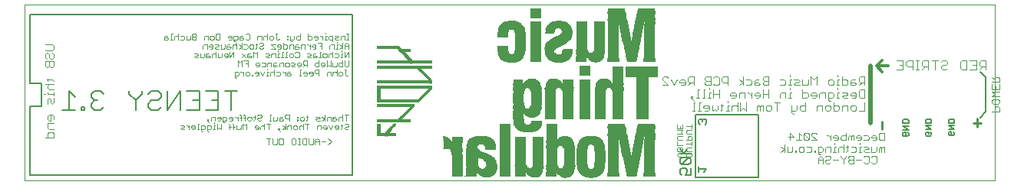
<source format=gbo>
G75*
%MOIN*%
%OFA0B0*%
%FSLAX24Y24*%
%IPPOS*%
%LPD*%
%AMOC8*
5,1,8,0,0,1.08239X$1,22.5*
%
%ADD10C,0.0010*%
%ADD11C,0.0030*%
%ADD12C,0.0020*%
%ADD13C,0.0070*%
%ADD14C,0.0200*%
%ADD15C,0.0060*%
%ADD16C,0.0050*%
%ADD17C,0.0090*%
%ADD18C,0.0040*%
%ADD19C,0.0120*%
%ADD20C,0.0080*%
%ADD21R,0.0002X0.0543*%
%ADD22R,0.0002X0.0120*%
%ADD23R,0.0002X0.0706*%
%ADD24R,0.0002X0.0118*%
%ADD25R,0.0002X0.0543*%
%ADD26R,0.0002X0.0120*%
%ADD27R,0.0002X0.0706*%
%ADD28R,0.0002X0.0118*%
%ADD29R,0.0002X0.0118*%
%ADD30R,0.0002X0.0118*%
%ADD31R,0.0002X0.0122*%
%ADD32R,0.0002X0.0123*%
%ADD33R,0.0002X0.0127*%
%ADD34R,0.0002X0.0129*%
%ADD35R,0.0002X0.0131*%
%ADD36R,0.0002X0.0133*%
%ADD37R,0.0002X0.0135*%
%ADD38R,0.0002X0.0137*%
%ADD39R,0.0002X0.0139*%
%ADD40R,0.0002X0.0141*%
%ADD41R,0.0002X0.0143*%
%ADD42R,0.0002X0.0145*%
%ADD43R,0.0002X0.0147*%
%ADD44R,0.0002X0.0149*%
%ADD45R,0.0002X0.0151*%
%ADD46R,0.0002X0.0153*%
%ADD47R,0.0002X0.0155*%
%ADD48R,0.0002X0.0157*%
%ADD49R,0.0002X0.0159*%
%ADD50R,0.0002X0.0161*%
%ADD51R,0.0002X0.0165*%
%ADD52R,0.0002X0.0167*%
%ADD53R,0.0002X0.0169*%
%ADD54R,0.0002X0.0171*%
%ADD55R,0.0002X0.0172*%
%ADD56R,0.0002X0.0174*%
%ADD57R,0.0002X0.0176*%
%ADD58R,0.0002X0.0178*%
%ADD59R,0.0002X0.0180*%
%ADD60R,0.0002X0.0182*%
%ADD61R,0.0002X0.0184*%
%ADD62R,0.0002X0.0186*%
%ADD63R,0.0002X0.0188*%
%ADD64R,0.0002X0.0190*%
%ADD65R,0.0002X0.0192*%
%ADD66R,0.0002X0.0194*%
%ADD67R,0.0002X0.0196*%
%ADD68R,0.0002X0.0198*%
%ADD69R,0.0002X0.0202*%
%ADD70R,0.0002X0.0204*%
%ADD71R,0.0002X0.0206*%
%ADD72R,0.0002X0.0208*%
%ADD73R,0.0002X0.0210*%
%ADD74R,0.0002X0.0212*%
%ADD75R,0.0002X0.0214*%
%ADD76R,0.0002X0.0216*%
%ADD77R,0.0002X0.0218*%
%ADD78R,0.0002X0.0220*%
%ADD79R,0.0002X0.0221*%
%ADD80R,0.0002X0.0223*%
%ADD81R,0.0002X0.0225*%
%ADD82R,0.0002X0.0227*%
%ADD83R,0.0002X0.0229*%
%ADD84R,0.0002X0.0231*%
%ADD85R,0.0002X0.0233*%
%ADD86R,0.0002X0.0237*%
%ADD87R,0.0002X0.0239*%
%ADD88R,0.0002X0.0241*%
%ADD89R,0.0002X0.0243*%
%ADD90R,0.0002X0.0245*%
%ADD91R,0.0002X0.0247*%
%ADD92R,0.0002X0.0249*%
%ADD93R,0.0002X0.0251*%
%ADD94R,0.0002X0.0253*%
%ADD95R,0.0002X0.0255*%
%ADD96R,0.0002X0.0257*%
%ADD97R,0.0002X0.0259*%
%ADD98R,0.0002X0.0261*%
%ADD99R,0.0002X0.0263*%
%ADD100R,0.0002X0.0265*%
%ADD101R,0.0002X0.0267*%
%ADD102R,0.0002X0.0269*%
%ADD103R,0.0002X0.0272*%
%ADD104R,0.0002X0.0274*%
%ADD105R,0.0002X0.0276*%
%ADD106R,0.0002X0.0278*%
%ADD107R,0.0002X0.0280*%
%ADD108R,0.0002X0.0282*%
%ADD109R,0.0002X0.0284*%
%ADD110R,0.0002X0.0286*%
%ADD111R,0.0002X0.0288*%
%ADD112R,0.0002X0.0290*%
%ADD113R,0.0002X0.0171*%
%ADD114R,0.0002X0.0172*%
%ADD115R,0.0002X0.0172*%
%ADD116R,0.0002X0.0169*%
%ADD117R,0.0002X0.0169*%
%ADD118R,0.0002X0.0167*%
%ADD119R,0.0002X0.0165*%
%ADD120R,0.0002X0.0165*%
%ADD121R,0.0002X0.0163*%
%ADD122R,0.0002X0.0163*%
%ADD123R,0.0002X0.0161*%
%ADD124R,0.0002X0.0161*%
%ADD125R,0.0002X0.0159*%
%ADD126R,0.0002X0.0157*%
%ADD127R,0.0002X0.0145*%
%ADD128R,0.0002X0.0139*%
%ADD129R,0.0002X0.0137*%
%ADD130R,0.0002X0.0135*%
%ADD131R,0.0002X0.0125*%
%ADD132R,0.0002X0.0122*%
%ADD133R,0.0002X0.0116*%
%ADD134R,0.0002X0.0114*%
%ADD135R,0.0002X0.0112*%
%ADD136R,0.0002X0.0110*%
%ADD137R,0.0002X0.0108*%
%ADD138R,0.0002X0.0106*%
%ADD139R,0.0002X0.0102*%
%ADD140R,0.0002X0.0100*%
%ADD141R,0.0002X0.0098*%
%ADD142R,0.0002X0.0096*%
%ADD143R,0.0002X0.0094*%
%ADD144R,0.0002X0.0092*%
%ADD145R,0.0002X0.0090*%
%ADD146R,0.0002X0.0088*%
%ADD147R,0.0002X0.0086*%
%ADD148R,0.0002X0.0084*%
%ADD149R,0.0002X0.0082*%
%ADD150R,0.0002X0.0080*%
%ADD151R,0.0002X0.0076*%
%ADD152R,0.0002X0.0074*%
%ADD153R,0.0002X0.0073*%
%ADD154R,0.0002X0.0071*%
%ADD155R,0.0002X0.0069*%
%ADD156R,0.0002X0.0067*%
%ADD157R,0.0002X0.0065*%
%ADD158R,0.0002X0.0063*%
%ADD159R,0.0002X0.0061*%
%ADD160R,0.0002X0.0122*%
%ADD161R,0.0002X0.0125*%
%ADD162R,0.0002X0.0129*%
%ADD163R,0.0002X0.0129*%
%ADD164R,0.0002X0.0133*%
%ADD165R,0.0002X0.0143*%
%ADD166R,0.0002X0.0147*%
%ADD167R,0.0002X0.0151*%
%ADD168R,0.0002X0.0151*%
%ADD169R,0.0002X0.0153*%
%ADD170R,0.0002X0.0155*%
%ADD171R,0.0002X0.0182*%
%ADD172R,0.0002X0.0186*%
%ADD173R,0.0002X0.0200*%
%ADD174R,0.0002X0.0204*%
%ADD175R,0.0002X0.0208*%
%ADD176R,0.0002X0.0214*%
%ADD177R,0.0002X0.0169*%
%ADD178R,0.0002X0.0218*%
%ADD179R,0.0002X0.0225*%
%ADD180R,0.0002X0.0229*%
%ADD181R,0.0002X0.0233*%
%ADD182R,0.0002X0.0235*%
%ADD183R,0.0002X0.0241*%
%ADD184R,0.0002X0.0247*%
%ADD185R,0.0002X0.0251*%
%ADD186R,0.0002X0.0257*%
%ADD187R,0.0002X0.0263*%
%ADD188R,0.0002X0.0269*%
%ADD189R,0.0002X0.0270*%
%ADD190R,0.0002X0.0272*%
%ADD191R,0.0002X0.0155*%
%ADD192R,0.0002X0.0190*%
%ADD193R,0.0002X0.0192*%
%ADD194R,0.0002X0.0212*%
%ADD195R,0.0002X0.0233*%
%ADD196R,0.0002X0.0235*%
%ADD197R,0.0002X0.0237*%
%ADD198R,0.0002X0.0255*%
%ADD199R,0.0002X0.0259*%
%ADD200R,0.0002X0.0261*%
%ADD201R,0.0002X0.0276*%
%ADD202R,0.0002X0.0280*%
%ADD203R,0.0002X0.0157*%
%ADD204R,0.0002X0.0288*%
%ADD205R,0.0002X0.0284*%
%ADD206R,0.0002X0.0161*%
%ADD207R,0.0002X0.0278*%
%ADD208R,0.0002X0.0239*%
%ADD209R,0.0002X0.0255*%
%ADD210R,0.0002X0.0233*%
%ADD211R,0.0002X0.0190*%
%ADD212R,0.0002X0.0212*%
%ADD213R,0.0002X0.0188*%
%ADD214R,0.0002X0.0122*%
%ADD215R,0.0002X0.0149*%
%ADD216R,0.0002X0.0125*%
%ADD217R,0.0002X0.0147*%
%ADD218R,0.0002X0.0194*%
%ADD219R,0.0002X0.0208*%
%ADD220R,0.0002X0.0216*%
%ADD221R,0.0002X0.0229*%
%ADD222R,0.0002X0.0251*%
%ADD223R,0.0002X0.0272*%
%ADD224R,0.0002X0.0151*%
%ADD225R,0.0002X0.0147*%
%ADD226R,0.0002X0.0245*%
%ADD227R,0.0002X0.0274*%
%ADD228R,0.0002X0.0225*%
%ADD229R,0.0002X0.0249*%
%ADD230R,0.0002X0.0204*%
%ADD231R,0.0002X0.0221*%
%ADD232R,0.0002X0.0180*%
%ADD233R,0.0002X0.0196*%
%ADD234R,0.0002X0.0135*%
%ADD235R,0.0002X0.0139*%
%ADD236R,0.0182X0.0008*%
%ADD237R,0.0122X0.0008*%
%ADD238R,0.0312X0.0008*%
%ADD239R,0.0205X0.0008*%
%ADD240R,0.0395X0.0008*%
%ADD241R,0.0258X0.0008*%
%ADD242R,0.0129X0.0008*%
%ADD243R,0.0137X0.0008*%
%ADD244R,0.0456X0.0008*%
%ADD245R,0.0304X0.0008*%
%ADD246R,0.0220X0.0008*%
%ADD247R,0.0228X0.0008*%
%ADD248R,0.0509X0.0008*%
%ADD249R,0.0342X0.0008*%
%ADD250R,0.0274X0.0008*%
%ADD251R,0.0296X0.0008*%
%ADD252R,0.0555X0.0008*%
%ADD253R,0.0372X0.0008*%
%ADD254R,0.0319X0.0008*%
%ADD255R,0.0342X0.0008*%
%ADD256R,0.0502X0.0008*%
%ADD257R,0.0410X0.0008*%
%ADD258R,0.0593X0.0008*%
%ADD259R,0.0403X0.0008*%
%ADD260R,0.0441X0.0008*%
%ADD261R,0.0357X0.0008*%
%ADD262R,0.0448X0.0008*%
%ADD263R,0.0479X0.0008*%
%ADD264R,0.0388X0.0008*%
%ADD265R,0.0502X0.0008*%
%ADD266R,0.0502X0.0008*%
%ADD267R,0.0410X0.0008*%
%ADD268R,0.0631X0.0008*%
%ADD269R,0.0433X0.0008*%
%ADD270R,0.0441X0.0008*%
%ADD271R,0.0388X0.0008*%
%ADD272R,0.0448X0.0008*%
%ADD273R,0.0479X0.0008*%
%ADD274R,0.0426X0.0008*%
%ADD275R,0.0494X0.0008*%
%ADD276R,0.0669X0.0008*%
%ADD277R,0.0464X0.0008*%
%ADD278R,0.0418X0.0008*%
%ADD279R,0.0426X0.0008*%
%ADD280R,0.0692X0.0008*%
%ADD281R,0.0448X0.0008*%
%ADD282R,0.0486X0.0008*%
%ADD283R,0.0494X0.0008*%
%ADD284R,0.0722X0.0008*%
%ADD285R,0.0471X0.0008*%
%ADD286R,0.0745X0.0008*%
%ADD287R,0.0524X0.0008*%
%ADD288R,0.0486X0.0008*%
%ADD289R,0.0540X0.0008*%
%ADD290R,0.0775X0.0008*%
%ADD291R,0.0509X0.0008*%
%ADD292R,0.0486X0.0008*%
%ADD293R,0.0790X0.0008*%
%ADD294R,0.0555X0.0008*%
%ADD295R,0.0532X0.0008*%
%ADD296R,0.0585X0.0008*%
%ADD297R,0.0486X0.0008*%
%ADD298R,0.0813X0.0008*%
%ADD299R,0.0578X0.0008*%
%ADD300R,0.0547X0.0008*%
%ADD301R,0.0608X0.0008*%
%ADD302R,0.0836X0.0008*%
%ADD303R,0.0593X0.0008*%
%ADD304R,0.0555X0.0008*%
%ADD305R,0.0623X0.0008*%
%ADD306R,0.0851X0.0008*%
%ADD307R,0.0608X0.0008*%
%ADD308R,0.0578X0.0008*%
%ADD309R,0.0646X0.0008*%
%ADD310R,0.0866X0.0008*%
%ADD311R,0.0661X0.0008*%
%ADD312R,0.0456X0.0008*%
%ADD313R,0.0882X0.0008*%
%ADD314R,0.0638X0.0008*%
%ADD315R,0.0608X0.0008*%
%ADD316R,0.0676X0.0008*%
%ADD317R,0.0897X0.0008*%
%ADD318R,0.0646X0.0008*%
%ADD319R,0.0692X0.0008*%
%ADD320R,0.0456X0.0008*%
%ADD321R,0.0912X0.0008*%
%ADD322R,0.0654X0.0008*%
%ADD323R,0.0631X0.0008*%
%ADD324R,0.0714X0.0008*%
%ADD325R,0.0927X0.0008*%
%ADD326R,0.0669X0.0008*%
%ADD327R,0.0730X0.0008*%
%ADD328R,0.0942X0.0008*%
%ADD329R,0.0684X0.0008*%
%ADD330R,0.0654X0.0008*%
%ADD331R,0.0737X0.0008*%
%ADD332R,0.0471X0.0008*%
%ADD333R,0.0958X0.0008*%
%ADD334R,0.0692X0.0008*%
%ADD335R,0.0661X0.0008*%
%ADD336R,0.0752X0.0008*%
%ADD337R,0.0973X0.0008*%
%ADD338R,0.0699X0.0008*%
%ADD339R,0.0768X0.0008*%
%ADD340R,0.0980X0.0008*%
%ADD341R,0.0714X0.0008*%
%ADD342R,0.0783X0.0008*%
%ADD343R,0.0988X0.0008*%
%ADD344R,0.0722X0.0008*%
%ADD345R,0.0699X0.0008*%
%ADD346R,0.1277X0.0008*%
%ADD347R,0.1003X0.0008*%
%ADD348R,0.0737X0.0008*%
%ADD349R,0.0707X0.0008*%
%ADD350R,0.1284X0.0008*%
%ADD351R,0.1011X0.0008*%
%ADD352R,0.0714X0.0008*%
%ADD353R,0.1284X0.0008*%
%ADD354R,0.1018X0.0008*%
%ADD355R,0.0745X0.0008*%
%ADD356R,0.1292X0.0008*%
%ADD357R,0.1034X0.0008*%
%ADD358R,0.0752X0.0008*%
%ADD359R,0.1034X0.0008*%
%ADD360R,0.1201X0.0008*%
%ADD361R,0.0737X0.0008*%
%ADD362R,0.1300X0.0008*%
%ADD363R,0.1049X0.0008*%
%ADD364R,0.1208X0.0008*%
%ADD365R,0.1292X0.0008*%
%ADD366R,0.0502X0.0008*%
%ADD367R,0.1056X0.0008*%
%ADD368R,0.1300X0.0008*%
%ADD369R,0.1064X0.0008*%
%ADD370R,0.1208X0.0008*%
%ADD371R,0.1072X0.0008*%
%ADD372R,0.1216X0.0008*%
%ADD373R,0.1307X0.0008*%
%ADD374R,0.1079X0.0008*%
%ADD375R,0.0517X0.0008*%
%ADD376R,0.1087X0.0008*%
%ADD377R,0.1216X0.0008*%
%ADD378R,0.1315X0.0008*%
%ADD379R,0.0517X0.0008*%
%ADD380R,0.1094X0.0008*%
%ADD381R,0.1224X0.0008*%
%ADD382R,0.1216X0.0008*%
%ADD383R,0.1315X0.0008*%
%ADD384R,0.1094X0.0008*%
%ADD385R,0.1224X0.0008*%
%ADD386R,0.1110X0.0008*%
%ADD387R,0.1322X0.0008*%
%ADD388R,0.1110X0.0008*%
%ADD389R,0.1231X0.0008*%
%ADD390R,0.1322X0.0008*%
%ADD391R,0.0532X0.0008*%
%ADD392R,0.1117X0.0008*%
%ADD393R,0.1231X0.0008*%
%ADD394R,0.1125X0.0008*%
%ADD395R,0.1330X0.0008*%
%ADD396R,0.1140X0.0008*%
%ADD397R,0.1322X0.0008*%
%ADD398R,0.1140X0.0008*%
%ADD399R,0.1239X0.0008*%
%ADD400R,0.1322X0.0008*%
%ADD401R,0.0547X0.0008*%
%ADD402R,0.0524X0.0008*%
%ADD403R,0.0524X0.0008*%
%ADD404R,0.1239X0.0008*%
%ADD405R,0.1330X0.0008*%
%ADD406R,0.0562X0.0008*%
%ADD407R,0.0562X0.0008*%
%ADD408R,0.0600X0.0008*%
%ADD409R,0.0540X0.0008*%
%ADD410R,0.0562X0.0008*%
%ADD411R,0.0616X0.0008*%
%ADD412R,0.0585X0.0008*%
%ADD413R,0.0479X0.0008*%
%ADD414R,0.0547X0.0008*%
%ADD415R,0.0540X0.0008*%
%ADD416R,0.0517X0.0008*%
%ADD417R,0.0570X0.0008*%
%ADD418R,0.0479X0.0008*%
%ADD419R,0.0517X0.0008*%
%ADD420R,0.0562X0.0008*%
%ADD421R,0.0578X0.0008*%
%ADD422R,0.0524X0.0008*%
%ADD423R,0.0471X0.0008*%
%ADD424R,0.0532X0.0008*%
%ADD425R,0.0471X0.0008*%
%ADD426R,0.0509X0.0008*%
%ADD427R,0.0509X0.0008*%
%ADD428R,0.0623X0.0008*%
%ADD429R,0.0623X0.0008*%
%ADD430R,0.0638X0.0008*%
%ADD431R,0.0669X0.0008*%
%ADD432R,0.0684X0.0008*%
%ADD433R,0.0684X0.0008*%
%ADD434R,0.0494X0.0008*%
%ADD435R,0.0699X0.0008*%
%ADD436R,0.0540X0.0008*%
%ADD437R,0.0730X0.0008*%
%ADD438R,0.0730X0.0008*%
%ADD439R,0.0570X0.0008*%
%ADD440R,0.0600X0.0008*%
%ADD441R,0.0365X0.0008*%
%ADD442R,0.0365X0.0008*%
%ADD443R,0.0669X0.0008*%
%ADD444R,0.1186X0.0008*%
%ADD445R,0.1178X0.0008*%
%ADD446R,0.0372X0.0008*%
%ADD447R,0.1163X0.0008*%
%ADD448R,0.1155X0.0008*%
%ADD449R,0.1148X0.0008*%
%ADD450R,0.0365X0.0008*%
%ADD451R,0.0372X0.0008*%
%ADD452R,0.1125X0.0008*%
%ADD453R,0.0372X0.0008*%
%ADD454R,0.1102X0.0008*%
%ADD455R,0.0380X0.0008*%
%ADD456R,0.1041X0.0008*%
%ADD457R,0.1026X0.0008*%
%ADD458R,0.0996X0.0008*%
%ADD459R,0.0380X0.0008*%
%ADD460R,0.0980X0.0008*%
%ADD461R,0.0965X0.0008*%
%ADD462R,0.0950X0.0008*%
%ADD463R,0.0927X0.0008*%
%ADD464R,0.0912X0.0008*%
%ADD465R,0.0889X0.0008*%
%ADD466R,0.0828X0.0008*%
%ADD467R,0.0806X0.0008*%
%ADD468R,0.0783X0.0008*%
%ADD469R,0.0388X0.0008*%
%ADD470R,0.0388X0.0008*%
%ADD471R,0.0638X0.0008*%
%ADD472R,0.0616X0.0008*%
%ADD473R,0.0395X0.0008*%
%ADD474R,0.0395X0.0008*%
%ADD475R,0.0494X0.0008*%
%ADD476R,0.0578X0.0008*%
%ADD477R,0.0023X0.0008*%
%ADD478R,0.0638X0.0008*%
%ADD479R,0.0076X0.0008*%
%ADD480R,0.0403X0.0008*%
%ADD481R,0.0395X0.0008*%
%ADD482R,0.0828X0.0008*%
%ADD483R,0.0403X0.0008*%
%ADD484R,0.0403X0.0008*%
%ADD485R,0.0464X0.0008*%
%ADD486R,0.0555X0.0008*%
%ADD487R,0.0585X0.0008*%
%ADD488R,0.0532X0.0008*%
%ADD489R,0.1216X0.0008*%
%ADD490R,0.1132X0.0008*%
%ADD491R,0.1117X0.0008*%
%ADD492R,0.1201X0.0008*%
%ADD493R,0.1208X0.0008*%
%ADD494R,0.1201X0.0008*%
%ADD495R,0.1193X0.0008*%
%ADD496R,0.1193X0.0008*%
%ADD497R,0.1186X0.0008*%
%ADD498R,0.1064X0.0008*%
%ADD499R,0.1186X0.0008*%
%ADD500R,0.1163X0.0008*%
%ADD501R,0.1155X0.0008*%
%ADD502R,0.0350X0.0008*%
%ADD503R,0.1011X0.0008*%
%ADD504R,0.1178X0.0008*%
%ADD505R,0.1125X0.0008*%
%ADD506R,0.0342X0.0008*%
%ADD507R,0.1003X0.0008*%
%ADD508R,0.1170X0.0008*%
%ADD509R,0.0334X0.0008*%
%ADD510R,0.0327X0.0008*%
%ADD511R,0.0676X0.0008*%
%ADD512R,0.0973X0.0008*%
%ADD513R,0.1079X0.0008*%
%ADD514R,0.0312X0.0008*%
%ADD515R,0.0958X0.0008*%
%ADD516R,0.1041X0.0008*%
%ADD517R,0.0296X0.0008*%
%ADD518R,0.0912X0.0008*%
%ADD519R,0.0289X0.0008*%
%ADD520R,0.0281X0.0008*%
%ADD521R,0.0988X0.0008*%
%ADD522R,0.0456X0.0008*%
%ADD523R,0.0866X0.0008*%
%ADD524R,0.0266X0.0008*%
%ADD525R,0.0851X0.0008*%
%ADD526R,0.0258X0.0008*%
%ADD527R,0.0935X0.0008*%
%ADD528R,0.0243X0.0008*%
%ADD529R,0.0806X0.0008*%
%ADD530R,0.0912X0.0008*%
%ADD531R,0.0236X0.0008*%
%ADD532R,0.0790X0.0008*%
%ADD533R,0.0859X0.0008*%
%ADD534R,0.0213X0.0008*%
%ADD535R,0.0844X0.0008*%
%ADD536R,0.0813X0.0008*%
%ADD537R,0.0190X0.0008*%
%ADD538R,0.0692X0.0008*%
%ADD539R,0.0783X0.0008*%
%ADD540R,0.0182X0.0008*%
%ADD541R,0.0167X0.0008*%
%ADD542R,0.0410X0.0008*%
%ADD543R,0.0707X0.0008*%
%ADD544R,0.0152X0.0008*%
%ADD545R,0.0137X0.0008*%
%ADD546R,0.0350X0.0008*%
%ADD547R,0.0114X0.0008*%
%ADD548R,0.0319X0.0008*%
%ADD549R,0.0091X0.0008*%
%ADD550R,0.0266X0.0008*%
%ADD551R,0.0068X0.0008*%
%ADD552R,0.0213X0.0008*%
%ADD553R,0.0441X0.0008*%
%ADD554R,0.0030X0.0008*%
%ADD555R,0.0859X0.0008*%
%ADD556R,0.0851X0.0008*%
%ADD557R,0.0129X0.0008*%
%ADD558R,0.0859X0.0008*%
%ADD559R,0.0851X0.0008*%
%ADD560R,0.0844X0.0008*%
%ADD561R,0.0836X0.0008*%
%ADD562R,0.0828X0.0008*%
%ADD563R,0.0828X0.0008*%
%ADD564R,0.0821X0.0008*%
%ADD565R,0.0821X0.0008*%
%ADD566R,0.0198X0.0008*%
%ADD567R,0.0798X0.0008*%
%ADD568R,0.0798X0.0008*%
%ADD569R,0.0775X0.0008*%
%ADD570R,0.0874X0.0008*%
%ADD571R,0.0920X0.0008*%
%ADD572R,0.0935X0.0008*%
%ADD573R,0.0965X0.0008*%
%ADD574R,0.0980X0.0008*%
%ADD575R,0.0996X0.0008*%
%ADD576R,0.0775X0.0008*%
%ADD577R,0.1034X0.0008*%
%ADD578R,0.1079X0.0008*%
%ADD579R,0.0768X0.0008*%
%ADD580R,0.1087X0.0008*%
%ADD581R,0.1094X0.0008*%
%ADD582R,0.0760X0.0008*%
%ADD583R,0.1132X0.0008*%
%ADD584R,0.0760X0.0008*%
%ADD585R,0.1148X0.0008*%
%ADD586R,0.1170X0.0008*%
%ADD587R,0.1178X0.0008*%
%ADD588R,0.0745X0.0008*%
%ADD589R,0.0547X0.0008*%
%ADD590R,0.0106X0.0008*%
%ADD591R,0.0198X0.0008*%
%ADD592R,0.0289X0.0008*%
%ADD593R,0.0327X0.0008*%
%ADD594R,0.0357X0.0008*%
%ADD595R,0.0418X0.0008*%
%ADD596R,0.0433X0.0008*%
%ADD597R,0.0585X0.0008*%
%ADD598R,0.0661X0.0008*%
%ADD599R,0.1155X0.0008*%
%ADD600R,0.1170X0.0008*%
%ADD601R,0.1178X0.0008*%
%ADD602R,0.1186X0.0008*%
%ADD603R,0.1201X0.0008*%
%ADD604R,0.1224X0.0008*%
%ADD605R,0.1224X0.0008*%
%ADD606R,0.1231X0.0008*%
%ADD607R,0.1231X0.0008*%
%ADD608R,0.1239X0.0008*%
%ADD609R,0.0600X0.0008*%
%ADD610R,0.1239X0.0008*%
%ADD611R,0.1208X0.0008*%
%ADD612R,0.0737X0.0008*%
%ADD613R,0.0752X0.0008*%
%ADD614R,0.0730X0.0008*%
%ADD615R,0.0699X0.0008*%
%ADD616R,0.0661X0.0008*%
%ADD617R,0.0616X0.0008*%
%ADD618R,0.0623X0.0008*%
%ADD619R,0.0418X0.0008*%
%ADD620R,0.0410X0.0008*%
%ADD621R,0.0274X0.0008*%
%ADD622R,0.0289X0.0008*%
%ADD623R,0.0220X0.0008*%
%ADD624R,0.0251X0.0008*%
%ADD625R,0.0129X0.0008*%
%ADD626R,0.0190X0.0008*%
%ADD627R,0.0114X0.0008*%
%ADD628R,0.1414X0.0008*%
%ADD629R,0.1414X0.0008*%
%ADD630R,0.0220X0.0008*%
%ADD631R,0.0357X0.0008*%
%ADD632R,0.0722X0.0008*%
%ADD633R,0.0882X0.0008*%
%ADD634R,0.0904X0.0008*%
%ADD635R,0.0646X0.0008*%
%ADD636R,0.0676X0.0008*%
%ADD637R,0.1026X0.0008*%
%ADD638R,0.1018X0.0008*%
%ADD639R,0.1018X0.0008*%
%ADD640R,0.1041X0.0008*%
%ADD641R,0.1056X0.0008*%
%ADD642R,0.1049X0.0008*%
%ADD643R,0.1102X0.0008*%
%ADD644R,0.1102X0.0008*%
%ADD645R,0.1117X0.0008*%
%ADD646R,0.1132X0.0008*%
%ADD647R,0.1125X0.0008*%
%ADD648R,0.0616X0.0008*%
%ADD649R,0.0593X0.0008*%
%ADD650R,0.0448X0.0008*%
%ADD651R,0.0426X0.0008*%
%ADD652R,0.0441X0.0008*%
%ADD653R,0.0426X0.0008*%
%ADD654R,0.0714X0.0008*%
%ADD655R,0.0752X0.0008*%
%ADD656R,0.0775X0.0008*%
%ADD657R,0.0889X0.0008*%
%ADD658R,0.0882X0.0008*%
%ADD659R,0.0874X0.0008*%
%ADD660R,0.0866X0.0008*%
%ADD661R,0.0798X0.0008*%
%ADD662R,0.0654X0.0008*%
%ADD663R,0.0608X0.0008*%
%ADD664R,0.0418X0.0008*%
%ADD665R,0.0433X0.0008*%
%ADD666R,0.0433X0.0008*%
%ADD667R,0.0464X0.0008*%
%ADD668R,0.1094X0.0008*%
%ADD669R,0.1034X0.0008*%
%ADD670R,0.0973X0.0008*%
%ADD671R,0.0965X0.0008*%
%ADD672R,0.0904X0.0008*%
%ADD673R,0.0821X0.0008*%
%ADD674R,0.0798X0.0008*%
D10*
X001244Y004057D02*
X043370Y004057D01*
X043370Y011734D01*
X001244Y011734D01*
X001244Y004057D01*
D11*
X002138Y005929D02*
X002509Y005929D01*
X002509Y006114D01*
X002447Y006176D01*
X002324Y006176D01*
X002262Y006114D01*
X002262Y005929D01*
X002324Y006297D02*
X002509Y006297D01*
X002324Y006297D02*
X002262Y006359D01*
X002262Y006544D01*
X002509Y006544D01*
X002385Y006666D02*
X002385Y006912D01*
X002324Y006912D02*
X002262Y006851D01*
X002262Y006727D01*
X002324Y006666D01*
X002385Y006666D01*
X002509Y006727D02*
X002509Y006851D01*
X002447Y006912D01*
X002324Y006912D01*
X002262Y007402D02*
X002262Y007587D01*
X002324Y007649D01*
X002385Y007587D01*
X002385Y007464D01*
X002447Y007402D01*
X002509Y007464D01*
X002509Y007649D01*
X002509Y007771D02*
X002509Y007895D01*
X002509Y007833D02*
X002262Y007833D01*
X002262Y007895D01*
X002324Y008016D02*
X002509Y008016D01*
X002324Y008016D02*
X002262Y008078D01*
X002262Y008201D01*
X002324Y008263D01*
X002262Y008385D02*
X002262Y008508D01*
X002200Y008447D02*
X002447Y008447D01*
X002509Y008385D01*
X002509Y008263D02*
X002138Y008263D01*
X002138Y007833D02*
X002077Y007833D01*
X002200Y008998D02*
X002262Y008998D01*
X002324Y009060D01*
X002324Y009245D01*
X002385Y009367D02*
X002447Y009367D01*
X002509Y009428D01*
X002509Y009552D01*
X002447Y009613D01*
X002447Y009735D02*
X002138Y009735D01*
X002200Y009613D02*
X002262Y009613D01*
X002324Y009552D01*
X002324Y009428D01*
X002385Y009367D01*
X002509Y009245D02*
X002138Y009245D01*
X002138Y009060D01*
X002200Y008998D01*
X002324Y009060D02*
X002385Y008998D01*
X002447Y008998D01*
X002509Y009060D01*
X002509Y009245D01*
X002200Y009367D02*
X002138Y009428D01*
X002138Y009552D01*
X002200Y009613D01*
X002447Y009735D02*
X002509Y009797D01*
X002509Y009920D01*
X002447Y009982D01*
X002138Y009982D01*
X028949Y008520D02*
X028949Y008459D01*
X029196Y008212D01*
X028949Y008212D01*
X029318Y008459D02*
X029441Y008212D01*
X029564Y008459D01*
X029686Y008397D02*
X029686Y008335D01*
X029933Y008335D01*
X029933Y008273D02*
X029933Y008397D01*
X029871Y008459D01*
X029748Y008459D01*
X029686Y008397D01*
X029748Y008212D02*
X029871Y008212D01*
X029933Y008273D01*
X030054Y008212D02*
X030178Y008335D01*
X030116Y008335D02*
X030301Y008335D01*
X030301Y008212D02*
X030301Y008582D01*
X030116Y008582D01*
X030054Y008520D01*
X030054Y008397D01*
X030116Y008335D01*
X030791Y008335D02*
X030791Y008273D01*
X030852Y008212D01*
X031038Y008212D01*
X031038Y008582D01*
X030852Y008582D01*
X030791Y008520D01*
X030791Y008459D01*
X030852Y008397D01*
X031038Y008397D01*
X031159Y008520D02*
X031221Y008582D01*
X031344Y008582D01*
X031406Y008520D01*
X031406Y008273D01*
X031344Y008212D01*
X031221Y008212D01*
X031159Y008273D01*
X031159Y008022D02*
X031159Y007652D01*
X031038Y007652D02*
X030914Y007652D01*
X030976Y007652D02*
X030976Y007899D01*
X031038Y007899D01*
X031159Y007837D02*
X031406Y007837D01*
X031406Y007652D02*
X031406Y008022D01*
X031774Y008212D02*
X031774Y008582D01*
X031589Y008582D01*
X031527Y008520D01*
X031527Y008397D01*
X031589Y008335D01*
X031774Y008335D01*
X032264Y008212D02*
X032450Y008335D01*
X032264Y008459D01*
X032450Y008582D02*
X032450Y008212D01*
X032571Y008212D02*
X032756Y008212D01*
X032818Y008273D01*
X032818Y008397D01*
X032756Y008459D01*
X032571Y008459D01*
X032939Y008397D02*
X032939Y008212D01*
X033124Y008212D01*
X033186Y008273D01*
X033124Y008335D01*
X032939Y008335D01*
X032939Y008397D02*
X033001Y008459D01*
X033124Y008459D01*
X033308Y008459D02*
X033308Y008520D01*
X033369Y008582D01*
X033554Y008582D01*
X033554Y008212D01*
X033369Y008212D01*
X033308Y008273D01*
X033308Y008335D01*
X033369Y008397D01*
X033554Y008397D01*
X033369Y008397D02*
X033308Y008459D01*
X034044Y008459D02*
X034229Y008459D01*
X034291Y008397D01*
X034291Y008273D01*
X034229Y008212D01*
X034044Y008212D01*
X034413Y008212D02*
X034537Y008212D01*
X034475Y008212D02*
X034475Y008459D01*
X034537Y008459D01*
X034658Y008459D02*
X034843Y008459D01*
X034905Y008397D01*
X034843Y008335D01*
X034720Y008335D01*
X034658Y008273D01*
X034720Y008212D01*
X034905Y008212D01*
X035026Y008212D02*
X035026Y008459D01*
X035273Y008459D02*
X035273Y008273D01*
X035212Y008212D01*
X035026Y008212D01*
X035026Y008022D02*
X035026Y007652D01*
X035212Y007652D01*
X035273Y007713D01*
X035273Y007837D01*
X035212Y007899D01*
X035026Y007899D01*
X035395Y007837D02*
X035395Y007775D01*
X035642Y007775D01*
X035642Y007713D02*
X035642Y007837D01*
X035580Y007899D01*
X035456Y007899D01*
X035395Y007837D01*
X035580Y007652D02*
X035642Y007713D01*
X035580Y007652D02*
X035456Y007652D01*
X035763Y007652D02*
X035763Y007837D01*
X035825Y007899D01*
X036010Y007899D01*
X036010Y007652D01*
X036131Y007652D02*
X036316Y007652D01*
X036378Y007713D01*
X036378Y007837D01*
X036316Y007899D01*
X036131Y007899D01*
X036131Y007590D01*
X036193Y007528D01*
X036255Y007528D01*
X036377Y007462D02*
X036377Y007092D01*
X036562Y007092D01*
X036624Y007153D01*
X036624Y007277D01*
X036562Y007339D01*
X036377Y007339D01*
X036255Y007277D02*
X036255Y007153D01*
X036194Y007092D01*
X036070Y007092D01*
X036009Y007153D01*
X036009Y007277D01*
X036070Y007339D01*
X036194Y007339D01*
X036255Y007277D01*
X035887Y007339D02*
X035887Y007092D01*
X035887Y007339D02*
X035702Y007339D01*
X035640Y007277D01*
X035640Y007092D01*
X035150Y007092D02*
X034965Y007092D01*
X034904Y007153D01*
X034904Y007277D01*
X034965Y007339D01*
X035150Y007339D01*
X035150Y007462D02*
X035150Y007092D01*
X034782Y007153D02*
X034782Y007339D01*
X034782Y007153D02*
X034720Y007092D01*
X034535Y007092D01*
X034535Y007030D02*
X034597Y006968D01*
X034659Y006968D01*
X034535Y007030D02*
X034535Y007339D01*
X034046Y007462D02*
X033799Y007462D01*
X033922Y007462D02*
X033922Y007092D01*
X033677Y007153D02*
X033677Y007277D01*
X033616Y007339D01*
X033492Y007339D01*
X033430Y007277D01*
X033430Y007153D01*
X033492Y007092D01*
X033616Y007092D01*
X033677Y007153D01*
X033309Y007092D02*
X033309Y007339D01*
X033247Y007339D01*
X033185Y007277D01*
X033124Y007339D01*
X033062Y007277D01*
X033062Y007092D01*
X033185Y007092D02*
X033185Y007277D01*
X032572Y007462D02*
X032572Y007092D01*
X032449Y007215D01*
X032325Y007092D01*
X032325Y007462D01*
X032204Y007462D02*
X032204Y007092D01*
X032204Y007277D02*
X032142Y007339D01*
X032019Y007339D01*
X031957Y007277D01*
X031957Y007092D01*
X031836Y007092D02*
X031712Y007092D01*
X031774Y007092D02*
X031774Y007339D01*
X031836Y007339D01*
X031774Y007462D02*
X031774Y007524D01*
X031957Y007652D02*
X032081Y007652D01*
X032143Y007713D01*
X032143Y007837D01*
X032081Y007899D01*
X031957Y007899D01*
X031896Y007837D01*
X031896Y007775D01*
X032143Y007775D01*
X032264Y007837D02*
X032264Y007652D01*
X032511Y007652D02*
X032511Y007899D01*
X032326Y007899D01*
X032264Y007837D01*
X032633Y007899D02*
X032694Y007899D01*
X032818Y007775D01*
X032939Y007775D02*
X033186Y007775D01*
X033186Y007713D02*
X033186Y007837D01*
X033124Y007899D01*
X033001Y007899D01*
X032939Y007837D01*
X032939Y007775D01*
X033001Y007652D02*
X033124Y007652D01*
X033186Y007713D01*
X033308Y007652D02*
X033308Y008022D01*
X033308Y007837D02*
X033554Y007837D01*
X033554Y007652D02*
X033554Y008022D01*
X034044Y007837D02*
X034044Y007652D01*
X034291Y007652D02*
X034291Y007899D01*
X034106Y007899D01*
X034044Y007837D01*
X034475Y007899D02*
X034475Y007652D01*
X034537Y007652D02*
X034413Y007652D01*
X034475Y007899D02*
X034537Y007899D01*
X034475Y008022D02*
X034475Y008084D01*
X035395Y008212D02*
X035395Y008582D01*
X035518Y008459D01*
X035642Y008582D01*
X035642Y008212D01*
X036131Y008273D02*
X036131Y008397D01*
X036193Y008459D01*
X036316Y008459D01*
X036378Y008397D01*
X036378Y008273D01*
X036316Y008212D01*
X036193Y008212D01*
X036131Y008273D01*
X036500Y008212D02*
X036624Y008212D01*
X036562Y008212D02*
X036562Y008459D01*
X036624Y008459D01*
X036745Y008459D02*
X036930Y008459D01*
X036992Y008397D01*
X036992Y008273D01*
X036930Y008212D01*
X036745Y008212D01*
X036745Y008582D01*
X036562Y008582D02*
X036562Y008644D01*
X037482Y008520D02*
X037482Y008397D01*
X037544Y008335D01*
X037729Y008335D01*
X037729Y008212D02*
X037729Y008582D01*
X037544Y008582D01*
X037482Y008520D01*
X037299Y008459D02*
X037175Y008459D01*
X037114Y008397D01*
X037114Y008212D01*
X037299Y008212D01*
X037360Y008273D01*
X037299Y008335D01*
X037114Y008335D01*
X037482Y008212D02*
X037605Y008335D01*
X037544Y008022D02*
X037729Y008022D01*
X037729Y007652D01*
X037544Y007652D01*
X037482Y007713D01*
X037482Y007960D01*
X037544Y008022D01*
X037360Y007837D02*
X037299Y007899D01*
X037175Y007899D01*
X037114Y007837D01*
X037114Y007775D01*
X037360Y007775D01*
X037360Y007713D02*
X037360Y007837D01*
X037360Y007713D02*
X037299Y007652D01*
X037175Y007652D01*
X036992Y007652D02*
X036807Y007652D01*
X036745Y007713D01*
X036807Y007775D01*
X036930Y007775D01*
X036992Y007837D01*
X036930Y007899D01*
X036745Y007899D01*
X036624Y007899D02*
X036562Y007899D01*
X036562Y007652D01*
X036624Y007652D02*
X036500Y007652D01*
X036807Y007339D02*
X036745Y007277D01*
X036745Y007092D01*
X036992Y007092D02*
X036992Y007339D01*
X036807Y007339D01*
X037114Y007277D02*
X037114Y007153D01*
X037175Y007092D01*
X037299Y007092D01*
X037360Y007153D01*
X037360Y007277D01*
X037299Y007339D01*
X037175Y007339D01*
X037114Y007277D01*
X037482Y007092D02*
X037729Y007092D01*
X037729Y007462D01*
X036562Y008022D02*
X036562Y008084D01*
X034475Y008582D02*
X034475Y008644D01*
X032818Y007899D02*
X032818Y007652D01*
X031590Y007339D02*
X031467Y007339D01*
X031528Y007400D02*
X031528Y007153D01*
X031467Y007092D01*
X031345Y007153D02*
X031283Y007092D01*
X031221Y007153D01*
X031159Y007092D01*
X031098Y007153D01*
X031098Y007339D01*
X030976Y007277D02*
X030976Y007153D01*
X030915Y007092D01*
X030791Y007092D01*
X030729Y007215D02*
X030976Y007215D01*
X030976Y007277D02*
X030915Y007339D01*
X030791Y007339D01*
X030729Y007277D01*
X030729Y007215D01*
X030608Y007092D02*
X030485Y007092D01*
X030546Y007092D02*
X030546Y007462D01*
X030608Y007462D01*
X030669Y007652D02*
X030792Y007652D01*
X030730Y007652D02*
X030730Y008022D01*
X030792Y008022D01*
X030976Y008022D02*
X030976Y008084D01*
X030547Y008022D02*
X030485Y008022D01*
X030485Y007652D01*
X030547Y007652D02*
X030423Y007652D01*
X030301Y007528D02*
X030178Y007652D01*
X030239Y007652D01*
X030239Y007713D01*
X030178Y007713D01*
X030178Y007652D01*
X030301Y007462D02*
X030301Y007092D01*
X030362Y007092D02*
X030239Y007092D01*
X030301Y007462D02*
X030362Y007462D01*
X031345Y007339D02*
X031345Y007153D01*
X034481Y006140D02*
X034646Y005975D01*
X034426Y005975D01*
X034481Y005810D02*
X034481Y006140D01*
X034868Y006140D02*
X034868Y005810D01*
X034978Y005810D02*
X034757Y005810D01*
X034978Y006030D02*
X034868Y006140D01*
X035089Y006085D02*
X035309Y005865D01*
X035254Y005810D01*
X035144Y005810D01*
X035089Y005865D01*
X035089Y006085D01*
X035144Y006140D01*
X035254Y006140D01*
X035309Y006085D01*
X035309Y005865D01*
X035420Y005810D02*
X035641Y005810D01*
X035420Y006030D01*
X035420Y006085D01*
X035475Y006140D01*
X035586Y006140D01*
X035641Y006085D01*
X036083Y006030D02*
X036138Y006030D01*
X036248Y005920D01*
X036248Y005810D02*
X036248Y006030D01*
X036360Y005975D02*
X036360Y005920D01*
X036580Y005920D01*
X036580Y005975D02*
X036525Y006030D01*
X036415Y006030D01*
X036360Y005975D01*
X036415Y005810D02*
X036525Y005810D01*
X036580Y005865D01*
X036580Y005975D01*
X036691Y005975D02*
X036746Y006030D01*
X036911Y006030D01*
X036911Y006140D02*
X036911Y005810D01*
X036746Y005810D01*
X036691Y005865D01*
X036691Y005975D01*
X037023Y005975D02*
X037023Y005810D01*
X037133Y005810D02*
X037133Y005975D01*
X037078Y006030D01*
X037023Y005975D01*
X037133Y005975D02*
X037188Y006030D01*
X037243Y006030D01*
X037243Y005810D01*
X037354Y005920D02*
X037574Y005920D01*
X037574Y005975D02*
X037519Y006030D01*
X037409Y006030D01*
X037354Y005975D01*
X037354Y005920D01*
X037409Y005810D02*
X037519Y005810D01*
X037574Y005865D01*
X037574Y005975D01*
X037686Y006030D02*
X037851Y006030D01*
X037906Y005975D01*
X037906Y005865D01*
X037851Y005810D01*
X037686Y005810D01*
X037519Y005691D02*
X037519Y005636D01*
X037519Y005526D02*
X037519Y005306D01*
X037574Y005306D02*
X037464Y005306D01*
X037353Y005361D02*
X037298Y005306D01*
X037133Y005306D01*
X036967Y005361D02*
X036967Y005581D01*
X037022Y005526D02*
X036912Y005526D01*
X036801Y005471D02*
X036746Y005526D01*
X036636Y005526D01*
X036581Y005471D01*
X036581Y005306D01*
X036469Y005306D02*
X036359Y005306D01*
X036414Y005306D02*
X036414Y005526D01*
X036469Y005526D01*
X036414Y005636D02*
X036414Y005691D01*
X036248Y005526D02*
X036083Y005526D01*
X036028Y005471D01*
X036028Y005306D01*
X035917Y005361D02*
X035917Y005471D01*
X035862Y005526D01*
X035697Y005526D01*
X035697Y005251D01*
X035752Y005196D01*
X035807Y005196D01*
X035807Y005132D02*
X035697Y005022D01*
X035697Y004802D01*
X035697Y004967D02*
X035917Y004967D01*
X035917Y005022D02*
X035807Y005132D01*
X035917Y005022D02*
X035917Y004802D01*
X036028Y004857D02*
X036083Y004802D01*
X036193Y004802D01*
X036248Y004857D01*
X036193Y004967D02*
X036083Y004967D01*
X036028Y004912D01*
X036028Y004857D01*
X036193Y004967D02*
X036248Y005022D01*
X036248Y005077D01*
X036193Y005132D01*
X036083Y005132D01*
X036028Y005077D01*
X036360Y004967D02*
X036580Y004967D01*
X036691Y005077D02*
X036691Y005132D01*
X036691Y005077D02*
X036801Y004967D01*
X036801Y004802D01*
X036801Y004967D02*
X036911Y005077D01*
X036911Y005132D01*
X037023Y005077D02*
X037078Y005132D01*
X037243Y005132D01*
X037243Y004802D01*
X037078Y004802D01*
X037023Y004857D01*
X037023Y004912D01*
X037078Y004967D01*
X037243Y004967D01*
X037354Y004967D02*
X037574Y004967D01*
X037686Y005077D02*
X037741Y005132D01*
X037851Y005132D01*
X037906Y005077D01*
X037906Y004857D01*
X037851Y004802D01*
X037741Y004802D01*
X037686Y004857D01*
X038017Y004857D02*
X038072Y004802D01*
X038182Y004802D01*
X038237Y004857D01*
X038237Y005077D01*
X038182Y005132D01*
X038072Y005132D01*
X038017Y005077D01*
X038017Y005306D02*
X038017Y005526D01*
X037906Y005471D02*
X037851Y005526D01*
X037686Y005526D01*
X037574Y005526D02*
X037519Y005526D01*
X037353Y005471D02*
X037353Y005361D01*
X037353Y005471D02*
X037298Y005526D01*
X037133Y005526D01*
X036967Y005361D02*
X036912Y005306D01*
X036801Y005306D02*
X036801Y005636D01*
X036248Y005526D02*
X036248Y005306D01*
X035917Y005361D02*
X035862Y005306D01*
X035697Y005306D01*
X035585Y005306D02*
X035530Y005306D01*
X035530Y005361D01*
X035585Y005361D01*
X035585Y005306D01*
X035420Y005361D02*
X035420Y005471D01*
X035365Y005526D01*
X035199Y005526D01*
X035088Y005471D02*
X035088Y005361D01*
X035033Y005306D01*
X034923Y005306D01*
X034868Y005361D01*
X034868Y005471D01*
X034923Y005526D01*
X035033Y005526D01*
X035088Y005471D01*
X035199Y005306D02*
X035365Y005306D01*
X035420Y005361D01*
X034757Y005361D02*
X034702Y005361D01*
X034702Y005306D01*
X034757Y005306D01*
X034757Y005361D01*
X034591Y005361D02*
X034536Y005306D01*
X034371Y005306D01*
X034371Y005526D01*
X034259Y005636D02*
X034259Y005306D01*
X034259Y005416D02*
X034094Y005526D01*
X034259Y005416D02*
X034094Y005306D01*
X034591Y005361D02*
X034591Y005526D01*
X037023Y005077D02*
X037023Y005022D01*
X037078Y004967D01*
X037686Y005361D02*
X037741Y005416D01*
X037851Y005416D01*
X037906Y005471D01*
X037906Y005306D02*
X037741Y005306D01*
X037686Y005361D01*
X038017Y005306D02*
X038182Y005306D01*
X038237Y005361D01*
X038237Y005526D01*
X038349Y005471D02*
X038349Y005306D01*
X038459Y005306D02*
X038459Y005471D01*
X038404Y005526D01*
X038349Y005471D01*
X038459Y005471D02*
X038514Y005526D01*
X038569Y005526D01*
X038569Y005306D01*
X038569Y005810D02*
X038404Y005810D01*
X038349Y005865D01*
X038349Y006085D01*
X038404Y006140D01*
X038569Y006140D01*
X038569Y005810D01*
X038237Y005865D02*
X038237Y005975D01*
X038182Y006030D01*
X038072Y006030D01*
X038017Y005975D01*
X038017Y005920D01*
X038237Y005920D01*
X038237Y005865D02*
X038182Y005810D01*
X038072Y005810D01*
X043259Y007072D02*
X043579Y007072D01*
X043579Y007232D01*
X043526Y007285D01*
X043419Y007285D01*
X043365Y007232D01*
X043365Y007072D01*
X043312Y007394D02*
X043259Y007447D01*
X043259Y007554D01*
X043312Y007607D01*
X043526Y007607D01*
X043579Y007554D01*
X043579Y007447D01*
X043526Y007394D01*
X043312Y007394D01*
X043259Y007716D02*
X043365Y007823D01*
X043259Y007930D01*
X043579Y007930D01*
X043579Y008039D02*
X043259Y008039D01*
X043259Y008252D01*
X043259Y008361D02*
X043579Y008361D01*
X043579Y008521D01*
X043526Y008574D01*
X043419Y008574D01*
X043365Y008521D01*
X043365Y008361D01*
X043365Y008468D02*
X043259Y008574D01*
X043579Y008252D02*
X043579Y008039D01*
X043419Y008039D02*
X043419Y008145D01*
X043579Y007716D02*
X043259Y007716D01*
X030852Y008397D02*
X030791Y008335D01*
X029196Y008520D02*
X029134Y008582D01*
X029011Y008582D01*
X028949Y008520D01*
D12*
X029574Y006497D02*
X029574Y006330D01*
X029824Y006330D01*
X029824Y006497D01*
X029699Y006413D02*
X029699Y006330D01*
X029824Y006248D02*
X029574Y006248D01*
X029574Y006081D02*
X029824Y006081D01*
X029741Y006165D01*
X029824Y006248D01*
X029979Y006206D02*
X030020Y006248D01*
X030229Y006248D01*
X030229Y006330D02*
X030229Y006497D01*
X030229Y006413D02*
X029979Y006413D01*
X029979Y006206D02*
X029979Y006123D01*
X030020Y006081D01*
X030229Y006081D01*
X030187Y005999D02*
X030104Y005999D01*
X030062Y005958D01*
X030062Y005833D01*
X029979Y005833D02*
X030229Y005833D01*
X030229Y005958D01*
X030187Y005999D01*
X029824Y005999D02*
X029615Y005999D01*
X029574Y005958D01*
X029574Y005874D01*
X029615Y005833D01*
X029824Y005833D01*
X029979Y005667D02*
X030229Y005667D01*
X030229Y005584D02*
X030229Y005751D01*
X030229Y005502D02*
X030020Y005502D01*
X029979Y005460D01*
X029979Y005377D01*
X030020Y005335D01*
X030229Y005335D01*
X030187Y005254D02*
X030229Y005212D01*
X030229Y005128D01*
X030187Y005087D01*
X030020Y005087D01*
X029979Y005128D01*
X029979Y005212D01*
X030020Y005254D01*
X030187Y005254D01*
X029824Y005254D02*
X029657Y005254D01*
X029574Y005170D01*
X029657Y005087D01*
X029824Y005087D01*
X029782Y005335D02*
X029615Y005335D01*
X029574Y005377D01*
X029574Y005460D01*
X029615Y005502D01*
X029782Y005502D01*
X029824Y005460D01*
X029824Y005377D01*
X029782Y005335D01*
X029824Y005584D02*
X029574Y005584D01*
X029574Y005751D01*
X015314Y006320D02*
X015270Y006277D01*
X015184Y006277D01*
X015140Y006320D01*
X015140Y006363D01*
X015184Y006407D01*
X015270Y006407D01*
X015314Y006450D01*
X015314Y006494D01*
X015270Y006537D01*
X015184Y006537D01*
X015140Y006494D01*
X015056Y006450D02*
X014969Y006450D01*
X015013Y006494D02*
X015013Y006320D01*
X014969Y006277D01*
X014884Y006320D02*
X014884Y006407D01*
X014841Y006450D01*
X014754Y006450D01*
X014711Y006407D01*
X014711Y006363D01*
X014884Y006363D01*
X014884Y006320D02*
X014841Y006277D01*
X014754Y006277D01*
X014539Y006277D02*
X014453Y006450D01*
X014368Y006407D02*
X014368Y006320D01*
X014325Y006277D01*
X014238Y006277D01*
X014195Y006363D02*
X014368Y006363D01*
X014368Y006407D02*
X014325Y006450D01*
X014238Y006450D01*
X014195Y006407D01*
X014195Y006363D01*
X014111Y006277D02*
X014111Y006450D01*
X013980Y006450D01*
X013937Y006407D01*
X013937Y006277D01*
X013508Y006277D02*
X013508Y006537D01*
X013595Y006537D02*
X013421Y006537D01*
X013337Y006537D02*
X013337Y006277D01*
X013337Y006407D02*
X013294Y006450D01*
X013207Y006450D01*
X013164Y006407D01*
X013164Y006277D01*
X013079Y006320D02*
X013036Y006277D01*
X012949Y006277D01*
X012906Y006320D01*
X012906Y006407D01*
X012949Y006450D01*
X013036Y006450D01*
X013079Y006407D01*
X013079Y006320D01*
X012821Y006277D02*
X012821Y006450D01*
X012691Y006450D01*
X012648Y006407D01*
X012648Y006277D01*
X012564Y006277D02*
X012564Y006537D01*
X012434Y006450D02*
X012564Y006363D01*
X012434Y006277D01*
X012349Y006190D02*
X012262Y006277D01*
X012305Y006277D01*
X012305Y006320D01*
X012262Y006320D01*
X012262Y006277D01*
X011832Y006277D02*
X011832Y006537D01*
X011746Y006537D02*
X011919Y006537D01*
X011919Y006669D02*
X011919Y006929D01*
X011962Y006929D01*
X012046Y006842D02*
X012046Y006669D01*
X012176Y006669D01*
X012220Y006712D01*
X012220Y006842D01*
X012304Y006799D02*
X012304Y006669D01*
X012434Y006669D01*
X012478Y006712D01*
X012434Y006755D01*
X012304Y006755D01*
X012304Y006799D02*
X012348Y006842D01*
X012434Y006842D01*
X012562Y006799D02*
X012605Y006755D01*
X012736Y006755D01*
X012736Y006669D02*
X012736Y006929D01*
X012605Y006929D01*
X012562Y006886D01*
X012562Y006799D01*
X013079Y006799D02*
X013122Y006799D01*
X013122Y006842D01*
X013079Y006842D01*
X013079Y006799D01*
X013079Y006712D02*
X013079Y006669D01*
X013122Y006669D01*
X013122Y006712D01*
X013079Y006712D01*
X013207Y006712D02*
X013207Y006799D01*
X013250Y006842D01*
X013337Y006842D01*
X013380Y006799D01*
X013380Y006712D01*
X013337Y006669D01*
X013250Y006669D01*
X013207Y006712D01*
X013465Y006669D02*
X013509Y006712D01*
X013509Y006886D01*
X013552Y006842D02*
X013465Y006842D01*
X013894Y006842D02*
X014024Y006842D01*
X014068Y006799D01*
X014024Y006755D01*
X013937Y006755D01*
X013894Y006712D01*
X013937Y006669D01*
X014068Y006669D01*
X014152Y006669D02*
X014282Y006755D01*
X014152Y006842D01*
X014282Y006929D02*
X014282Y006669D01*
X014367Y006669D02*
X014367Y006799D01*
X014410Y006842D01*
X014540Y006842D01*
X014540Y006669D01*
X014625Y006669D02*
X014755Y006669D01*
X014798Y006712D01*
X014755Y006755D01*
X014625Y006755D01*
X014625Y006799D02*
X014625Y006669D01*
X014625Y006799D02*
X014668Y006842D01*
X014755Y006842D01*
X014882Y006799D02*
X014882Y006669D01*
X014882Y006799D02*
X014926Y006842D01*
X015013Y006842D01*
X015056Y006799D01*
X015056Y006929D02*
X015056Y006669D01*
X015227Y006669D02*
X015227Y006929D01*
X015314Y006929D02*
X015140Y006929D01*
X014626Y006450D02*
X014539Y006277D01*
X014407Y005907D02*
X014594Y005767D01*
X014407Y005627D01*
X014317Y005767D02*
X014131Y005767D01*
X014041Y005767D02*
X013854Y005767D01*
X013854Y005814D02*
X013854Y005627D01*
X013765Y005673D02*
X013765Y005907D01*
X013854Y005814D02*
X013948Y005907D01*
X014041Y005814D01*
X014041Y005627D01*
X013765Y005673D02*
X013718Y005627D01*
X013625Y005627D01*
X013578Y005673D01*
X013578Y005907D01*
X013489Y005907D02*
X013349Y005907D01*
X013302Y005860D01*
X013302Y005673D01*
X013349Y005627D01*
X013489Y005627D01*
X013489Y005907D01*
X013213Y005907D02*
X013119Y005907D01*
X013166Y005907D02*
X013166Y005627D01*
X013213Y005627D02*
X013119Y005627D01*
X013028Y005673D02*
X012982Y005627D01*
X012888Y005627D01*
X012842Y005673D01*
X012842Y005860D01*
X012888Y005907D01*
X012982Y005907D01*
X013028Y005860D01*
X013028Y005673D01*
X012476Y005673D02*
X012476Y005860D01*
X012429Y005907D01*
X012336Y005907D01*
X012289Y005860D01*
X012289Y005673D01*
X012336Y005627D01*
X012429Y005627D01*
X012476Y005673D01*
X012200Y005673D02*
X012153Y005627D01*
X012060Y005627D01*
X012013Y005673D01*
X012013Y005907D01*
X011923Y005907D02*
X011737Y005907D01*
X011830Y005907D02*
X011830Y005627D01*
X012200Y005673D02*
X012200Y005907D01*
X011661Y006277D02*
X011661Y006537D01*
X011618Y006450D02*
X011661Y006407D01*
X011618Y006450D02*
X011531Y006450D01*
X011488Y006407D01*
X011488Y006277D01*
X011403Y006320D02*
X011403Y006407D01*
X011360Y006450D01*
X011273Y006450D01*
X011230Y006407D01*
X011230Y006363D01*
X011403Y006363D01*
X011403Y006320D02*
X011360Y006277D01*
X011273Y006277D01*
X010888Y006277D02*
X010888Y006537D01*
X010801Y006450D01*
X010714Y006537D01*
X010714Y006277D01*
X010630Y006320D02*
X010587Y006277D01*
X010456Y006277D01*
X010456Y006450D01*
X010372Y006407D02*
X010285Y006407D01*
X010200Y006407D02*
X010114Y006407D01*
X010157Y006494D02*
X010114Y006537D01*
X010157Y006494D02*
X010157Y006277D01*
X010329Y006277D02*
X010329Y006494D01*
X010285Y006537D01*
X010243Y006669D02*
X010286Y006712D01*
X010286Y006799D01*
X010243Y006842D01*
X010156Y006842D01*
X010113Y006799D01*
X010113Y006755D01*
X010286Y006755D01*
X010243Y006669D02*
X010156Y006669D01*
X010028Y006712D02*
X009985Y006669D01*
X009855Y006669D01*
X009855Y006625D02*
X009855Y006842D01*
X009985Y006842D01*
X010028Y006799D01*
X010028Y006712D01*
X009942Y006582D02*
X009898Y006582D01*
X009855Y006625D01*
X009771Y006712D02*
X009771Y006799D01*
X009727Y006842D01*
X009640Y006842D01*
X009597Y006799D01*
X009597Y006755D01*
X009771Y006755D01*
X009771Y006712D02*
X009727Y006669D01*
X009640Y006669D01*
X009513Y006669D02*
X009513Y006842D01*
X009383Y006842D01*
X009339Y006799D01*
X009339Y006669D01*
X009255Y006582D02*
X009168Y006669D01*
X009212Y006669D01*
X009212Y006712D01*
X009168Y006712D01*
X009168Y006669D01*
X009167Y006450D02*
X009298Y006450D01*
X009341Y006407D01*
X009341Y006320D01*
X009298Y006277D01*
X009167Y006277D01*
X009167Y006233D02*
X009167Y006450D01*
X009083Y006407D02*
X009083Y006320D01*
X009040Y006277D01*
X008910Y006277D01*
X008910Y006233D02*
X008910Y006450D01*
X009040Y006450D01*
X009083Y006407D01*
X008825Y006537D02*
X008782Y006537D01*
X008782Y006277D01*
X008825Y006277D02*
X008738Y006277D01*
X008653Y006320D02*
X008653Y006407D01*
X008610Y006450D01*
X008523Y006450D01*
X008480Y006407D01*
X008480Y006363D01*
X008653Y006363D01*
X008653Y006320D02*
X008610Y006277D01*
X008523Y006277D01*
X008396Y006277D02*
X008396Y006450D01*
X008396Y006363D02*
X008309Y006450D01*
X008265Y006450D01*
X008181Y006407D02*
X008137Y006450D01*
X008007Y006450D01*
X008051Y006363D02*
X008137Y006363D01*
X008181Y006407D01*
X008181Y006277D02*
X008051Y006277D01*
X008007Y006320D01*
X008051Y006363D01*
X008910Y006233D02*
X008953Y006190D01*
X008996Y006190D01*
X009167Y006233D02*
X009211Y006190D01*
X009254Y006190D01*
X009426Y006277D02*
X009513Y006277D01*
X009469Y006277D02*
X009469Y006450D01*
X009513Y006450D01*
X009469Y006537D02*
X009469Y006580D01*
X009597Y006537D02*
X009597Y006277D01*
X009684Y006363D01*
X009771Y006277D01*
X009771Y006537D01*
X010501Y006669D02*
X010501Y006842D01*
X010501Y006755D02*
X010414Y006842D01*
X010371Y006842D01*
X010586Y006799D02*
X010673Y006799D01*
X010758Y006799D02*
X010845Y006799D01*
X010929Y006799D02*
X010973Y006842D01*
X011059Y006842D01*
X011103Y006799D01*
X011103Y006712D01*
X011059Y006669D01*
X010973Y006669D01*
X010929Y006712D01*
X010929Y006799D01*
X010801Y006886D02*
X010801Y006669D01*
X010630Y006669D02*
X010630Y006886D01*
X010586Y006929D01*
X010758Y006929D02*
X010801Y006886D01*
X011188Y006842D02*
X011275Y006842D01*
X011231Y006886D02*
X011231Y006712D01*
X011188Y006669D01*
X011359Y006712D02*
X011402Y006669D01*
X011489Y006669D01*
X011532Y006712D01*
X011489Y006799D02*
X011402Y006799D01*
X011359Y006755D01*
X011359Y006712D01*
X011489Y006799D02*
X011532Y006842D01*
X011532Y006886D01*
X011489Y006929D01*
X011402Y006929D01*
X011359Y006886D01*
X011875Y006669D02*
X011962Y006669D01*
X010630Y006450D02*
X010630Y006320D01*
X010457Y008542D02*
X010414Y008542D01*
X010371Y008585D01*
X010371Y008802D01*
X010501Y008802D01*
X010544Y008759D01*
X010544Y008672D01*
X010501Y008629D01*
X010371Y008629D01*
X010672Y008802D02*
X010759Y008715D01*
X010759Y008629D02*
X010759Y008802D01*
X010672Y008802D02*
X010629Y008802D01*
X010843Y008759D02*
X010887Y008802D01*
X010973Y008802D01*
X011017Y008759D01*
X011017Y008672D01*
X010973Y008629D01*
X010887Y008629D01*
X010843Y008672D01*
X010843Y008759D01*
X011102Y008672D02*
X011102Y008629D01*
X011146Y008629D01*
X011146Y008672D01*
X011102Y008672D01*
X011230Y008715D02*
X011403Y008715D01*
X011403Y008672D02*
X011403Y008759D01*
X011360Y008802D01*
X011273Y008802D01*
X011230Y008759D01*
X011230Y008715D01*
X011273Y008629D02*
X011360Y008629D01*
X011403Y008672D01*
X011488Y008802D02*
X011575Y008629D01*
X011661Y008802D01*
X011790Y008802D02*
X011790Y008629D01*
X011833Y008629D02*
X011746Y008629D01*
X011917Y008629D02*
X011917Y008759D01*
X011961Y008802D01*
X012048Y008802D01*
X012091Y008759D01*
X012175Y008802D02*
X012305Y008802D01*
X012349Y008759D01*
X012349Y008672D01*
X012305Y008629D01*
X012175Y008629D01*
X012091Y008629D02*
X012091Y008889D01*
X012046Y009021D02*
X012176Y009021D01*
X012220Y009064D01*
X012176Y009107D01*
X012046Y009107D01*
X012046Y009151D02*
X012046Y009021D01*
X011962Y009021D02*
X011962Y009194D01*
X011832Y009194D01*
X011789Y009151D01*
X011789Y009021D01*
X011790Y008932D02*
X011790Y008889D01*
X011790Y008802D02*
X011833Y008802D01*
X011661Y009021D02*
X011531Y009021D01*
X011446Y009064D02*
X011446Y009151D01*
X011403Y009194D01*
X011316Y009194D01*
X011273Y009151D01*
X011273Y009107D01*
X011446Y009107D01*
X011446Y009064D02*
X011403Y009021D01*
X011316Y009021D01*
X011531Y009194D02*
X011661Y009194D01*
X011704Y009151D01*
X011704Y009064D01*
X011661Y009021D01*
X012046Y009151D02*
X012090Y009194D01*
X012176Y009194D01*
X012304Y009151D02*
X012304Y009021D01*
X012304Y009151D02*
X012348Y009194D01*
X012478Y009194D01*
X012478Y009021D01*
X012562Y009064D02*
X012562Y009151D01*
X012605Y009194D01*
X012692Y009194D01*
X012736Y009151D01*
X012736Y009064D01*
X012692Y009021D01*
X012605Y009021D01*
X012562Y009064D01*
X012820Y009064D02*
X012863Y009107D01*
X012950Y009107D01*
X012993Y009151D01*
X012950Y009194D01*
X012820Y009194D01*
X012820Y009064D02*
X012863Y009021D01*
X012993Y009021D01*
X013078Y009107D02*
X013251Y009107D01*
X013251Y009064D02*
X013251Y009151D01*
X013208Y009194D01*
X013121Y009194D01*
X013078Y009151D01*
X013078Y009107D01*
X013121Y009021D02*
X013208Y009021D01*
X013251Y009064D01*
X013335Y009021D02*
X013422Y009107D01*
X013379Y009107D02*
X013509Y009107D01*
X013509Y009021D02*
X013509Y009281D01*
X013379Y009281D01*
X013335Y009238D01*
X013335Y009151D01*
X013379Y009107D01*
X013251Y008889D02*
X013208Y008889D01*
X013208Y008629D01*
X013251Y008629D02*
X013164Y008629D01*
X013335Y008715D02*
X013509Y008715D01*
X013509Y008672D02*
X013509Y008759D01*
X013466Y008802D01*
X013379Y008802D01*
X013335Y008759D01*
X013335Y008715D01*
X013379Y008629D02*
X013466Y008629D01*
X013509Y008672D01*
X013593Y008715D02*
X013767Y008715D01*
X013767Y008672D02*
X013767Y008759D01*
X013723Y008802D01*
X013637Y008802D01*
X013593Y008759D01*
X013593Y008715D01*
X013637Y008629D02*
X013723Y008629D01*
X013767Y008672D01*
X013851Y008759D02*
X013851Y008846D01*
X013894Y008889D01*
X014025Y008889D01*
X014025Y008629D01*
X014025Y008715D02*
X013894Y008715D01*
X013851Y008759D01*
X014367Y008759D02*
X014367Y008629D01*
X014367Y008759D02*
X014410Y008802D01*
X014540Y008802D01*
X014540Y008629D01*
X014625Y008629D02*
X014625Y008759D01*
X014668Y008802D01*
X014755Y008802D01*
X014798Y008759D01*
X014882Y008759D02*
X014926Y008802D01*
X015013Y008802D01*
X015056Y008759D01*
X015056Y008672D01*
X015013Y008629D01*
X014926Y008629D01*
X014882Y008672D01*
X014882Y008759D01*
X014798Y008889D02*
X014798Y008629D01*
X015184Y008672D02*
X015184Y008889D01*
X015227Y008889D02*
X015140Y008889D01*
X015184Y009021D02*
X015140Y009064D01*
X015140Y009281D01*
X015056Y009281D02*
X015056Y009021D01*
X014926Y009021D01*
X014882Y009064D01*
X014882Y009151D01*
X014926Y009194D01*
X015056Y009194D01*
X015184Y009021D02*
X015270Y009021D01*
X015314Y009064D01*
X015314Y009281D01*
X015314Y009413D02*
X015314Y009673D01*
X015140Y009413D01*
X015140Y009673D01*
X015056Y009586D02*
X015013Y009586D01*
X015013Y009413D01*
X015056Y009413D02*
X014969Y009413D01*
X014884Y009456D02*
X014841Y009413D01*
X014711Y009413D01*
X014626Y009413D02*
X014626Y009673D01*
X014583Y009586D02*
X014496Y009586D01*
X014453Y009543D01*
X014453Y009413D01*
X014368Y009456D02*
X014325Y009413D01*
X014238Y009413D01*
X014195Y009456D01*
X014195Y009543D01*
X014238Y009586D01*
X014325Y009586D01*
X014368Y009543D01*
X014368Y009456D01*
X014367Y009281D02*
X014367Y009021D01*
X014454Y009107D01*
X014540Y009021D01*
X014540Y009281D01*
X014625Y009194D02*
X014625Y009021D01*
X014755Y009021D01*
X014798Y009064D01*
X014798Y009194D01*
X014282Y009151D02*
X014282Y009064D01*
X014239Y009021D01*
X014152Y009021D01*
X014109Y009107D02*
X014282Y009107D01*
X014282Y009151D02*
X014239Y009194D01*
X014152Y009194D01*
X014109Y009151D01*
X014109Y009107D01*
X014025Y009021D02*
X013894Y009021D01*
X013851Y009064D01*
X013851Y009151D01*
X013894Y009194D01*
X014025Y009194D01*
X014025Y009281D02*
X014025Y009021D01*
X014024Y009413D02*
X014111Y009413D01*
X014067Y009413D02*
X014067Y009673D01*
X014111Y009673D01*
X014154Y009805D02*
X014154Y010065D01*
X013980Y010065D01*
X013938Y010197D02*
X013982Y010240D01*
X013982Y010327D01*
X013938Y010370D01*
X013852Y010370D01*
X013808Y010327D01*
X013808Y010283D01*
X013982Y010283D01*
X013938Y010197D02*
X013852Y010197D01*
X013724Y010240D02*
X013724Y010327D01*
X013680Y010370D01*
X013550Y010370D01*
X013550Y010457D02*
X013550Y010197D01*
X013680Y010197D01*
X013724Y010240D01*
X014066Y010370D02*
X014110Y010370D01*
X014196Y010283D01*
X014196Y010197D02*
X014196Y010370D01*
X014325Y010370D02*
X014325Y010197D01*
X014368Y010197D02*
X014282Y010197D01*
X014453Y010240D02*
X014496Y010197D01*
X014626Y010197D01*
X014626Y010110D02*
X014626Y010370D01*
X014496Y010370D01*
X014453Y010327D01*
X014453Y010240D01*
X014368Y010370D02*
X014325Y010370D01*
X014325Y010457D02*
X014325Y010500D01*
X014711Y010370D02*
X014841Y010370D01*
X014884Y010327D01*
X014841Y010283D01*
X014754Y010283D01*
X014711Y010240D01*
X014754Y010197D01*
X014884Y010197D01*
X014968Y010197D02*
X014968Y010327D01*
X015012Y010370D01*
X015142Y010370D01*
X015142Y010197D01*
X015227Y010197D02*
X015314Y010197D01*
X015270Y010197D02*
X015270Y010457D01*
X015227Y010457D02*
X015314Y010457D01*
X014798Y010108D02*
X014798Y010065D01*
X014798Y009978D02*
X014798Y009805D01*
X014841Y009805D02*
X014754Y009805D01*
X014669Y009805D02*
X014669Y009978D01*
X014539Y009978D01*
X014496Y009935D01*
X014496Y009805D01*
X014798Y009978D02*
X014841Y009978D01*
X014926Y009978D02*
X015056Y009891D01*
X014926Y009805D01*
X015013Y009716D02*
X015013Y009673D01*
X015056Y009805D02*
X015056Y010065D01*
X015140Y009978D02*
X015140Y009805D01*
X015140Y009935D02*
X015314Y009935D01*
X015314Y009978D02*
X015227Y010065D01*
X015140Y009978D01*
X015314Y009978D02*
X015314Y009805D01*
X014884Y009543D02*
X014884Y009456D01*
X014884Y009543D02*
X014841Y009586D01*
X014711Y009586D01*
X014626Y009543D02*
X014583Y009586D01*
X013939Y009456D02*
X013895Y009413D01*
X013765Y009413D01*
X013765Y009543D01*
X013809Y009586D01*
X013895Y009586D01*
X013895Y009499D02*
X013765Y009499D01*
X013681Y009543D02*
X013637Y009586D01*
X013507Y009586D01*
X013551Y009499D02*
X013637Y009499D01*
X013681Y009543D01*
X013681Y009413D02*
X013551Y009413D01*
X013507Y009456D01*
X013551Y009499D01*
X013895Y009499D02*
X013939Y009456D01*
X013852Y009805D02*
X013766Y009805D01*
X013852Y009805D02*
X013896Y009848D01*
X013896Y009935D01*
X013852Y009978D01*
X013766Y009978D01*
X013722Y009935D01*
X013722Y009891D01*
X013896Y009891D01*
X014067Y009935D02*
X014154Y009935D01*
X013638Y009978D02*
X013638Y009805D01*
X013638Y009891D02*
X013551Y009978D01*
X013508Y009978D01*
X013423Y009978D02*
X013293Y009978D01*
X013250Y009935D01*
X013250Y009805D01*
X013165Y009848D02*
X013122Y009891D01*
X012992Y009891D01*
X012992Y009935D02*
X012992Y009805D01*
X013122Y009805D01*
X013165Y009848D01*
X013122Y009978D02*
X013035Y009978D01*
X012992Y009935D01*
X012907Y009978D02*
X012777Y009978D01*
X012734Y009935D01*
X012734Y009805D01*
X012650Y009848D02*
X012650Y009935D01*
X012606Y009978D01*
X012476Y009978D01*
X012476Y010065D02*
X012476Y009805D01*
X012606Y009805D01*
X012650Y009848D01*
X012650Y009673D02*
X012606Y009673D01*
X012606Y009413D01*
X012563Y009413D02*
X012650Y009413D01*
X012734Y009456D02*
X012734Y009543D01*
X012777Y009586D01*
X012864Y009586D01*
X012907Y009543D01*
X012907Y009456D01*
X012864Y009413D01*
X012777Y009413D01*
X012734Y009456D01*
X012992Y009456D02*
X013035Y009413D01*
X013122Y009413D01*
X013165Y009456D01*
X013165Y009630D01*
X013122Y009673D01*
X013035Y009673D01*
X012992Y009630D01*
X012907Y009805D02*
X012907Y009978D01*
X012864Y010110D02*
X012820Y010110D01*
X012777Y010153D01*
X012777Y010370D01*
X012693Y010370D02*
X012693Y010327D01*
X012649Y010327D01*
X012649Y010370D01*
X012693Y010370D01*
X012693Y010240D02*
X012693Y010197D01*
X012649Y010197D01*
X012649Y010240D01*
X012693Y010240D01*
X012777Y010197D02*
X012907Y010197D01*
X012950Y010240D01*
X012950Y010370D01*
X013035Y010327D02*
X013078Y010370D01*
X013208Y010370D01*
X013208Y010457D02*
X013208Y010197D01*
X013078Y010197D01*
X013035Y010240D01*
X013035Y010327D01*
X012306Y010240D02*
X012262Y010197D01*
X012219Y010197D01*
X012176Y010240D01*
X012176Y010457D01*
X012219Y010457D02*
X012132Y010457D01*
X012005Y010370D02*
X012048Y010327D01*
X012048Y010240D01*
X012005Y010197D01*
X011918Y010197D01*
X011875Y010240D01*
X011875Y010327D01*
X011918Y010370D01*
X012005Y010370D01*
X011790Y010327D02*
X011747Y010370D01*
X011660Y010370D01*
X011617Y010327D01*
X011617Y010197D01*
X011532Y010197D02*
X011532Y010370D01*
X011402Y010370D01*
X011359Y010327D01*
X011359Y010197D01*
X011317Y010022D02*
X011317Y009848D01*
X011274Y009805D01*
X011189Y009848D02*
X011145Y009805D01*
X011058Y009805D01*
X011015Y009848D01*
X011015Y009935D01*
X011058Y009978D01*
X011145Y009978D01*
X011189Y009935D01*
X011189Y009848D01*
X011274Y009978D02*
X011360Y009978D01*
X011445Y010022D02*
X011488Y010065D01*
X011575Y010065D01*
X011618Y010022D01*
X011618Y009978D01*
X011575Y009935D01*
X011488Y009935D01*
X011445Y009891D01*
X011445Y009848D01*
X011488Y009805D01*
X011575Y009805D01*
X011618Y009848D01*
X011360Y009673D02*
X011274Y009586D01*
X011187Y009673D01*
X011187Y009413D01*
X011103Y009456D02*
X011059Y009499D01*
X010929Y009499D01*
X010929Y009543D02*
X010929Y009413D01*
X011059Y009413D01*
X011103Y009456D01*
X011059Y009586D02*
X010973Y009586D01*
X010929Y009543D01*
X010845Y009586D02*
X010671Y009413D01*
X010673Y009281D02*
X010586Y009194D01*
X010499Y009281D01*
X010499Y009021D01*
X010673Y009021D02*
X010673Y009281D01*
X010757Y009281D02*
X010931Y009281D01*
X010931Y009021D01*
X010931Y009151D02*
X010844Y009151D01*
X010845Y009413D02*
X010671Y009586D01*
X010329Y009673D02*
X010156Y009413D01*
X010156Y009673D01*
X010157Y009805D02*
X010200Y009848D01*
X010157Y009891D01*
X010027Y009891D01*
X010027Y009935D02*
X010027Y009805D01*
X010157Y009805D01*
X010285Y009805D02*
X010285Y009935D01*
X010328Y009978D01*
X010415Y009978D01*
X010458Y009935D01*
X010543Y009978D02*
X010673Y009891D01*
X010543Y009805D01*
X010458Y009805D02*
X010458Y010065D01*
X010414Y010110D02*
X010371Y010110D01*
X010328Y010153D01*
X010328Y010370D01*
X010458Y010370D01*
X010501Y010327D01*
X010501Y010240D01*
X010458Y010197D01*
X010328Y010197D01*
X010243Y010240D02*
X010200Y010197D01*
X010113Y010197D01*
X010070Y010283D02*
X010243Y010283D01*
X010243Y010240D02*
X010243Y010327D01*
X010200Y010370D01*
X010113Y010370D01*
X010070Y010327D01*
X010070Y010283D01*
X009728Y010197D02*
X009597Y010197D01*
X009554Y010240D01*
X009554Y010414D01*
X009597Y010457D01*
X009728Y010457D01*
X009728Y010197D01*
X009769Y009978D02*
X009769Y009805D01*
X009899Y009805D01*
X009942Y009848D01*
X009942Y009978D01*
X010027Y009935D02*
X010070Y009978D01*
X010157Y009978D01*
X009685Y009935D02*
X009641Y009891D01*
X009555Y009891D01*
X009511Y009848D01*
X009555Y009805D01*
X009685Y009805D01*
X009685Y009935D02*
X009641Y009978D01*
X009511Y009978D01*
X009427Y009935D02*
X009383Y009978D01*
X009297Y009978D01*
X009253Y009935D01*
X009253Y009891D01*
X009427Y009891D01*
X009427Y009848D02*
X009427Y009935D01*
X009427Y009848D02*
X009383Y009805D01*
X009297Y009805D01*
X009169Y009805D02*
X009169Y009978D01*
X009039Y009978D01*
X008996Y009935D01*
X008996Y009805D01*
X009556Y009673D02*
X009556Y009413D01*
X009640Y009413D02*
X009640Y009586D01*
X009556Y009543D02*
X009512Y009586D01*
X009426Y009586D01*
X009382Y009543D01*
X009382Y009413D01*
X009298Y009456D02*
X009255Y009413D01*
X009124Y009413D01*
X009124Y009543D01*
X009168Y009586D01*
X009255Y009586D01*
X009255Y009499D02*
X009124Y009499D01*
X009040Y009456D02*
X008997Y009413D01*
X008867Y009413D01*
X008867Y009586D01*
X008782Y009543D02*
X008739Y009586D01*
X008609Y009586D01*
X008652Y009499D02*
X008739Y009499D01*
X008782Y009543D01*
X008782Y009413D02*
X008652Y009413D01*
X008609Y009456D01*
X008652Y009499D01*
X009040Y009456D02*
X009040Y009586D01*
X009255Y009499D02*
X009298Y009456D01*
X009640Y009413D02*
X009770Y009413D01*
X009814Y009456D01*
X009814Y009586D01*
X009898Y009543D02*
X009898Y009499D01*
X010071Y009499D01*
X010071Y009456D02*
X010071Y009543D01*
X010028Y009586D01*
X009941Y009586D01*
X009898Y009543D01*
X009941Y009413D02*
X010028Y009413D01*
X010071Y009456D01*
X010329Y009413D02*
X010329Y009673D01*
X010673Y009805D02*
X010673Y010065D01*
X010757Y009978D02*
X010887Y009978D01*
X010931Y009935D01*
X010931Y009848D01*
X010887Y009805D01*
X010757Y009805D01*
X011360Y009673D02*
X011360Y009413D01*
X011703Y009456D02*
X011746Y009499D01*
X011833Y009499D01*
X011876Y009543D01*
X011833Y009586D01*
X011703Y009586D01*
X011703Y009456D02*
X011746Y009413D01*
X011876Y009413D01*
X011960Y009413D02*
X011960Y009543D01*
X012004Y009586D01*
X012134Y009586D01*
X012134Y009413D01*
X012219Y009413D02*
X012306Y009413D01*
X012262Y009413D02*
X012262Y009586D01*
X012306Y009586D01*
X012262Y009673D02*
X012262Y009716D01*
X012262Y009805D02*
X012348Y009805D01*
X012392Y009848D01*
X012392Y009935D01*
X012348Y009978D01*
X012262Y009978D01*
X012218Y009935D01*
X012218Y009891D01*
X012392Y009891D01*
X012434Y009673D02*
X012434Y009413D01*
X012391Y009413D02*
X012478Y009413D01*
X012478Y009673D02*
X012434Y009673D01*
X012134Y009805D02*
X011960Y009805D01*
X011960Y009978D02*
X012134Y009805D01*
X012134Y009978D02*
X011960Y009978D01*
X011790Y010197D02*
X011790Y010457D01*
X011017Y010414D02*
X011017Y010240D01*
X010973Y010197D01*
X010887Y010197D01*
X010843Y010240D01*
X010759Y010240D02*
X010716Y010283D01*
X010585Y010283D01*
X010585Y010327D02*
X010585Y010197D01*
X010716Y010197D01*
X010759Y010240D01*
X010716Y010370D02*
X010629Y010370D01*
X010585Y010327D01*
X010843Y010414D02*
X010887Y010457D01*
X010973Y010457D01*
X011017Y010414D01*
X009470Y010327D02*
X009470Y010240D01*
X009426Y010197D01*
X009340Y010197D01*
X009296Y010240D01*
X009296Y010327D01*
X009340Y010370D01*
X009426Y010370D01*
X009470Y010327D01*
X009212Y010370D02*
X009212Y010197D01*
X009212Y010370D02*
X009082Y010370D01*
X009038Y010327D01*
X009038Y010197D01*
X008696Y010197D02*
X008566Y010197D01*
X008523Y010240D01*
X008523Y010283D01*
X008566Y010327D01*
X008696Y010327D01*
X008566Y010327D02*
X008523Y010370D01*
X008523Y010414D01*
X008566Y010457D01*
X008696Y010457D01*
X008696Y010197D01*
X008439Y010240D02*
X008395Y010197D01*
X008265Y010197D01*
X008265Y010370D01*
X008181Y010327D02*
X008181Y010240D01*
X008137Y010197D01*
X008007Y010197D01*
X007923Y010197D02*
X007923Y010457D01*
X007879Y010370D02*
X007793Y010370D01*
X007749Y010327D01*
X007749Y010197D01*
X007665Y010197D02*
X007578Y010197D01*
X007622Y010197D02*
X007622Y010457D01*
X007665Y010457D01*
X007879Y010370D02*
X007923Y010327D01*
X008007Y010370D02*
X008137Y010370D01*
X008181Y010327D01*
X008439Y010370D02*
X008439Y010240D01*
X007493Y010240D02*
X007450Y010197D01*
X007320Y010197D01*
X007320Y010327D01*
X007363Y010370D01*
X007450Y010370D01*
X007450Y010283D02*
X007320Y010283D01*
X007450Y010283D02*
X007493Y010240D01*
X012434Y008802D02*
X012477Y008802D01*
X012564Y008715D01*
X012648Y008715D02*
X012778Y008715D01*
X012821Y008672D01*
X012778Y008629D01*
X012648Y008629D01*
X012648Y008759D01*
X012691Y008802D01*
X012778Y008802D01*
X012564Y008802D02*
X012564Y008629D01*
X015184Y008672D02*
X015227Y008629D01*
X015270Y008629D01*
X015314Y008672D01*
X013423Y009805D02*
X013423Y009978D01*
D13*
X010489Y007962D02*
X009935Y007962D01*
X009660Y007962D02*
X009660Y007132D01*
X009106Y007132D01*
X008831Y007132D02*
X008277Y007132D01*
X008003Y007132D02*
X008003Y007962D01*
X007449Y007132D01*
X007449Y007962D01*
X007174Y007824D02*
X007174Y007685D01*
X007035Y007547D01*
X006759Y007547D01*
X006620Y007409D01*
X006620Y007270D01*
X006759Y007132D01*
X007035Y007132D01*
X007174Y007270D01*
X006345Y007824D02*
X006068Y007547D01*
X006068Y007132D01*
X004688Y007270D02*
X004549Y007132D01*
X004272Y007132D01*
X004134Y007270D01*
X004134Y007409D01*
X004272Y007547D01*
X004411Y007547D01*
X004272Y007547D02*
X004134Y007685D01*
X004134Y007824D01*
X004272Y007962D01*
X004549Y007962D01*
X004688Y007824D01*
X005791Y007824D02*
X006068Y007547D01*
X005791Y007824D02*
X005791Y007962D01*
X006345Y007962D02*
X006345Y007824D01*
X006620Y007824D02*
X006759Y007962D01*
X007035Y007962D01*
X007174Y007824D01*
X008277Y007962D02*
X008831Y007962D01*
X008831Y007132D01*
X008831Y007547D02*
X008554Y007547D01*
X009383Y007547D02*
X009660Y007547D01*
X009660Y007962D02*
X009106Y007962D01*
X010212Y007962D02*
X010212Y007132D01*
X003859Y007132D02*
X003721Y007132D01*
X003721Y007270D01*
X003859Y007270D01*
X003859Y007132D01*
X003445Y007132D02*
X002891Y007132D01*
X003168Y007132D02*
X003168Y007962D01*
X003445Y007685D01*
X030369Y006932D02*
X030369Y004182D01*
X033119Y004182D01*
X033119Y006932D01*
X030369Y006932D01*
D14*
X037994Y006557D02*
X037994Y009057D01*
D15*
X042744Y008807D02*
X042994Y008557D01*
X042994Y007057D01*
X042744Y006807D01*
D16*
X041615Y006691D02*
X041615Y006566D01*
X041365Y006566D01*
X041365Y006691D01*
X041406Y006733D01*
X041573Y006733D01*
X041615Y006691D01*
X041615Y006457D02*
X041365Y006457D01*
X041615Y006290D01*
X041365Y006290D01*
X041406Y006181D02*
X041490Y006181D01*
X041490Y006097D01*
X041573Y006014D02*
X041406Y006014D01*
X041365Y006055D01*
X041365Y006139D01*
X041406Y006181D01*
X041573Y006181D02*
X041615Y006139D01*
X041615Y006055D01*
X041573Y006014D01*
X040622Y006045D02*
X040581Y006003D01*
X040414Y006003D01*
X040372Y006045D01*
X040372Y006128D01*
X040414Y006170D01*
X040497Y006170D01*
X040497Y006086D01*
X040581Y006170D02*
X040622Y006128D01*
X040622Y006045D01*
X040622Y006279D02*
X040372Y006279D01*
X040372Y006446D02*
X040622Y006446D01*
X040622Y006555D02*
X040372Y006555D01*
X040372Y006681D01*
X040414Y006722D01*
X040581Y006722D01*
X040622Y006681D01*
X040622Y006555D01*
X040372Y006446D02*
X040622Y006279D01*
X039630Y006268D02*
X039379Y006435D01*
X039630Y006435D01*
X039630Y006545D02*
X039630Y006670D01*
X039588Y006712D01*
X039421Y006712D01*
X039379Y006670D01*
X039379Y006545D01*
X039630Y006545D01*
X039630Y006268D02*
X039379Y006268D01*
X039421Y006159D02*
X039504Y006159D01*
X039504Y006076D01*
X039421Y006159D02*
X039379Y006117D01*
X039379Y006034D01*
X039421Y005992D01*
X039588Y005992D01*
X039630Y006034D01*
X039630Y006117D01*
X039588Y006159D01*
X030859Y006563D02*
X030802Y006507D01*
X030859Y006563D02*
X030859Y006677D01*
X030802Y006734D01*
X030746Y006734D01*
X030689Y006677D01*
X030632Y006734D01*
X030575Y006734D01*
X030519Y006677D01*
X030519Y006563D01*
X030575Y006507D01*
X030689Y006620D02*
X030689Y006677D01*
X030019Y005438D02*
X029869Y005212D01*
X029719Y005438D01*
X029719Y005212D02*
X030169Y005212D01*
X030094Y005052D02*
X029794Y005052D01*
X029719Y004977D01*
X029719Y004827D01*
X029794Y004752D01*
X030094Y005052D01*
X030169Y004977D01*
X030169Y004827D01*
X030094Y004752D01*
X029794Y004752D01*
X029794Y004592D02*
X029719Y004517D01*
X029719Y004367D01*
X029794Y004292D01*
X029944Y004292D02*
X030019Y004442D01*
X030019Y004517D01*
X029944Y004592D01*
X029794Y004592D01*
X030169Y004592D02*
X030169Y004292D01*
X029944Y004292D01*
X030519Y004432D02*
X030519Y004659D01*
X030519Y004545D02*
X030859Y004545D01*
X030746Y004432D01*
D17*
X038494Y006299D02*
X038494Y006640D01*
X042450Y006572D02*
X042790Y006572D01*
X042620Y006402D02*
X042620Y006743D01*
D18*
X042565Y008877D02*
X042291Y008877D01*
X042150Y008877D02*
X041945Y008877D01*
X041877Y008945D01*
X041877Y009219D01*
X041945Y009287D01*
X042150Y009287D01*
X042150Y008877D01*
X042428Y009082D02*
X042565Y009082D01*
X042706Y009082D02*
X042706Y009219D01*
X042774Y009287D01*
X042979Y009287D01*
X042979Y008877D01*
X042979Y009013D02*
X042774Y009013D01*
X042706Y009082D01*
X042842Y009013D02*
X042706Y008877D01*
X042565Y008877D02*
X042565Y009287D01*
X042291Y009287D01*
X041322Y009219D02*
X041322Y009150D01*
X041253Y009082D01*
X041117Y009082D01*
X041048Y009013D01*
X041048Y008945D01*
X041117Y008877D01*
X041253Y008877D01*
X041322Y008945D01*
X040771Y008877D02*
X040771Y009287D01*
X040907Y009287D02*
X040634Y009287D01*
X040493Y009287D02*
X040288Y009287D01*
X040219Y009219D01*
X040219Y009082D01*
X040288Y009013D01*
X040493Y009013D01*
X040493Y008877D02*
X040493Y009287D01*
X040079Y009287D02*
X039942Y009287D01*
X040010Y009287D02*
X040010Y008877D01*
X039942Y008877D02*
X040079Y008877D01*
X040219Y008877D02*
X040356Y009013D01*
X039802Y009013D02*
X039597Y009013D01*
X039529Y009082D01*
X039529Y009219D01*
X039597Y009287D01*
X039802Y009287D01*
X039802Y008877D01*
X039388Y008877D02*
X039114Y008877D01*
X039251Y009082D02*
X039388Y009082D01*
X039388Y009287D02*
X039388Y008877D01*
X039388Y009287D02*
X039114Y009287D01*
X041048Y009219D02*
X041117Y009287D01*
X041253Y009287D01*
X041322Y009219D01*
D19*
X038744Y009057D02*
X038244Y009057D01*
X038494Y009307D01*
X038244Y009057D02*
X038494Y008807D01*
D20*
X015494Y011307D02*
X015494Y004307D01*
X001494Y004307D01*
X001494Y007307D01*
X001994Y007307D01*
X001994Y008307D01*
X001494Y008307D01*
X001494Y011307D01*
X015494Y011307D01*
D21*
X016584Y006257D03*
X016605Y006257D03*
X016629Y006257D03*
X016650Y006257D03*
X016672Y006257D03*
X016695Y006257D03*
D22*
X016695Y006661D03*
X016717Y006661D03*
X016741Y006661D03*
X016762Y006661D03*
X016784Y006661D03*
X016807Y006661D03*
X016829Y006661D03*
X016850Y006661D03*
X016874Y006661D03*
X016895Y006661D03*
X016917Y006661D03*
X016940Y006661D03*
X016962Y006661D03*
X016986Y006661D03*
X017007Y006661D03*
X017029Y006661D03*
X017052Y006661D03*
X017074Y006661D03*
X017095Y006661D03*
X017119Y006661D03*
X017140Y006661D03*
X017162Y006661D03*
X017185Y006661D03*
X017207Y006661D03*
X017231Y006661D03*
X017252Y006661D03*
X017274Y006661D03*
X017297Y006661D03*
X017319Y006661D03*
X017340Y006661D03*
X017364Y006661D03*
X017385Y006661D03*
X017407Y006661D03*
X017430Y006661D03*
X017452Y006661D03*
X017630Y006661D03*
X017652Y006661D03*
X017675Y006661D03*
X017697Y006661D03*
X017721Y006661D03*
X017742Y006661D03*
X017764Y006661D03*
X017787Y006661D03*
X017809Y006661D03*
X017830Y006661D03*
X017854Y006661D03*
X017875Y006661D03*
X017897Y006661D03*
X017920Y006661D03*
X017942Y006661D03*
X017966Y006661D03*
X017987Y006661D03*
X018009Y006661D03*
X016672Y006661D03*
X016650Y006661D03*
X016629Y006661D03*
X016605Y006661D03*
X016584Y006661D03*
X016584Y007321D03*
X016605Y007321D03*
X016629Y007321D03*
X016650Y007321D03*
X016672Y007321D03*
X016695Y007321D03*
X016717Y007321D03*
X016741Y007321D03*
X016762Y007321D03*
X016784Y007321D03*
X016807Y007321D03*
X016829Y007321D03*
X016850Y007321D03*
X016874Y007321D03*
X016895Y007321D03*
X016917Y007321D03*
X016940Y007321D03*
X016962Y007321D03*
X016986Y007321D03*
X017007Y007321D03*
X017029Y007321D03*
X017052Y007321D03*
X017074Y007321D03*
X017095Y007321D03*
X017119Y007321D03*
X017140Y007321D03*
X017162Y007321D03*
X017185Y007321D03*
X017207Y007321D03*
X017231Y007321D03*
X017252Y007321D03*
X017274Y007321D03*
X017297Y007321D03*
X017319Y007321D03*
X017340Y007321D03*
X017364Y007321D03*
X017385Y007321D03*
X017407Y007321D03*
X017430Y007321D03*
X017452Y007321D03*
X017476Y007321D03*
X017497Y007321D03*
X017519Y007321D03*
X017542Y007321D03*
X017564Y007321D03*
X017585Y007321D03*
X017609Y007321D03*
X017630Y007321D03*
X017652Y007321D03*
X017675Y007321D03*
X017697Y007321D03*
X017721Y007321D03*
X017742Y007321D03*
X017764Y007321D03*
X017787Y007321D03*
X017809Y007321D03*
X017830Y007321D03*
X017854Y007321D03*
X017875Y007321D03*
X017897Y007321D03*
X017920Y007321D03*
X017942Y007321D03*
X017966Y007321D03*
X017987Y007321D03*
X017987Y007527D03*
X017966Y007527D03*
X017942Y007527D03*
X017920Y007527D03*
X017897Y007527D03*
X017875Y007527D03*
X017854Y007527D03*
X017830Y007527D03*
X017809Y007527D03*
X017787Y007527D03*
X017764Y007527D03*
X017742Y007527D03*
X017721Y007527D03*
X017697Y007527D03*
X017675Y007527D03*
X017652Y007527D03*
X017630Y007527D03*
X017609Y007527D03*
X017585Y007527D03*
X017564Y007527D03*
X017542Y007527D03*
X017519Y007527D03*
X017497Y007527D03*
X017476Y007527D03*
X017452Y007527D03*
X017430Y007527D03*
X017407Y007527D03*
X017385Y007527D03*
X017364Y007527D03*
X017340Y007527D03*
X017319Y007527D03*
X017297Y007527D03*
X017274Y007527D03*
X017252Y007527D03*
X017231Y007527D03*
X017207Y007527D03*
X017185Y007527D03*
X017162Y007527D03*
X017140Y007527D03*
X017119Y007527D03*
X017095Y007527D03*
X017074Y007527D03*
X017052Y007527D03*
X017029Y007527D03*
X017007Y007527D03*
X016986Y007527D03*
X016962Y007527D03*
X016940Y007527D03*
X016917Y007527D03*
X016895Y007527D03*
X016874Y007527D03*
X016850Y007527D03*
X016829Y007527D03*
X016807Y007527D03*
X016784Y007527D03*
X016762Y007527D03*
X016741Y007527D03*
X016717Y007527D03*
X018009Y007527D03*
X018032Y007527D03*
X018054Y007527D03*
X018075Y007527D03*
X018099Y007527D03*
X018120Y007527D03*
X018142Y007527D03*
X018165Y007527D03*
X018187Y007527D03*
X018211Y007527D03*
X018232Y007527D03*
X018254Y007527D03*
X018277Y007527D03*
X018299Y007527D03*
X018320Y007527D03*
X018277Y008995D03*
X018254Y008995D03*
X018232Y008995D03*
X018211Y008995D03*
X018187Y008995D03*
X018165Y008995D03*
X018142Y008995D03*
X018120Y008995D03*
X018099Y008995D03*
X018075Y008995D03*
X018054Y008995D03*
X018032Y008995D03*
X018009Y008995D03*
X017987Y008995D03*
X017966Y008995D03*
X017942Y008995D03*
X017920Y008995D03*
X017897Y008995D03*
X017875Y008995D03*
X017854Y008995D03*
X017830Y008995D03*
X017809Y008995D03*
X017787Y008995D03*
X017764Y008995D03*
X017742Y008995D03*
X017721Y008995D03*
X017697Y008995D03*
X017675Y008995D03*
X017652Y008995D03*
X017630Y008995D03*
X017609Y008995D03*
X017585Y008995D03*
X017564Y008995D03*
X017542Y008995D03*
X017519Y008995D03*
X017497Y008995D03*
X017476Y008995D03*
X017452Y008995D03*
X017430Y008995D03*
X017407Y008995D03*
X017385Y008995D03*
X017364Y008995D03*
X017340Y008995D03*
X017319Y008995D03*
X017297Y008995D03*
X017274Y008995D03*
X017252Y008995D03*
X017231Y008995D03*
X017207Y008995D03*
X017185Y008995D03*
X017162Y008995D03*
X017140Y008995D03*
X017119Y008995D03*
X017095Y008995D03*
X017074Y008995D03*
X017052Y008995D03*
X017029Y008995D03*
X017007Y008995D03*
X016986Y008995D03*
X016962Y008995D03*
X016940Y008995D03*
X016917Y008995D03*
X016895Y008995D03*
X016874Y008995D03*
X016850Y008995D03*
X016829Y008995D03*
X016807Y008995D03*
X016784Y008995D03*
X016762Y008995D03*
X016741Y008995D03*
X016717Y008995D03*
X016695Y008995D03*
X016672Y008995D03*
X016650Y008995D03*
X016629Y008995D03*
X016605Y008995D03*
X016584Y008995D03*
X018477Y008995D03*
X018499Y008995D03*
X018522Y008995D03*
X018722Y008995D03*
X018744Y008995D03*
X018767Y008995D03*
X018789Y008995D03*
X018810Y008995D03*
X018834Y008995D03*
X018855Y008995D03*
X018877Y008995D03*
X018900Y008995D03*
X018922Y008995D03*
X018946Y008995D03*
D23*
X016695Y007820D03*
X016672Y007820D03*
X016650Y007820D03*
X016629Y007820D03*
X016605Y007820D03*
X016584Y007820D03*
D24*
X016584Y008349D03*
X016605Y008349D03*
X016629Y008349D03*
X016650Y008349D03*
X016672Y008349D03*
X016695Y008349D03*
X016717Y008349D03*
X016741Y008349D03*
X016762Y008349D03*
X016784Y008349D03*
X016807Y008349D03*
X016829Y008349D03*
X016850Y008349D03*
X016874Y008349D03*
X016895Y008349D03*
X016917Y008349D03*
X016940Y008349D03*
X016962Y008349D03*
X016986Y008349D03*
X017007Y008349D03*
X017029Y008349D03*
X017052Y008349D03*
X017074Y008349D03*
X017095Y008349D03*
X017119Y008349D03*
X017140Y008349D03*
X017162Y008349D03*
X017185Y008349D03*
X017207Y008349D03*
X017231Y008349D03*
X017252Y008349D03*
X017274Y008349D03*
X017297Y008349D03*
X017319Y008349D03*
X017340Y008349D03*
X017364Y008349D03*
X017385Y008349D03*
X017407Y008349D03*
X017430Y008349D03*
X017452Y008349D03*
X017476Y008349D03*
X017497Y008349D03*
X017519Y008349D03*
X017542Y008349D03*
X017564Y008349D03*
X017585Y008349D03*
X017609Y008349D03*
X017630Y008349D03*
X017652Y008349D03*
X017675Y008349D03*
X017697Y008349D03*
X017721Y008349D03*
X017742Y008349D03*
X017764Y008349D03*
X017787Y008349D03*
X017809Y008349D03*
X017830Y008349D03*
X017854Y008349D03*
X017875Y008349D03*
X017897Y008349D03*
X017920Y008349D03*
X017942Y008349D03*
X017966Y008349D03*
X017987Y008349D03*
X018009Y008349D03*
X018032Y008349D03*
X018054Y008349D03*
X018075Y008349D03*
X018099Y008349D03*
X018120Y008349D03*
X018142Y008349D03*
X018165Y008349D03*
X018187Y008349D03*
X018211Y008349D03*
X018232Y008349D03*
X018254Y008349D03*
X018277Y008349D03*
X018299Y008349D03*
X018320Y008349D03*
X018344Y008349D03*
X018365Y008349D03*
X018387Y008349D03*
X018410Y008349D03*
X018432Y008349D03*
X018456Y008349D03*
X018477Y008349D03*
X018499Y008349D03*
X018522Y008349D03*
X018544Y008349D03*
X018565Y008349D03*
X018589Y008349D03*
X018610Y008349D03*
X018632Y008349D03*
X018655Y008349D03*
X018677Y008349D03*
X018701Y008349D03*
X018722Y008349D03*
X018744Y008349D03*
X018767Y008349D03*
X018789Y008349D03*
X018810Y008349D03*
X018701Y008996D03*
X018677Y008996D03*
X018655Y008996D03*
X018632Y008996D03*
X018610Y008996D03*
X018589Y008996D03*
X018565Y008996D03*
X018544Y008996D03*
X018544Y009216D03*
X018565Y009216D03*
X018589Y009216D03*
X018610Y009216D03*
X018632Y009216D03*
X018655Y009216D03*
X018677Y009216D03*
X018701Y009216D03*
X018722Y009216D03*
X018744Y009216D03*
X018767Y009216D03*
X018789Y009216D03*
X018810Y009216D03*
X018834Y009216D03*
X018855Y009216D03*
X018877Y009216D03*
X018900Y009216D03*
X018922Y009216D03*
X018946Y009216D03*
X018522Y009216D03*
X018499Y009216D03*
X018477Y009216D03*
X018456Y009216D03*
X018432Y009216D03*
X018410Y009216D03*
X018387Y009216D03*
X018365Y009216D03*
X018344Y009216D03*
X018320Y009216D03*
X018299Y009216D03*
X018277Y009216D03*
X018254Y009216D03*
X018232Y009216D03*
X018211Y009216D03*
X018187Y009216D03*
X018165Y009216D03*
X018142Y009216D03*
X017942Y009216D03*
X017920Y009216D03*
X017897Y009216D03*
X017875Y009216D03*
X017854Y009216D03*
X017830Y009216D03*
X017809Y009216D03*
X017787Y009216D03*
X017764Y009216D03*
X017742Y009216D03*
X017721Y009216D03*
X017697Y009216D03*
X017675Y009216D03*
X017652Y009216D03*
X017630Y009216D03*
X017609Y009216D03*
X017585Y009216D03*
X017564Y009216D03*
X017542Y009216D03*
X017519Y009216D03*
X017497Y009216D03*
X017476Y009216D03*
X017452Y009216D03*
X017430Y009216D03*
X017407Y009216D03*
X017385Y009216D03*
X017364Y009216D03*
X017340Y009216D03*
X017319Y009216D03*
X017297Y009216D03*
X017274Y009216D03*
X017252Y009216D03*
X017231Y009216D03*
X017207Y009216D03*
X017185Y009216D03*
X017162Y009216D03*
X017140Y009216D03*
X017119Y009216D03*
X017095Y009216D03*
X017074Y009216D03*
X017052Y009216D03*
X017029Y009216D03*
X017007Y009216D03*
X016986Y009216D03*
X016962Y009216D03*
X016940Y009216D03*
X016917Y009216D03*
X016895Y009216D03*
X016874Y009216D03*
X016850Y009216D03*
X016829Y009216D03*
X016807Y009216D03*
X016784Y009216D03*
X016762Y009216D03*
X016741Y009216D03*
X016717Y009216D03*
X016695Y009216D03*
X016672Y009216D03*
X016650Y009216D03*
X016629Y009216D03*
X016605Y009216D03*
X016584Y009216D03*
X017742Y009729D03*
X017764Y009729D03*
X017787Y009729D03*
X017809Y009729D03*
X017830Y009729D03*
X017854Y009729D03*
X017875Y009729D03*
X017897Y009729D03*
X017920Y009729D03*
X017942Y009729D03*
X017966Y009729D03*
X017987Y009729D03*
X018009Y009729D03*
X017452Y009847D03*
X017430Y009847D03*
X017407Y009847D03*
X017385Y009847D03*
X017364Y009847D03*
X017340Y009847D03*
X017319Y009847D03*
X017297Y009847D03*
X017274Y009847D03*
X017252Y009847D03*
X017231Y009847D03*
X017207Y009847D03*
X017185Y009847D03*
X017162Y009847D03*
X017140Y009847D03*
X017119Y009847D03*
X017095Y009847D03*
X017074Y009847D03*
X017052Y009847D03*
X017029Y009847D03*
X017007Y009847D03*
X016986Y009847D03*
X016962Y009847D03*
X016940Y009847D03*
X016917Y009847D03*
X016895Y009847D03*
X016874Y009847D03*
X016850Y009847D03*
X016829Y009847D03*
X016807Y009847D03*
X016784Y009847D03*
X016762Y009847D03*
X016741Y009847D03*
X016717Y009847D03*
X016695Y009847D03*
X016672Y009847D03*
X016650Y009847D03*
X016629Y009847D03*
X016605Y009847D03*
X016584Y009847D03*
D25*
X016586Y006257D03*
X016588Y006257D03*
X016590Y006257D03*
X016592Y006257D03*
X016594Y006257D03*
X016595Y006257D03*
X016597Y006257D03*
X016599Y006257D03*
X016601Y006257D03*
X016603Y006257D03*
X016607Y006257D03*
X016609Y006257D03*
X016611Y006257D03*
X016613Y006257D03*
X016615Y006257D03*
X016617Y006257D03*
X016619Y006257D03*
X016621Y006257D03*
X016623Y006257D03*
X016625Y006257D03*
X016627Y006257D03*
X016631Y006257D03*
X016633Y006257D03*
X016635Y006257D03*
X016637Y006257D03*
X016639Y006257D03*
X016641Y006257D03*
X016643Y006257D03*
X016644Y006257D03*
X016646Y006257D03*
X016648Y006257D03*
X016652Y006257D03*
X016654Y006257D03*
X016656Y006257D03*
X016658Y006257D03*
X016660Y006257D03*
X016662Y006257D03*
X016664Y006257D03*
X016666Y006257D03*
X016668Y006257D03*
X016670Y006257D03*
X016674Y006257D03*
X016676Y006257D03*
X016678Y006257D03*
X016680Y006257D03*
X016682Y006257D03*
X016684Y006257D03*
X016686Y006257D03*
X016688Y006257D03*
X016690Y006257D03*
X016691Y006257D03*
X016693Y006257D03*
X016697Y006257D03*
X016699Y006257D03*
D26*
X017334Y006469D03*
X017334Y006661D03*
X017332Y006661D03*
X017330Y006661D03*
X017329Y006661D03*
X017327Y006661D03*
X017325Y006661D03*
X017323Y006661D03*
X017321Y006661D03*
X017317Y006661D03*
X017315Y006661D03*
X017313Y006661D03*
X017311Y006661D03*
X017309Y006661D03*
X017307Y006661D03*
X017305Y006661D03*
X017303Y006661D03*
X017301Y006661D03*
X017299Y006661D03*
X017295Y006661D03*
X017293Y006661D03*
X017291Y006661D03*
X017289Y006661D03*
X017287Y006661D03*
X017285Y006661D03*
X017283Y006661D03*
X017281Y006661D03*
X017280Y006661D03*
X017278Y006661D03*
X017276Y006661D03*
X017272Y006661D03*
X017270Y006661D03*
X017268Y006661D03*
X017266Y006661D03*
X017264Y006661D03*
X017262Y006661D03*
X017260Y006661D03*
X017258Y006661D03*
X017256Y006661D03*
X017254Y006661D03*
X017250Y006661D03*
X017248Y006661D03*
X017246Y006661D03*
X017244Y006661D03*
X017242Y006661D03*
X017240Y006661D03*
X017238Y006661D03*
X017236Y006661D03*
X017234Y006661D03*
X017232Y006661D03*
X017229Y006661D03*
X017227Y006661D03*
X017225Y006661D03*
X017223Y006661D03*
X017221Y006661D03*
X017219Y006661D03*
X017217Y006661D03*
X017215Y006661D03*
X017213Y006661D03*
X017211Y006661D03*
X017209Y006661D03*
X017205Y006661D03*
X017203Y006661D03*
X017201Y006661D03*
X017199Y006661D03*
X017197Y006661D03*
X017195Y006661D03*
X017193Y006661D03*
X017191Y006661D03*
X017189Y006661D03*
X017187Y006661D03*
X017183Y006661D03*
X017181Y006661D03*
X017180Y006661D03*
X017178Y006661D03*
X017176Y006661D03*
X017174Y006661D03*
X017172Y006661D03*
X017170Y006661D03*
X017168Y006661D03*
X017166Y006661D03*
X017164Y006661D03*
X017160Y006661D03*
X017158Y006661D03*
X017156Y006661D03*
X017154Y006661D03*
X017152Y006661D03*
X017150Y006661D03*
X017148Y006661D03*
X017146Y006661D03*
X017144Y006661D03*
X017142Y006661D03*
X017138Y006661D03*
X017136Y006661D03*
X017134Y006661D03*
X017133Y006661D03*
X017131Y006661D03*
X017129Y006661D03*
X017127Y006661D03*
X017125Y006661D03*
X017123Y006661D03*
X017121Y006661D03*
X017117Y006661D03*
X017115Y006661D03*
X017113Y006661D03*
X017111Y006661D03*
X017109Y006661D03*
X017107Y006661D03*
X017105Y006661D03*
X017103Y006661D03*
X017101Y006661D03*
X017099Y006661D03*
X017097Y006661D03*
X017093Y006661D03*
X017091Y006661D03*
X017089Y006661D03*
X017087Y006661D03*
X017085Y006661D03*
X017084Y006661D03*
X017082Y006661D03*
X017080Y006661D03*
X017078Y006661D03*
X017076Y006661D03*
X017072Y006661D03*
X017070Y006661D03*
X017068Y006661D03*
X017066Y006661D03*
X017064Y006661D03*
X017062Y006661D03*
X017060Y006661D03*
X017058Y006661D03*
X017056Y006661D03*
X017054Y006661D03*
X017050Y006661D03*
X017048Y006661D03*
X017046Y006661D03*
X017044Y006661D03*
X017042Y006661D03*
X017040Y006661D03*
X017038Y006661D03*
X017036Y006661D03*
X017035Y006661D03*
X017033Y006661D03*
X017031Y006661D03*
X017027Y006661D03*
X017025Y006661D03*
X017023Y006661D03*
X017021Y006661D03*
X017019Y006661D03*
X017017Y006661D03*
X017015Y006661D03*
X017013Y006661D03*
X017011Y006661D03*
X017009Y006661D03*
X017005Y006661D03*
X017003Y006661D03*
X017001Y006661D03*
X016999Y006661D03*
X016997Y006661D03*
X016995Y006661D03*
X016993Y006661D03*
X016991Y006661D03*
X016989Y006661D03*
X016987Y006661D03*
X016984Y006661D03*
X016982Y006661D03*
X016980Y006661D03*
X016978Y006661D03*
X016976Y006661D03*
X016974Y006661D03*
X016972Y006661D03*
X016970Y006661D03*
X016968Y006661D03*
X016966Y006661D03*
X016964Y006661D03*
X016960Y006661D03*
X016958Y006661D03*
X016956Y006661D03*
X016954Y006661D03*
X016952Y006661D03*
X016950Y006661D03*
X016948Y006661D03*
X016946Y006661D03*
X016944Y006661D03*
X016942Y006661D03*
X016938Y006661D03*
X016936Y006661D03*
X016935Y006661D03*
X016933Y006661D03*
X016931Y006661D03*
X016929Y006661D03*
X016927Y006661D03*
X016925Y006661D03*
X016923Y006661D03*
X016921Y006661D03*
X016919Y006661D03*
X016915Y006661D03*
X016913Y006661D03*
X016911Y006661D03*
X016909Y006661D03*
X016907Y006661D03*
X016905Y006661D03*
X016903Y006661D03*
X016901Y006661D03*
X016899Y006661D03*
X016897Y006661D03*
X016893Y006661D03*
X016891Y006661D03*
X016889Y006661D03*
X016888Y006661D03*
X016886Y006661D03*
X016884Y006661D03*
X016882Y006661D03*
X016880Y006661D03*
X016878Y006661D03*
X016876Y006661D03*
X016872Y006661D03*
X016870Y006661D03*
X016868Y006661D03*
X016866Y006661D03*
X016864Y006661D03*
X016862Y006661D03*
X016860Y006661D03*
X016858Y006661D03*
X016856Y006661D03*
X016854Y006661D03*
X016852Y006661D03*
X016848Y006661D03*
X016846Y006661D03*
X016844Y006661D03*
X016842Y006661D03*
X016840Y006661D03*
X016839Y006661D03*
X016837Y006661D03*
X016835Y006661D03*
X016833Y006661D03*
X016831Y006661D03*
X016827Y006661D03*
X016825Y006661D03*
X016823Y006661D03*
X016821Y006661D03*
X016819Y006661D03*
X016817Y006661D03*
X016815Y006661D03*
X016813Y006661D03*
X016811Y006661D03*
X016809Y006661D03*
X016805Y006661D03*
X016803Y006661D03*
X016801Y006661D03*
X016799Y006661D03*
X016797Y006661D03*
X016795Y006661D03*
X016793Y006661D03*
X016791Y006661D03*
X016790Y006661D03*
X016788Y006661D03*
X016786Y006661D03*
X016782Y006661D03*
X016780Y006661D03*
X016778Y006661D03*
X016776Y006661D03*
X016774Y006661D03*
X016772Y006661D03*
X016770Y006661D03*
X016768Y006661D03*
X016766Y006661D03*
X016764Y006661D03*
X016760Y006661D03*
X016758Y006661D03*
X016756Y006661D03*
X016754Y006661D03*
X016752Y006661D03*
X016750Y006661D03*
X016748Y006661D03*
X016746Y006661D03*
X016744Y006661D03*
X016742Y006661D03*
X016739Y006661D03*
X016737Y006661D03*
X016735Y006661D03*
X016733Y006661D03*
X016731Y006661D03*
X016729Y006661D03*
X016727Y006661D03*
X016725Y006661D03*
X016723Y006661D03*
X016721Y006661D03*
X016719Y006661D03*
X016715Y006661D03*
X016713Y006661D03*
X016711Y006661D03*
X016709Y006661D03*
X016707Y006661D03*
X016705Y006661D03*
X016703Y006661D03*
X016701Y006661D03*
X016699Y006661D03*
X016697Y006661D03*
X016693Y006661D03*
X016691Y006661D03*
X016690Y006661D03*
X016688Y006661D03*
X016686Y006661D03*
X016684Y006661D03*
X016682Y006661D03*
X016680Y006661D03*
X016678Y006661D03*
X016676Y006661D03*
X016674Y006661D03*
X016670Y006661D03*
X016668Y006661D03*
X016666Y006661D03*
X016664Y006661D03*
X016662Y006661D03*
X016660Y006661D03*
X016658Y006661D03*
X016656Y006661D03*
X016654Y006661D03*
X016652Y006661D03*
X016648Y006661D03*
X016646Y006661D03*
X016644Y006661D03*
X016643Y006661D03*
X016641Y006661D03*
X016639Y006661D03*
X016637Y006661D03*
X016635Y006661D03*
X016633Y006661D03*
X016631Y006661D03*
X016627Y006661D03*
X016625Y006661D03*
X016623Y006661D03*
X016621Y006661D03*
X016619Y006661D03*
X016617Y006661D03*
X016615Y006661D03*
X016613Y006661D03*
X016611Y006661D03*
X016609Y006661D03*
X016607Y006661D03*
X016603Y006661D03*
X016601Y006661D03*
X016599Y006661D03*
X016597Y006661D03*
X016595Y006661D03*
X016594Y006661D03*
X016592Y006661D03*
X016590Y006661D03*
X016588Y006661D03*
X016586Y006661D03*
X017336Y006661D03*
X017338Y006661D03*
X017342Y006661D03*
X017344Y006661D03*
X017346Y006661D03*
X017348Y006661D03*
X017350Y006661D03*
X017352Y006661D03*
X017354Y006661D03*
X017356Y006661D03*
X017358Y006661D03*
X017360Y006661D03*
X017362Y006661D03*
X017366Y006661D03*
X017368Y006661D03*
X017370Y006661D03*
X017372Y006661D03*
X017374Y006661D03*
X017376Y006661D03*
X017378Y006661D03*
X017379Y006661D03*
X017381Y006661D03*
X017383Y006661D03*
X017387Y006661D03*
X017389Y006661D03*
X017391Y006661D03*
X017393Y006661D03*
X017395Y006661D03*
X017397Y006661D03*
X017399Y006661D03*
X017401Y006661D03*
X017403Y006661D03*
X017405Y006661D03*
X017409Y006661D03*
X017411Y006661D03*
X017413Y006661D03*
X017415Y006661D03*
X017417Y006661D03*
X017419Y006661D03*
X017421Y006661D03*
X017423Y006661D03*
X017425Y006661D03*
X017426Y006661D03*
X017428Y006661D03*
X017432Y006661D03*
X017434Y006661D03*
X017436Y006661D03*
X017438Y006661D03*
X017440Y006661D03*
X017442Y006661D03*
X017444Y006661D03*
X017446Y006661D03*
X017448Y006661D03*
X017450Y006661D03*
X017454Y006661D03*
X017456Y006661D03*
X017458Y006661D03*
X017460Y006661D03*
X017462Y006661D03*
X017464Y006661D03*
X017628Y006661D03*
X017632Y006661D03*
X017634Y006661D03*
X017636Y006661D03*
X017638Y006661D03*
X017640Y006661D03*
X017642Y006661D03*
X017644Y006661D03*
X017646Y006661D03*
X017648Y006661D03*
X017650Y006661D03*
X017654Y006661D03*
X017656Y006661D03*
X017658Y006661D03*
X017660Y006661D03*
X017662Y006661D03*
X017664Y006661D03*
X017666Y006661D03*
X017668Y006661D03*
X017670Y006661D03*
X017671Y006661D03*
X017673Y006661D03*
X017677Y006661D03*
X017679Y006661D03*
X017681Y006661D03*
X017683Y006661D03*
X017685Y006661D03*
X017687Y006661D03*
X017689Y006661D03*
X017691Y006661D03*
X017693Y006661D03*
X017695Y006661D03*
X017699Y006661D03*
X017701Y006661D03*
X017703Y006661D03*
X017705Y006661D03*
X017707Y006661D03*
X017709Y006661D03*
X017711Y006661D03*
X017713Y006661D03*
X017715Y006661D03*
X017717Y006661D03*
X017719Y006661D03*
X017722Y006661D03*
X017724Y006661D03*
X017726Y006661D03*
X017728Y006661D03*
X017730Y006661D03*
X017732Y006661D03*
X017734Y006661D03*
X017736Y006661D03*
X017738Y006661D03*
X017740Y006661D03*
X017744Y006661D03*
X017746Y006661D03*
X017748Y006661D03*
X017750Y006661D03*
X017752Y006661D03*
X017754Y006661D03*
X017756Y006661D03*
X017758Y006661D03*
X017760Y006661D03*
X017762Y006661D03*
X017766Y006661D03*
X017768Y006661D03*
X017770Y006661D03*
X017771Y006661D03*
X017773Y006661D03*
X017775Y006661D03*
X017777Y006661D03*
X017779Y006661D03*
X017781Y006661D03*
X017783Y006661D03*
X017785Y006661D03*
X017789Y006661D03*
X017791Y006661D03*
X017793Y006661D03*
X017795Y006661D03*
X017797Y006661D03*
X017799Y006661D03*
X017801Y006661D03*
X017803Y006661D03*
X017805Y006661D03*
X017807Y006661D03*
X017811Y006661D03*
X017813Y006661D03*
X017815Y006661D03*
X017817Y006661D03*
X017819Y006661D03*
X017820Y006661D03*
X017822Y006661D03*
X017824Y006661D03*
X017826Y006661D03*
X017828Y006661D03*
X017832Y006661D03*
X017834Y006661D03*
X017836Y006661D03*
X017838Y006661D03*
X017840Y006661D03*
X017842Y006661D03*
X017844Y006661D03*
X017846Y006661D03*
X017848Y006661D03*
X017850Y006661D03*
X017852Y006661D03*
X017856Y006661D03*
X017858Y006661D03*
X017860Y006661D03*
X017862Y006661D03*
X017864Y006661D03*
X017866Y006661D03*
X017868Y006661D03*
X017869Y006661D03*
X017871Y006661D03*
X017873Y006661D03*
X017877Y006661D03*
X017879Y006661D03*
X017881Y006661D03*
X017883Y006661D03*
X017885Y006661D03*
X017887Y006661D03*
X017889Y006661D03*
X017891Y006661D03*
X017893Y006661D03*
X017895Y006661D03*
X017899Y006661D03*
X017901Y006661D03*
X017903Y006661D03*
X017905Y006661D03*
X017907Y006661D03*
X017909Y006661D03*
X017911Y006661D03*
X017913Y006661D03*
X017915Y006661D03*
X017916Y006661D03*
X017918Y006661D03*
X017922Y006661D03*
X017924Y006661D03*
X017926Y006661D03*
X017928Y006661D03*
X017930Y006661D03*
X017932Y006661D03*
X017934Y006661D03*
X017936Y006661D03*
X017938Y006661D03*
X017940Y006661D03*
X017944Y006661D03*
X017946Y006661D03*
X017948Y006661D03*
X017950Y006661D03*
X017952Y006661D03*
X017954Y006661D03*
X017956Y006661D03*
X017958Y006661D03*
X017960Y006661D03*
X017962Y006661D03*
X017964Y006661D03*
X017967Y006661D03*
X017969Y006661D03*
X017971Y006661D03*
X017973Y006661D03*
X017975Y006661D03*
X017977Y006661D03*
X017979Y006661D03*
X017981Y006661D03*
X017983Y006661D03*
X017985Y006661D03*
X017989Y006661D03*
X017991Y006661D03*
X017993Y006661D03*
X017995Y006661D03*
X017997Y006661D03*
X017999Y006661D03*
X018001Y006661D03*
X018003Y006661D03*
X018005Y006661D03*
X018007Y006661D03*
X018011Y006661D03*
X018013Y006661D03*
X018015Y006661D03*
X018016Y006661D03*
X018018Y006661D03*
X018020Y006661D03*
X018003Y007321D03*
X018001Y007321D03*
X017999Y007321D03*
X017997Y007321D03*
X017995Y007321D03*
X017993Y007321D03*
X017991Y007321D03*
X017989Y007321D03*
X017985Y007321D03*
X017983Y007321D03*
X017981Y007321D03*
X017979Y007321D03*
X017977Y007321D03*
X017975Y007321D03*
X017973Y007321D03*
X017971Y007321D03*
X017969Y007321D03*
X017967Y007321D03*
X017964Y007321D03*
X017962Y007321D03*
X017960Y007321D03*
X017958Y007321D03*
X017956Y007321D03*
X017954Y007321D03*
X017952Y007321D03*
X017950Y007321D03*
X017948Y007321D03*
X017946Y007321D03*
X017944Y007321D03*
X017940Y007321D03*
X017938Y007321D03*
X017936Y007321D03*
X017934Y007321D03*
X017932Y007321D03*
X017930Y007321D03*
X017928Y007321D03*
X017926Y007321D03*
X017924Y007321D03*
X017922Y007321D03*
X017918Y007321D03*
X017916Y007321D03*
X017915Y007321D03*
X017913Y007321D03*
X017911Y007321D03*
X017909Y007321D03*
X017907Y007321D03*
X017905Y007321D03*
X017903Y007321D03*
X017901Y007321D03*
X017899Y007321D03*
X017895Y007321D03*
X017893Y007321D03*
X017891Y007321D03*
X017889Y007321D03*
X017887Y007321D03*
X017885Y007321D03*
X017883Y007321D03*
X017881Y007321D03*
X017879Y007321D03*
X017877Y007321D03*
X017873Y007321D03*
X017871Y007321D03*
X017869Y007321D03*
X017868Y007321D03*
X017866Y007321D03*
X017864Y007321D03*
X017862Y007321D03*
X017860Y007321D03*
X017858Y007321D03*
X017856Y007321D03*
X017852Y007321D03*
X017850Y007321D03*
X017848Y007321D03*
X017846Y007321D03*
X017844Y007321D03*
X017842Y007321D03*
X017840Y007321D03*
X017838Y007321D03*
X017836Y007321D03*
X017834Y007321D03*
X017832Y007321D03*
X017828Y007321D03*
X017826Y007321D03*
X017824Y007321D03*
X017822Y007321D03*
X017820Y007321D03*
X017819Y007321D03*
X017817Y007321D03*
X017815Y007321D03*
X017813Y007321D03*
X017811Y007321D03*
X017807Y007321D03*
X017805Y007321D03*
X017803Y007321D03*
X017801Y007321D03*
X017799Y007321D03*
X017797Y007321D03*
X017795Y007321D03*
X017793Y007321D03*
X017791Y007321D03*
X017789Y007321D03*
X017785Y007321D03*
X017783Y007321D03*
X017781Y007321D03*
X017779Y007321D03*
X017777Y007321D03*
X017775Y007321D03*
X017773Y007321D03*
X017771Y007321D03*
X017770Y007321D03*
X017768Y007321D03*
X017766Y007321D03*
X017762Y007321D03*
X017760Y007321D03*
X017758Y007321D03*
X017756Y007321D03*
X017754Y007321D03*
X017752Y007321D03*
X017750Y007321D03*
X017748Y007321D03*
X017746Y007321D03*
X017744Y007321D03*
X017740Y007321D03*
X017738Y007321D03*
X017736Y007321D03*
X017734Y007321D03*
X017732Y007321D03*
X017730Y007321D03*
X017728Y007321D03*
X017726Y007321D03*
X017724Y007321D03*
X017722Y007321D03*
X017719Y007321D03*
X017717Y007321D03*
X017715Y007321D03*
X017713Y007321D03*
X017711Y007321D03*
X017709Y007321D03*
X017707Y007321D03*
X017705Y007321D03*
X017703Y007321D03*
X017701Y007321D03*
X017699Y007321D03*
X017695Y007321D03*
X017693Y007321D03*
X017691Y007321D03*
X017689Y007321D03*
X017687Y007321D03*
X017685Y007321D03*
X017683Y007321D03*
X017681Y007321D03*
X017679Y007321D03*
X017677Y007321D03*
X017673Y007321D03*
X017671Y007321D03*
X017670Y007321D03*
X017668Y007321D03*
X017666Y007321D03*
X017664Y007321D03*
X017662Y007321D03*
X017660Y007321D03*
X017658Y007321D03*
X017656Y007321D03*
X017654Y007321D03*
X017650Y007321D03*
X017648Y007321D03*
X017646Y007321D03*
X017644Y007321D03*
X017642Y007321D03*
X017640Y007321D03*
X017638Y007321D03*
X017636Y007321D03*
X017634Y007321D03*
X017632Y007321D03*
X017628Y007321D03*
X017626Y007321D03*
X017624Y007321D03*
X017623Y007321D03*
X017621Y007321D03*
X017619Y007321D03*
X017617Y007321D03*
X017615Y007321D03*
X017613Y007321D03*
X017611Y007321D03*
X017607Y007321D03*
X017605Y007321D03*
X017603Y007321D03*
X017601Y007321D03*
X017599Y007321D03*
X017597Y007321D03*
X017595Y007321D03*
X017593Y007321D03*
X017591Y007321D03*
X017589Y007321D03*
X017587Y007321D03*
X017583Y007321D03*
X017581Y007321D03*
X017579Y007321D03*
X017577Y007321D03*
X017575Y007321D03*
X017574Y007321D03*
X017572Y007321D03*
X017570Y007321D03*
X017568Y007321D03*
X017566Y007321D03*
X017562Y007321D03*
X017560Y007321D03*
X017558Y007321D03*
X017556Y007321D03*
X017554Y007321D03*
X017552Y007321D03*
X017550Y007321D03*
X017548Y007321D03*
X017546Y007321D03*
X017544Y007321D03*
X017540Y007321D03*
X017538Y007321D03*
X017536Y007321D03*
X017534Y007321D03*
X017532Y007321D03*
X017530Y007321D03*
X017528Y007321D03*
X017526Y007321D03*
X017525Y007321D03*
X017523Y007321D03*
X017521Y007321D03*
X017517Y007321D03*
X017515Y007321D03*
X017513Y007321D03*
X017511Y007321D03*
X017509Y007321D03*
X017507Y007321D03*
X017505Y007321D03*
X017503Y007321D03*
X017501Y007321D03*
X017499Y007321D03*
X017495Y007321D03*
X017493Y007321D03*
X017491Y007321D03*
X017489Y007321D03*
X017487Y007321D03*
X017485Y007321D03*
X017483Y007321D03*
X017481Y007321D03*
X017479Y007321D03*
X017477Y007321D03*
X017474Y007321D03*
X017472Y007321D03*
X017470Y007321D03*
X017468Y007321D03*
X017466Y007321D03*
X017464Y007321D03*
X017462Y007321D03*
X017460Y007321D03*
X017458Y007321D03*
X017456Y007321D03*
X017454Y007321D03*
X017450Y007321D03*
X017448Y007321D03*
X017446Y007321D03*
X017444Y007321D03*
X017442Y007321D03*
X017440Y007321D03*
X017438Y007321D03*
X017436Y007321D03*
X017434Y007321D03*
X017432Y007321D03*
X017428Y007321D03*
X017426Y007321D03*
X017425Y007321D03*
X017423Y007321D03*
X017421Y007321D03*
X017419Y007321D03*
X017417Y007321D03*
X017415Y007321D03*
X017413Y007321D03*
X017411Y007321D03*
X017409Y007321D03*
X017405Y007321D03*
X017403Y007321D03*
X017401Y007321D03*
X017399Y007321D03*
X017397Y007321D03*
X017395Y007321D03*
X017393Y007321D03*
X017391Y007321D03*
X017389Y007321D03*
X017387Y007321D03*
X017383Y007321D03*
X017381Y007321D03*
X017379Y007321D03*
X017378Y007321D03*
X017376Y007321D03*
X017374Y007321D03*
X017372Y007321D03*
X017370Y007321D03*
X017368Y007321D03*
X017366Y007321D03*
X017362Y007321D03*
X017360Y007321D03*
X017358Y007321D03*
X017356Y007321D03*
X017354Y007321D03*
X017352Y007321D03*
X017350Y007321D03*
X017348Y007321D03*
X017346Y007321D03*
X017344Y007321D03*
X017342Y007321D03*
X017338Y007321D03*
X017336Y007321D03*
X017334Y007321D03*
X017332Y007321D03*
X017330Y007321D03*
X017329Y007321D03*
X017327Y007321D03*
X017325Y007321D03*
X017323Y007321D03*
X017321Y007321D03*
X017317Y007321D03*
X017315Y007321D03*
X017313Y007321D03*
X017311Y007321D03*
X017309Y007321D03*
X017307Y007321D03*
X017305Y007321D03*
X017303Y007321D03*
X017301Y007321D03*
X017299Y007321D03*
X017295Y007321D03*
X017293Y007321D03*
X017291Y007321D03*
X017289Y007321D03*
X017287Y007321D03*
X017285Y007321D03*
X017283Y007321D03*
X017281Y007321D03*
X017280Y007321D03*
X017278Y007321D03*
X017276Y007321D03*
X017272Y007321D03*
X017270Y007321D03*
X017268Y007321D03*
X017266Y007321D03*
X017264Y007321D03*
X017262Y007321D03*
X017260Y007321D03*
X017258Y007321D03*
X017256Y007321D03*
X017254Y007321D03*
X017250Y007321D03*
X017248Y007321D03*
X017246Y007321D03*
X017244Y007321D03*
X017242Y007321D03*
X017240Y007321D03*
X017238Y007321D03*
X017236Y007321D03*
X017234Y007321D03*
X017232Y007321D03*
X017229Y007321D03*
X017227Y007321D03*
X017225Y007321D03*
X017223Y007321D03*
X017221Y007321D03*
X017219Y007321D03*
X017217Y007321D03*
X017215Y007321D03*
X017213Y007321D03*
X017211Y007321D03*
X017209Y007321D03*
X017205Y007321D03*
X017203Y007321D03*
X017201Y007321D03*
X017199Y007321D03*
X017197Y007321D03*
X017195Y007321D03*
X017193Y007321D03*
X017191Y007321D03*
X017189Y007321D03*
X017187Y007321D03*
X017183Y007321D03*
X017181Y007321D03*
X017180Y007321D03*
X017178Y007321D03*
X017176Y007321D03*
X017174Y007321D03*
X017172Y007321D03*
X017170Y007321D03*
X017168Y007321D03*
X017166Y007321D03*
X017164Y007321D03*
X017160Y007321D03*
X017158Y007321D03*
X017156Y007321D03*
X017154Y007321D03*
X017152Y007321D03*
X017150Y007321D03*
X017148Y007321D03*
X017146Y007321D03*
X017144Y007321D03*
X017142Y007321D03*
X017138Y007321D03*
X017136Y007321D03*
X017134Y007321D03*
X017133Y007321D03*
X017131Y007321D03*
X017129Y007321D03*
X017127Y007321D03*
X017125Y007321D03*
X017123Y007321D03*
X017121Y007321D03*
X017117Y007321D03*
X017115Y007321D03*
X017113Y007321D03*
X017111Y007321D03*
X017109Y007321D03*
X017107Y007321D03*
X017105Y007321D03*
X017103Y007321D03*
X017101Y007321D03*
X017099Y007321D03*
X017097Y007321D03*
X017093Y007321D03*
X017091Y007321D03*
X017089Y007321D03*
X017087Y007321D03*
X017085Y007321D03*
X017084Y007321D03*
X017082Y007321D03*
X017080Y007321D03*
X017078Y007321D03*
X017076Y007321D03*
X017072Y007321D03*
X017070Y007321D03*
X017068Y007321D03*
X017066Y007321D03*
X017064Y007321D03*
X017062Y007321D03*
X017060Y007321D03*
X017058Y007321D03*
X017056Y007321D03*
X017054Y007321D03*
X017050Y007321D03*
X017048Y007321D03*
X017046Y007321D03*
X017044Y007321D03*
X017042Y007321D03*
X017040Y007321D03*
X017038Y007321D03*
X017036Y007321D03*
X017035Y007321D03*
X017033Y007321D03*
X017031Y007321D03*
X017027Y007321D03*
X017025Y007321D03*
X017023Y007321D03*
X017021Y007321D03*
X017019Y007321D03*
X017017Y007321D03*
X017015Y007321D03*
X017013Y007321D03*
X017011Y007321D03*
X017009Y007321D03*
X017005Y007321D03*
X017003Y007321D03*
X017001Y007321D03*
X016999Y007321D03*
X016997Y007321D03*
X016995Y007321D03*
X016993Y007321D03*
X016991Y007321D03*
X016989Y007321D03*
X016987Y007321D03*
X016984Y007321D03*
X016982Y007321D03*
X016980Y007321D03*
X016978Y007321D03*
X016976Y007321D03*
X016974Y007321D03*
X016972Y007321D03*
X016970Y007321D03*
X016968Y007321D03*
X016966Y007321D03*
X016964Y007321D03*
X016960Y007321D03*
X016958Y007321D03*
X016956Y007321D03*
X016954Y007321D03*
X016952Y007321D03*
X016950Y007321D03*
X016948Y007321D03*
X016946Y007321D03*
X016944Y007321D03*
X016942Y007321D03*
X016938Y007321D03*
X016936Y007321D03*
X016935Y007321D03*
X016933Y007321D03*
X016931Y007321D03*
X016929Y007321D03*
X016927Y007321D03*
X016925Y007321D03*
X016923Y007321D03*
X016921Y007321D03*
X016919Y007321D03*
X016915Y007321D03*
X016913Y007321D03*
X016911Y007321D03*
X016909Y007321D03*
X016907Y007321D03*
X016905Y007321D03*
X016903Y007321D03*
X016901Y007321D03*
X016899Y007321D03*
X016897Y007321D03*
X016893Y007321D03*
X016891Y007321D03*
X016889Y007321D03*
X016888Y007321D03*
X016886Y007321D03*
X016884Y007321D03*
X016882Y007321D03*
X016880Y007321D03*
X016878Y007321D03*
X016876Y007321D03*
X016872Y007321D03*
X016870Y007321D03*
X016868Y007321D03*
X016866Y007321D03*
X016864Y007321D03*
X016862Y007321D03*
X016860Y007321D03*
X016858Y007321D03*
X016856Y007321D03*
X016854Y007321D03*
X016852Y007321D03*
X016848Y007321D03*
X016846Y007321D03*
X016844Y007321D03*
X016842Y007321D03*
X016840Y007321D03*
X016839Y007321D03*
X016837Y007321D03*
X016835Y007321D03*
X016833Y007321D03*
X016831Y007321D03*
X016827Y007321D03*
X016825Y007321D03*
X016823Y007321D03*
X016821Y007321D03*
X016819Y007321D03*
X016817Y007321D03*
X016815Y007321D03*
X016813Y007321D03*
X016811Y007321D03*
X016809Y007321D03*
X016805Y007321D03*
X016803Y007321D03*
X016801Y007321D03*
X016799Y007321D03*
X016797Y007321D03*
X016795Y007321D03*
X016793Y007321D03*
X016791Y007321D03*
X016790Y007321D03*
X016788Y007321D03*
X016786Y007321D03*
X016782Y007321D03*
X016780Y007321D03*
X016778Y007321D03*
X016776Y007321D03*
X016774Y007321D03*
X016772Y007321D03*
X016770Y007321D03*
X016768Y007321D03*
X016766Y007321D03*
X016764Y007321D03*
X016760Y007321D03*
X016758Y007321D03*
X016756Y007321D03*
X016754Y007321D03*
X016752Y007321D03*
X016750Y007321D03*
X016748Y007321D03*
X016746Y007321D03*
X016744Y007321D03*
X016742Y007321D03*
X016739Y007321D03*
X016737Y007321D03*
X016735Y007321D03*
X016733Y007321D03*
X016731Y007321D03*
X016729Y007321D03*
X016727Y007321D03*
X016725Y007321D03*
X016723Y007321D03*
X016721Y007321D03*
X016719Y007321D03*
X016715Y007321D03*
X016713Y007321D03*
X016711Y007321D03*
X016709Y007321D03*
X016707Y007321D03*
X016705Y007321D03*
X016703Y007321D03*
X016701Y007321D03*
X016699Y007321D03*
X016697Y007321D03*
X016693Y007321D03*
X016691Y007321D03*
X016690Y007321D03*
X016688Y007321D03*
X016686Y007321D03*
X016684Y007321D03*
X016682Y007321D03*
X016680Y007321D03*
X016678Y007321D03*
X016676Y007321D03*
X016674Y007321D03*
X016670Y007321D03*
X016668Y007321D03*
X016666Y007321D03*
X016664Y007321D03*
X016662Y007321D03*
X016660Y007321D03*
X016658Y007321D03*
X016656Y007321D03*
X016654Y007321D03*
X016652Y007321D03*
X016648Y007321D03*
X016646Y007321D03*
X016644Y007321D03*
X016643Y007321D03*
X016641Y007321D03*
X016639Y007321D03*
X016637Y007321D03*
X016635Y007321D03*
X016633Y007321D03*
X016631Y007321D03*
X016627Y007321D03*
X016625Y007321D03*
X016623Y007321D03*
X016621Y007321D03*
X016619Y007321D03*
X016617Y007321D03*
X016615Y007321D03*
X016613Y007321D03*
X016611Y007321D03*
X016609Y007321D03*
X016607Y007321D03*
X016603Y007321D03*
X016601Y007321D03*
X016599Y007321D03*
X016597Y007321D03*
X016595Y007321D03*
X016594Y007321D03*
X016592Y007321D03*
X016590Y007321D03*
X016588Y007321D03*
X016586Y007321D03*
X016701Y007527D03*
X016703Y007527D03*
X016705Y007527D03*
X016707Y007527D03*
X016709Y007527D03*
X016711Y007527D03*
X016713Y007527D03*
X016715Y007527D03*
X016719Y007527D03*
X016721Y007527D03*
X016723Y007527D03*
X016725Y007527D03*
X016727Y007527D03*
X016729Y007527D03*
X016731Y007527D03*
X016733Y007527D03*
X016735Y007527D03*
X016737Y007527D03*
X016739Y007527D03*
X016742Y007527D03*
X016744Y007527D03*
X016746Y007527D03*
X016748Y007527D03*
X016750Y007527D03*
X016752Y007527D03*
X016754Y007527D03*
X016756Y007527D03*
X016758Y007527D03*
X016760Y007527D03*
X016764Y007527D03*
X016766Y007527D03*
X016768Y007527D03*
X016770Y007527D03*
X016772Y007527D03*
X016774Y007527D03*
X016776Y007527D03*
X016778Y007527D03*
X016780Y007527D03*
X016782Y007527D03*
X016786Y007527D03*
X016788Y007527D03*
X016790Y007527D03*
X016791Y007527D03*
X016793Y007527D03*
X016795Y007527D03*
X016797Y007527D03*
X016799Y007527D03*
X016801Y007527D03*
X016803Y007527D03*
X016805Y007527D03*
X016809Y007527D03*
X016811Y007527D03*
X016813Y007527D03*
X016815Y007527D03*
X016817Y007527D03*
X016819Y007527D03*
X016821Y007527D03*
X016823Y007527D03*
X016825Y007527D03*
X016827Y007527D03*
X016831Y007527D03*
X016833Y007527D03*
X016835Y007527D03*
X016837Y007527D03*
X016839Y007527D03*
X016840Y007527D03*
X016842Y007527D03*
X016844Y007527D03*
X016846Y007527D03*
X016848Y007527D03*
X016852Y007527D03*
X016854Y007527D03*
X016856Y007527D03*
X016858Y007527D03*
X016860Y007527D03*
X016862Y007527D03*
X016864Y007527D03*
X016866Y007527D03*
X016868Y007527D03*
X016870Y007527D03*
X016872Y007527D03*
X016876Y007527D03*
X016878Y007527D03*
X016880Y007527D03*
X016882Y007527D03*
X016884Y007527D03*
X016886Y007527D03*
X016888Y007527D03*
X016889Y007527D03*
X016891Y007527D03*
X016893Y007527D03*
X016897Y007527D03*
X016899Y007527D03*
X016901Y007527D03*
X016903Y007527D03*
X016905Y007527D03*
X016907Y007527D03*
X016909Y007527D03*
X016911Y007527D03*
X016913Y007527D03*
X016915Y007527D03*
X016919Y007527D03*
X016921Y007527D03*
X016923Y007527D03*
X016925Y007527D03*
X016927Y007527D03*
X016929Y007527D03*
X016931Y007527D03*
X016933Y007527D03*
X016935Y007527D03*
X016936Y007527D03*
X016938Y007527D03*
X016942Y007527D03*
X016944Y007527D03*
X016946Y007527D03*
X016948Y007527D03*
X016950Y007527D03*
X016952Y007527D03*
X016954Y007527D03*
X016956Y007527D03*
X016958Y007527D03*
X016960Y007527D03*
X016964Y007527D03*
X016966Y007527D03*
X016968Y007527D03*
X016970Y007527D03*
X016972Y007527D03*
X016974Y007527D03*
X016976Y007527D03*
X016978Y007527D03*
X016980Y007527D03*
X016982Y007527D03*
X016984Y007527D03*
X016987Y007527D03*
X016989Y007527D03*
X016991Y007527D03*
X016993Y007527D03*
X016995Y007527D03*
X016997Y007527D03*
X016999Y007527D03*
X017001Y007527D03*
X017003Y007527D03*
X017005Y007527D03*
X017009Y007527D03*
X017011Y007527D03*
X017013Y007527D03*
X017015Y007527D03*
X017017Y007527D03*
X017019Y007527D03*
X017021Y007527D03*
X017023Y007527D03*
X017025Y007527D03*
X017027Y007527D03*
X017031Y007527D03*
X017033Y007527D03*
X017035Y007527D03*
X017036Y007527D03*
X017038Y007527D03*
X017040Y007527D03*
X017042Y007527D03*
X017044Y007527D03*
X017046Y007527D03*
X017048Y007527D03*
X017050Y007527D03*
X017054Y007527D03*
X017056Y007527D03*
X017058Y007527D03*
X017060Y007527D03*
X017062Y007527D03*
X017064Y007527D03*
X017066Y007527D03*
X017068Y007527D03*
X017070Y007527D03*
X017072Y007527D03*
X017076Y007527D03*
X017078Y007527D03*
X017080Y007527D03*
X017082Y007527D03*
X017084Y007527D03*
X017085Y007527D03*
X017087Y007527D03*
X017089Y007527D03*
X017091Y007527D03*
X017093Y007527D03*
X017097Y007527D03*
X017099Y007527D03*
X017101Y007527D03*
X017103Y007527D03*
X017105Y007527D03*
X017107Y007527D03*
X017109Y007527D03*
X017111Y007527D03*
X017113Y007527D03*
X017115Y007527D03*
X017117Y007527D03*
X017121Y007527D03*
X017123Y007527D03*
X017125Y007527D03*
X017127Y007527D03*
X017129Y007527D03*
X017131Y007527D03*
X017133Y007527D03*
X017134Y007527D03*
X017136Y007527D03*
X017138Y007527D03*
X017142Y007527D03*
X017144Y007527D03*
X017146Y007527D03*
X017148Y007527D03*
X017150Y007527D03*
X017152Y007527D03*
X017154Y007527D03*
X017156Y007527D03*
X017158Y007527D03*
X017160Y007527D03*
X017164Y007527D03*
X017166Y007527D03*
X017168Y007527D03*
X017170Y007527D03*
X017172Y007527D03*
X017174Y007527D03*
X017176Y007527D03*
X017178Y007527D03*
X017180Y007527D03*
X017181Y007527D03*
X017183Y007527D03*
X017187Y007527D03*
X017189Y007527D03*
X017191Y007527D03*
X017193Y007527D03*
X017195Y007527D03*
X017197Y007527D03*
X017199Y007527D03*
X017201Y007527D03*
X017203Y007527D03*
X017205Y007527D03*
X017209Y007527D03*
X017211Y007527D03*
X017213Y007527D03*
X017215Y007527D03*
X017217Y007527D03*
X017219Y007527D03*
X017221Y007527D03*
X017223Y007527D03*
X017225Y007527D03*
X017227Y007527D03*
X017229Y007527D03*
X017232Y007527D03*
X017234Y007527D03*
X017236Y007527D03*
X017238Y007527D03*
X017240Y007527D03*
X017242Y007527D03*
X017244Y007527D03*
X017246Y007527D03*
X017248Y007527D03*
X017250Y007527D03*
X017254Y007527D03*
X017256Y007527D03*
X017258Y007527D03*
X017260Y007527D03*
X017262Y007527D03*
X017264Y007527D03*
X017266Y007527D03*
X017268Y007527D03*
X017270Y007527D03*
X017272Y007527D03*
X017276Y007527D03*
X017278Y007527D03*
X017280Y007527D03*
X017281Y007527D03*
X017283Y007527D03*
X017285Y007527D03*
X017287Y007527D03*
X017289Y007527D03*
X017291Y007527D03*
X017293Y007527D03*
X017295Y007527D03*
X017299Y007527D03*
X017301Y007527D03*
X017303Y007527D03*
X017305Y007527D03*
X017307Y007527D03*
X017309Y007527D03*
X017311Y007527D03*
X017313Y007527D03*
X017315Y007527D03*
X017317Y007527D03*
X017321Y007527D03*
X017323Y007527D03*
X017325Y007527D03*
X017327Y007527D03*
X017329Y007527D03*
X017330Y007527D03*
X017332Y007527D03*
X017334Y007527D03*
X017336Y007527D03*
X017338Y007527D03*
X017342Y007527D03*
X017344Y007527D03*
X017346Y007527D03*
X017348Y007527D03*
X017350Y007527D03*
X017352Y007527D03*
X017354Y007527D03*
X017356Y007527D03*
X017358Y007527D03*
X017360Y007527D03*
X017362Y007527D03*
X017366Y007527D03*
X017368Y007527D03*
X017370Y007527D03*
X017372Y007527D03*
X017374Y007527D03*
X017376Y007527D03*
X017378Y007527D03*
X017379Y007527D03*
X017381Y007527D03*
X017383Y007527D03*
X017387Y007527D03*
X017389Y007527D03*
X017391Y007527D03*
X017393Y007527D03*
X017395Y007527D03*
X017397Y007527D03*
X017399Y007527D03*
X017401Y007527D03*
X017403Y007527D03*
X017405Y007527D03*
X017409Y007527D03*
X017411Y007527D03*
X017413Y007527D03*
X017415Y007527D03*
X017417Y007527D03*
X017419Y007527D03*
X017421Y007527D03*
X017423Y007527D03*
X017425Y007527D03*
X017426Y007527D03*
X017428Y007527D03*
X017432Y007527D03*
X017434Y007527D03*
X017436Y007527D03*
X017438Y007527D03*
X017440Y007527D03*
X017442Y007527D03*
X017444Y007527D03*
X017446Y007527D03*
X017448Y007527D03*
X017450Y007527D03*
X017454Y007527D03*
X017456Y007527D03*
X017458Y007527D03*
X017460Y007527D03*
X017462Y007527D03*
X017464Y007527D03*
X017466Y007527D03*
X017468Y007527D03*
X017470Y007527D03*
X017472Y007527D03*
X017474Y007527D03*
X017477Y007527D03*
X017479Y007527D03*
X017481Y007527D03*
X017483Y007527D03*
X017485Y007527D03*
X017487Y007527D03*
X017489Y007527D03*
X017491Y007527D03*
X017493Y007527D03*
X017495Y007527D03*
X017499Y007527D03*
X017501Y007527D03*
X017503Y007527D03*
X017505Y007527D03*
X017507Y007527D03*
X017509Y007527D03*
X017511Y007527D03*
X017513Y007527D03*
X017515Y007527D03*
X017517Y007527D03*
X017521Y007527D03*
X017523Y007527D03*
X017525Y007527D03*
X017526Y007527D03*
X017528Y007527D03*
X017530Y007527D03*
X017532Y007527D03*
X017534Y007527D03*
X017536Y007527D03*
X017538Y007527D03*
X017540Y007527D03*
X017544Y007527D03*
X017546Y007527D03*
X017548Y007527D03*
X017550Y007527D03*
X017552Y007527D03*
X017554Y007527D03*
X017556Y007527D03*
X017558Y007527D03*
X017560Y007527D03*
X017562Y007527D03*
X017566Y007527D03*
X017568Y007527D03*
X017570Y007527D03*
X017572Y007527D03*
X017574Y007527D03*
X017575Y007527D03*
X017577Y007527D03*
X017579Y007527D03*
X017581Y007527D03*
X017583Y007527D03*
X017587Y007527D03*
X017589Y007527D03*
X017591Y007527D03*
X017593Y007527D03*
X017595Y007527D03*
X017597Y007527D03*
X017599Y007527D03*
X017601Y007527D03*
X017603Y007527D03*
X017605Y007527D03*
X017607Y007527D03*
X017611Y007527D03*
X017613Y007527D03*
X017615Y007527D03*
X017617Y007527D03*
X017619Y007527D03*
X017621Y007527D03*
X017623Y007527D03*
X017624Y007527D03*
X017626Y007527D03*
X017628Y007527D03*
X017632Y007527D03*
X017634Y007527D03*
X017636Y007527D03*
X017638Y007527D03*
X017640Y007527D03*
X017642Y007527D03*
X017644Y007527D03*
X017646Y007527D03*
X017648Y007527D03*
X017650Y007527D03*
X017654Y007527D03*
X017656Y007527D03*
X017658Y007527D03*
X017660Y007527D03*
X017662Y007527D03*
X017664Y007527D03*
X017666Y007527D03*
X017668Y007527D03*
X017670Y007527D03*
X017671Y007527D03*
X017673Y007527D03*
X017677Y007527D03*
X017679Y007527D03*
X017681Y007527D03*
X017683Y007527D03*
X017685Y007527D03*
X017687Y007527D03*
X017689Y007527D03*
X017691Y007527D03*
X017693Y007527D03*
X017695Y007527D03*
X017699Y007527D03*
X017701Y007527D03*
X017703Y007527D03*
X017705Y007527D03*
X017707Y007527D03*
X017709Y007527D03*
X017711Y007527D03*
X017713Y007527D03*
X017715Y007527D03*
X017717Y007527D03*
X017719Y007527D03*
X017722Y007527D03*
X017724Y007527D03*
X017726Y007527D03*
X017728Y007527D03*
X017730Y007527D03*
X017732Y007527D03*
X017734Y007527D03*
X017736Y007527D03*
X017738Y007527D03*
X017740Y007527D03*
X017744Y007527D03*
X017746Y007527D03*
X017748Y007527D03*
X017750Y007527D03*
X017752Y007527D03*
X017754Y007527D03*
X017756Y007527D03*
X017758Y007527D03*
X017760Y007527D03*
X017762Y007527D03*
X017766Y007527D03*
X017768Y007527D03*
X017770Y007527D03*
X017771Y007527D03*
X017773Y007527D03*
X017775Y007527D03*
X017777Y007527D03*
X017779Y007527D03*
X017781Y007527D03*
X017783Y007527D03*
X017785Y007527D03*
X017789Y007527D03*
X017791Y007527D03*
X017793Y007527D03*
X017795Y007527D03*
X017797Y007527D03*
X017799Y007527D03*
X017801Y007527D03*
X017803Y007527D03*
X017805Y007527D03*
X017807Y007527D03*
X017811Y007527D03*
X017813Y007527D03*
X017815Y007527D03*
X017817Y007527D03*
X017819Y007527D03*
X017820Y007527D03*
X017822Y007527D03*
X017824Y007527D03*
X017826Y007527D03*
X017828Y007527D03*
X017832Y007527D03*
X017834Y007527D03*
X017836Y007527D03*
X017838Y007527D03*
X017840Y007527D03*
X017842Y007527D03*
X017844Y007527D03*
X017846Y007527D03*
X017848Y007527D03*
X017850Y007527D03*
X017852Y007527D03*
X017856Y007527D03*
X017858Y007527D03*
X017860Y007527D03*
X017862Y007527D03*
X017864Y007527D03*
X017866Y007527D03*
X017868Y007527D03*
X017869Y007527D03*
X017871Y007527D03*
X017873Y007527D03*
X017877Y007527D03*
X017879Y007527D03*
X017881Y007527D03*
X017883Y007527D03*
X017885Y007527D03*
X017887Y007527D03*
X017889Y007527D03*
X017891Y007527D03*
X017893Y007527D03*
X017895Y007527D03*
X017899Y007527D03*
X017901Y007527D03*
X017903Y007527D03*
X017905Y007527D03*
X017907Y007527D03*
X017909Y007527D03*
X017911Y007527D03*
X017913Y007527D03*
X017915Y007527D03*
X017916Y007527D03*
X017918Y007527D03*
X017922Y007527D03*
X017924Y007527D03*
X017926Y007527D03*
X017928Y007527D03*
X017930Y007527D03*
X017932Y007527D03*
X017934Y007527D03*
X017936Y007527D03*
X017938Y007527D03*
X017940Y007527D03*
X017944Y007527D03*
X017946Y007527D03*
X017948Y007527D03*
X017950Y007527D03*
X017952Y007527D03*
X017954Y007527D03*
X017956Y007527D03*
X017958Y007527D03*
X017960Y007527D03*
X017962Y007527D03*
X017964Y007527D03*
X017967Y007527D03*
X017969Y007527D03*
X017971Y007527D03*
X017973Y007527D03*
X017975Y007527D03*
X017977Y007527D03*
X017979Y007527D03*
X017981Y007527D03*
X017983Y007527D03*
X017985Y007527D03*
X017989Y007527D03*
X017991Y007527D03*
X017993Y007527D03*
X017995Y007527D03*
X017997Y007527D03*
X017999Y007527D03*
X018001Y007527D03*
X018003Y007527D03*
X018005Y007527D03*
X018007Y007527D03*
X018011Y007527D03*
X018013Y007527D03*
X018015Y007527D03*
X018016Y007527D03*
X018018Y007527D03*
X018020Y007527D03*
X018022Y007527D03*
X018024Y007527D03*
X018026Y007527D03*
X018028Y007527D03*
X018030Y007527D03*
X018034Y007527D03*
X018036Y007527D03*
X018038Y007527D03*
X018040Y007527D03*
X018042Y007527D03*
X018044Y007527D03*
X018046Y007527D03*
X018048Y007527D03*
X018050Y007527D03*
X018052Y007527D03*
X018056Y007527D03*
X018058Y007527D03*
X018060Y007527D03*
X018062Y007527D03*
X018064Y007527D03*
X018065Y007527D03*
X018067Y007527D03*
X018069Y007527D03*
X018071Y007527D03*
X018073Y007527D03*
X018077Y007527D03*
X018079Y007527D03*
X018081Y007527D03*
X018083Y007527D03*
X018085Y007527D03*
X018087Y007527D03*
X018089Y007527D03*
X018091Y007527D03*
X018093Y007527D03*
X018095Y007527D03*
X018097Y007527D03*
X018101Y007527D03*
X018103Y007527D03*
X018105Y007527D03*
X018107Y007527D03*
X018109Y007527D03*
X018111Y007527D03*
X018113Y007527D03*
X018114Y007527D03*
X018116Y007527D03*
X018118Y007527D03*
X018122Y007527D03*
X018124Y007527D03*
X018126Y007527D03*
X018128Y007527D03*
X018130Y007527D03*
X018132Y007527D03*
X018134Y007527D03*
X018136Y007527D03*
X018138Y007527D03*
X018140Y007527D03*
X018144Y007527D03*
X018146Y007527D03*
X018148Y007527D03*
X018150Y007527D03*
X018152Y007527D03*
X018154Y007527D03*
X018156Y007527D03*
X018158Y007527D03*
X018160Y007527D03*
X018161Y007527D03*
X018163Y007527D03*
X018167Y007527D03*
X018169Y007527D03*
X018171Y007527D03*
X018173Y007527D03*
X018175Y007527D03*
X018177Y007527D03*
X018179Y007527D03*
X018181Y007527D03*
X018183Y007527D03*
X018185Y007527D03*
X018189Y007527D03*
X018191Y007527D03*
X018193Y007527D03*
X018195Y007527D03*
X018197Y007527D03*
X018199Y007527D03*
X018201Y007527D03*
X018203Y007527D03*
X018205Y007527D03*
X018207Y007527D03*
X018209Y007527D03*
X018212Y007527D03*
X018214Y007527D03*
X018216Y007527D03*
X018218Y007527D03*
X018220Y007527D03*
X018222Y007527D03*
X018224Y007527D03*
X018226Y007527D03*
X018228Y007527D03*
X018230Y007527D03*
X018234Y007527D03*
X018236Y007527D03*
X018238Y007527D03*
X018240Y007527D03*
X018242Y007527D03*
X018244Y007527D03*
X018246Y007527D03*
X018248Y007527D03*
X018250Y007527D03*
X018252Y007527D03*
X018256Y007527D03*
X018258Y007527D03*
X018260Y007527D03*
X018261Y007527D03*
X018263Y007527D03*
X018265Y007527D03*
X018267Y007527D03*
X018269Y007527D03*
X018271Y007527D03*
X018273Y007527D03*
X018275Y007527D03*
X018279Y007527D03*
X018281Y007527D03*
X018283Y007527D03*
X018285Y007527D03*
X018287Y007527D03*
X018289Y007527D03*
X018291Y007527D03*
X018293Y007527D03*
X018295Y007527D03*
X018297Y007527D03*
X018301Y007527D03*
X018303Y007527D03*
X018305Y007527D03*
X018307Y007527D03*
X018309Y007527D03*
X018310Y007527D03*
X018312Y007527D03*
X018314Y007527D03*
X018316Y007527D03*
X018318Y007527D03*
X018322Y007527D03*
X018324Y007527D03*
X018326Y007527D03*
X018328Y007527D03*
X018330Y007527D03*
X018332Y007527D03*
X018334Y007527D03*
X018336Y007527D03*
X018338Y007527D03*
X018167Y007321D03*
X018961Y008113D03*
X018961Y008350D03*
X018961Y008995D03*
X018959Y008995D03*
X018957Y008995D03*
X018955Y008995D03*
X018953Y008995D03*
X018951Y008995D03*
X018949Y008995D03*
X018947Y008995D03*
X018944Y008995D03*
X018942Y008995D03*
X018940Y008995D03*
X018938Y008995D03*
X018936Y008995D03*
X018934Y008995D03*
X018932Y008995D03*
X018930Y008995D03*
X018928Y008995D03*
X018926Y008995D03*
X018924Y008995D03*
X018920Y008995D03*
X018918Y008995D03*
X018916Y008995D03*
X018914Y008995D03*
X018912Y008995D03*
X018910Y008995D03*
X018908Y008995D03*
X018906Y008995D03*
X018904Y008995D03*
X018902Y008995D03*
X018898Y008995D03*
X018896Y008995D03*
X018895Y008995D03*
X018893Y008995D03*
X018891Y008995D03*
X018889Y008995D03*
X018887Y008995D03*
X018885Y008995D03*
X018883Y008995D03*
X018881Y008995D03*
X018879Y008995D03*
X018875Y008995D03*
X018873Y008995D03*
X018871Y008995D03*
X018869Y008995D03*
X018867Y008995D03*
X018865Y008995D03*
X018863Y008995D03*
X018861Y008995D03*
X018859Y008995D03*
X018857Y008995D03*
X018853Y008995D03*
X018851Y008995D03*
X018849Y008995D03*
X018848Y008995D03*
X018846Y008995D03*
X018844Y008995D03*
X018842Y008995D03*
X018840Y008995D03*
X018838Y008995D03*
X018836Y008995D03*
X018832Y008995D03*
X018830Y008995D03*
X018828Y008995D03*
X018826Y008995D03*
X018824Y008995D03*
X018822Y008995D03*
X018820Y008995D03*
X018818Y008995D03*
X018816Y008995D03*
X018814Y008995D03*
X018812Y008995D03*
X018808Y008995D03*
X018806Y008995D03*
X018804Y008995D03*
X018802Y008995D03*
X018800Y008995D03*
X018799Y008995D03*
X018797Y008995D03*
X018795Y008995D03*
X018793Y008995D03*
X018791Y008995D03*
X018787Y008995D03*
X018785Y008995D03*
X018783Y008995D03*
X018781Y008995D03*
X018779Y008995D03*
X018777Y008995D03*
X018775Y008995D03*
X018773Y008995D03*
X018771Y008995D03*
X018769Y008995D03*
X018765Y008995D03*
X018763Y008995D03*
X018761Y008995D03*
X018759Y008995D03*
X018757Y008995D03*
X018755Y008995D03*
X018753Y008995D03*
X018751Y008995D03*
X018750Y008995D03*
X018748Y008995D03*
X018746Y008995D03*
X018742Y008995D03*
X018740Y008995D03*
X018738Y008995D03*
X018736Y008995D03*
X018734Y008995D03*
X018732Y008995D03*
X018730Y008995D03*
X018728Y008995D03*
X018726Y008995D03*
X018724Y008995D03*
X018720Y008995D03*
X018718Y008995D03*
X018716Y008995D03*
X018714Y008995D03*
X018520Y008995D03*
X018518Y008995D03*
X018516Y008995D03*
X018514Y008995D03*
X018512Y008995D03*
X018510Y008995D03*
X018508Y008995D03*
X018506Y008995D03*
X018505Y008995D03*
X018503Y008995D03*
X018501Y008995D03*
X018497Y008995D03*
X018495Y008995D03*
X018493Y008995D03*
X018491Y008995D03*
X018489Y008995D03*
X018487Y008995D03*
X018485Y008995D03*
X018483Y008995D03*
X018481Y008995D03*
X018479Y008995D03*
X018475Y008995D03*
X018473Y008995D03*
X018471Y008995D03*
X018469Y008995D03*
X018287Y008995D03*
X018285Y008995D03*
X018283Y008995D03*
X018281Y008995D03*
X018279Y008995D03*
X018275Y008995D03*
X018273Y008995D03*
X018271Y008995D03*
X018269Y008995D03*
X018267Y008995D03*
X018265Y008995D03*
X018263Y008995D03*
X018261Y008995D03*
X018260Y008995D03*
X018258Y008995D03*
X018256Y008995D03*
X018252Y008995D03*
X018250Y008995D03*
X018248Y008995D03*
X018246Y008995D03*
X018244Y008995D03*
X018242Y008995D03*
X018240Y008995D03*
X018238Y008995D03*
X018236Y008995D03*
X018234Y008995D03*
X018230Y008995D03*
X018228Y008995D03*
X018226Y008995D03*
X018224Y008995D03*
X018222Y008995D03*
X018220Y008995D03*
X018218Y008995D03*
X018216Y008995D03*
X018214Y008995D03*
X018212Y008995D03*
X018209Y008995D03*
X018207Y008995D03*
X018205Y008995D03*
X018203Y008995D03*
X018201Y008995D03*
X018199Y008995D03*
X018197Y008995D03*
X018195Y008995D03*
X018193Y008995D03*
X018191Y008995D03*
X018189Y008995D03*
X018185Y008995D03*
X018183Y008995D03*
X018181Y008995D03*
X018179Y008995D03*
X018177Y008995D03*
X018175Y008995D03*
X018173Y008995D03*
X018171Y008995D03*
X018169Y008995D03*
X018167Y008995D03*
X018163Y008995D03*
X018161Y008995D03*
X018160Y008995D03*
X018158Y008995D03*
X018156Y008995D03*
X018154Y008995D03*
X018152Y008995D03*
X018150Y008995D03*
X018148Y008995D03*
X018146Y008995D03*
X018144Y008995D03*
X018140Y008995D03*
X018138Y008995D03*
X018136Y008995D03*
X018134Y008995D03*
X018132Y008995D03*
X018130Y008995D03*
X018128Y008995D03*
X018126Y008995D03*
X018124Y008995D03*
X018122Y008995D03*
X018118Y008995D03*
X018116Y008995D03*
X018114Y008995D03*
X018113Y008995D03*
X018111Y008995D03*
X018109Y008995D03*
X018107Y008995D03*
X018105Y008995D03*
X018103Y008995D03*
X018101Y008995D03*
X018097Y008995D03*
X018095Y008995D03*
X018093Y008995D03*
X018091Y008995D03*
X018089Y008995D03*
X018087Y008995D03*
X018085Y008995D03*
X018083Y008995D03*
X018081Y008995D03*
X018079Y008995D03*
X018077Y008995D03*
X018073Y008995D03*
X018071Y008995D03*
X018069Y008995D03*
X018067Y008995D03*
X018065Y008995D03*
X018064Y008995D03*
X018062Y008995D03*
X018060Y008995D03*
X018058Y008995D03*
X018056Y008995D03*
X018052Y008995D03*
X018050Y008995D03*
X018048Y008995D03*
X018046Y008995D03*
X018044Y008995D03*
X018042Y008995D03*
X018040Y008995D03*
X018038Y008995D03*
X018036Y008995D03*
X018034Y008995D03*
X018030Y008995D03*
X018028Y008995D03*
X018026Y008995D03*
X018024Y008995D03*
X018022Y008995D03*
X018020Y008995D03*
X018018Y008995D03*
X018016Y008995D03*
X018015Y008995D03*
X018013Y008995D03*
X018011Y008995D03*
X018007Y008995D03*
X018005Y008995D03*
X018003Y008995D03*
X018001Y008995D03*
X017999Y008995D03*
X017997Y008995D03*
X017995Y008995D03*
X017993Y008995D03*
X017991Y008995D03*
X017989Y008995D03*
X017985Y008995D03*
X017983Y008995D03*
X017981Y008995D03*
X017979Y008995D03*
X017977Y008995D03*
X017975Y008995D03*
X017973Y008995D03*
X017971Y008995D03*
X017969Y008995D03*
X017967Y008995D03*
X017964Y008995D03*
X017962Y008995D03*
X017960Y008995D03*
X017958Y008995D03*
X017956Y008995D03*
X017954Y008995D03*
X017952Y008995D03*
X017950Y008995D03*
X017948Y008995D03*
X017946Y008995D03*
X017944Y008995D03*
X017940Y008995D03*
X017938Y008995D03*
X017936Y008995D03*
X017934Y008995D03*
X017932Y008995D03*
X017930Y008995D03*
X017928Y008995D03*
X017926Y008995D03*
X017924Y008995D03*
X017922Y008995D03*
X017918Y008995D03*
X017916Y008995D03*
X017915Y008995D03*
X017913Y008995D03*
X017911Y008995D03*
X017909Y008995D03*
X017907Y008995D03*
X017905Y008995D03*
X017903Y008995D03*
X017901Y008995D03*
X017899Y008995D03*
X017895Y008995D03*
X017893Y008995D03*
X017891Y008995D03*
X017889Y008995D03*
X017887Y008995D03*
X017885Y008995D03*
X017883Y008995D03*
X017881Y008995D03*
X017879Y008995D03*
X017877Y008995D03*
X017873Y008995D03*
X017871Y008995D03*
X017869Y008995D03*
X017868Y008995D03*
X017866Y008995D03*
X017864Y008995D03*
X017862Y008995D03*
X017860Y008995D03*
X017858Y008995D03*
X017856Y008995D03*
X017852Y008995D03*
X017850Y008995D03*
X017848Y008995D03*
X017846Y008995D03*
X017844Y008995D03*
X017842Y008995D03*
X017840Y008995D03*
X017838Y008995D03*
X017836Y008995D03*
X017834Y008995D03*
X017832Y008995D03*
X017828Y008995D03*
X017826Y008995D03*
X017824Y008995D03*
X017822Y008995D03*
X017820Y008995D03*
X017819Y008995D03*
X017817Y008995D03*
X017815Y008995D03*
X017813Y008995D03*
X017811Y008995D03*
X017807Y008995D03*
X017805Y008995D03*
X017803Y008995D03*
X017801Y008995D03*
X017799Y008995D03*
X017797Y008995D03*
X017795Y008995D03*
X017793Y008995D03*
X017791Y008995D03*
X017789Y008995D03*
X017785Y008995D03*
X017783Y008995D03*
X017781Y008995D03*
X017779Y008995D03*
X017777Y008995D03*
X017775Y008995D03*
X017773Y008995D03*
X017771Y008995D03*
X017770Y008995D03*
X017768Y008995D03*
X017766Y008995D03*
X017762Y008995D03*
X017760Y008995D03*
X017758Y008995D03*
X017756Y008995D03*
X017754Y008995D03*
X017752Y008995D03*
X017750Y008995D03*
X017748Y008995D03*
X017746Y008995D03*
X017744Y008995D03*
X017740Y008995D03*
X017738Y008995D03*
X017736Y008995D03*
X017734Y008995D03*
X017732Y008995D03*
X017730Y008995D03*
X017728Y008995D03*
X017726Y008995D03*
X017724Y008995D03*
X017722Y008995D03*
X017719Y008995D03*
X017717Y008995D03*
X017715Y008995D03*
X017713Y008995D03*
X017711Y008995D03*
X017709Y008995D03*
X017707Y008995D03*
X017705Y008995D03*
X017703Y008995D03*
X017701Y008995D03*
X017699Y008995D03*
X017695Y008995D03*
X017693Y008995D03*
X017691Y008995D03*
X017689Y008995D03*
X017687Y008995D03*
X017685Y008995D03*
X017683Y008995D03*
X017681Y008995D03*
X017679Y008995D03*
X017677Y008995D03*
X017673Y008995D03*
X017671Y008995D03*
X017670Y008995D03*
X017668Y008995D03*
X017666Y008995D03*
X017664Y008995D03*
X017662Y008995D03*
X017660Y008995D03*
X017658Y008995D03*
X017656Y008995D03*
X017654Y008995D03*
X017650Y008995D03*
X017648Y008995D03*
X017646Y008995D03*
X017644Y008995D03*
X017642Y008995D03*
X017640Y008995D03*
X017638Y008995D03*
X017636Y008995D03*
X017634Y008995D03*
X017632Y008995D03*
X017628Y008995D03*
X017626Y008995D03*
X017624Y008995D03*
X017623Y008995D03*
X017621Y008995D03*
X017619Y008995D03*
X017617Y008995D03*
X017615Y008995D03*
X017613Y008995D03*
X017611Y008995D03*
X017607Y008995D03*
X017605Y008995D03*
X017603Y008995D03*
X017601Y008995D03*
X017599Y008995D03*
X017597Y008995D03*
X017595Y008995D03*
X017593Y008995D03*
X017591Y008995D03*
X017589Y008995D03*
X017587Y008995D03*
X017583Y008995D03*
X017581Y008995D03*
X017579Y008995D03*
X017577Y008995D03*
X017575Y008995D03*
X017574Y008995D03*
X017572Y008995D03*
X017570Y008995D03*
X017568Y008995D03*
X017566Y008995D03*
X017562Y008995D03*
X017560Y008995D03*
X017558Y008995D03*
X017556Y008995D03*
X017554Y008995D03*
X017552Y008995D03*
X017550Y008995D03*
X017548Y008995D03*
X017546Y008995D03*
X017544Y008995D03*
X017540Y008995D03*
X017538Y008995D03*
X017536Y008995D03*
X017534Y008995D03*
X017532Y008995D03*
X017530Y008995D03*
X017528Y008995D03*
X017526Y008995D03*
X017525Y008995D03*
X017523Y008995D03*
X017521Y008995D03*
X017517Y008995D03*
X017515Y008995D03*
X017513Y008995D03*
X017511Y008995D03*
X017509Y008995D03*
X017507Y008995D03*
X017505Y008995D03*
X017503Y008995D03*
X017501Y008995D03*
X017499Y008995D03*
X017495Y008995D03*
X017493Y008995D03*
X017491Y008995D03*
X017489Y008995D03*
X017487Y008995D03*
X017485Y008995D03*
X017483Y008995D03*
X017481Y008995D03*
X017479Y008995D03*
X017477Y008995D03*
X017474Y008995D03*
X017472Y008995D03*
X017470Y008995D03*
X017468Y008995D03*
X017466Y008995D03*
X017464Y008995D03*
X017462Y008995D03*
X017460Y008995D03*
X017458Y008995D03*
X017456Y008995D03*
X017454Y008995D03*
X017450Y008995D03*
X017448Y008995D03*
X017446Y008995D03*
X017444Y008995D03*
X017442Y008995D03*
X017440Y008995D03*
X017438Y008995D03*
X017436Y008995D03*
X017434Y008995D03*
X017432Y008995D03*
X017428Y008995D03*
X017426Y008995D03*
X017425Y008995D03*
X017423Y008995D03*
X017421Y008995D03*
X017419Y008995D03*
X017417Y008995D03*
X017415Y008995D03*
X017413Y008995D03*
X017411Y008995D03*
X017409Y008995D03*
X017405Y008995D03*
X017403Y008995D03*
X017401Y008995D03*
X017399Y008995D03*
X017397Y008995D03*
X017395Y008995D03*
X017393Y008995D03*
X017391Y008995D03*
X017389Y008995D03*
X017387Y008995D03*
X017383Y008995D03*
X017381Y008995D03*
X017379Y008995D03*
X017378Y008995D03*
X017376Y008995D03*
X017374Y008995D03*
X017372Y008995D03*
X017370Y008995D03*
X017368Y008995D03*
X017366Y008995D03*
X017362Y008995D03*
X017360Y008995D03*
X017358Y008995D03*
X017356Y008995D03*
X017354Y008995D03*
X017352Y008995D03*
X017350Y008995D03*
X017348Y008995D03*
X017346Y008995D03*
X017344Y008995D03*
X017342Y008995D03*
X017338Y008995D03*
X017336Y008995D03*
X017334Y008995D03*
X017332Y008995D03*
X017330Y008995D03*
X017329Y008995D03*
X017327Y008995D03*
X017325Y008995D03*
X017323Y008995D03*
X017321Y008995D03*
X017317Y008995D03*
X017315Y008995D03*
X017313Y008995D03*
X017311Y008995D03*
X017309Y008995D03*
X017307Y008995D03*
X017305Y008995D03*
X017303Y008995D03*
X017301Y008995D03*
X017299Y008995D03*
X017295Y008995D03*
X017293Y008995D03*
X017291Y008995D03*
X017289Y008995D03*
X017287Y008995D03*
X017285Y008995D03*
X017283Y008995D03*
X017281Y008995D03*
X017280Y008995D03*
X017278Y008995D03*
X017276Y008995D03*
X017272Y008995D03*
X017270Y008995D03*
X017268Y008995D03*
X017266Y008995D03*
X017264Y008995D03*
X017262Y008995D03*
X017260Y008995D03*
X017258Y008995D03*
X017256Y008995D03*
X017254Y008995D03*
X017250Y008995D03*
X017248Y008995D03*
X017246Y008995D03*
X017244Y008995D03*
X017242Y008995D03*
X017240Y008995D03*
X017238Y008995D03*
X017236Y008995D03*
X017234Y008995D03*
X017232Y008995D03*
X017229Y008995D03*
X017227Y008995D03*
X017225Y008995D03*
X017223Y008995D03*
X017221Y008995D03*
X017219Y008995D03*
X017217Y008995D03*
X017215Y008995D03*
X017213Y008995D03*
X017211Y008995D03*
X017209Y008995D03*
X017205Y008995D03*
X017203Y008995D03*
X017201Y008995D03*
X017199Y008995D03*
X017197Y008995D03*
X017195Y008995D03*
X017193Y008995D03*
X017191Y008995D03*
X017189Y008995D03*
X017187Y008995D03*
X017183Y008995D03*
X017181Y008995D03*
X017180Y008995D03*
X017178Y008995D03*
X017176Y008995D03*
X017174Y008995D03*
X017172Y008995D03*
X017170Y008995D03*
X017168Y008995D03*
X017166Y008995D03*
X017164Y008995D03*
X017160Y008995D03*
X017158Y008995D03*
X017156Y008995D03*
X017154Y008995D03*
X017152Y008995D03*
X017150Y008995D03*
X017148Y008995D03*
X017146Y008995D03*
X017144Y008995D03*
X017142Y008995D03*
X017138Y008995D03*
X017136Y008995D03*
X017134Y008995D03*
X017133Y008995D03*
X017131Y008995D03*
X017129Y008995D03*
X017127Y008995D03*
X017125Y008995D03*
X017123Y008995D03*
X017121Y008995D03*
X017117Y008995D03*
X017115Y008995D03*
X017113Y008995D03*
X017111Y008995D03*
X017109Y008995D03*
X017107Y008995D03*
X017105Y008995D03*
X017103Y008995D03*
X017101Y008995D03*
X017099Y008995D03*
X017097Y008995D03*
X017093Y008995D03*
X017091Y008995D03*
X017089Y008995D03*
X017087Y008995D03*
X017085Y008995D03*
X017084Y008995D03*
X017082Y008995D03*
X017080Y008995D03*
X017078Y008995D03*
X017076Y008995D03*
X017072Y008995D03*
X017070Y008995D03*
X017068Y008995D03*
X017066Y008995D03*
X017064Y008995D03*
X017062Y008995D03*
X017060Y008995D03*
X017058Y008995D03*
X017056Y008995D03*
X017054Y008995D03*
X017050Y008995D03*
X017048Y008995D03*
X017046Y008995D03*
X017044Y008995D03*
X017042Y008995D03*
X017040Y008995D03*
X017038Y008995D03*
X017036Y008995D03*
X017035Y008995D03*
X017033Y008995D03*
X017031Y008995D03*
X017027Y008995D03*
X017025Y008995D03*
X017023Y008995D03*
X017021Y008995D03*
X017019Y008995D03*
X017017Y008995D03*
X017015Y008995D03*
X017013Y008995D03*
X017011Y008995D03*
X017009Y008995D03*
X017005Y008995D03*
X017003Y008995D03*
X017001Y008995D03*
X016999Y008995D03*
X016997Y008995D03*
X016995Y008995D03*
X016993Y008995D03*
X016991Y008995D03*
X016989Y008995D03*
X016987Y008995D03*
X016984Y008995D03*
X016982Y008995D03*
X016980Y008995D03*
X016978Y008995D03*
X016976Y008995D03*
X016974Y008995D03*
X016972Y008995D03*
X016970Y008995D03*
X016968Y008995D03*
X016966Y008995D03*
X016964Y008995D03*
X016960Y008995D03*
X016958Y008995D03*
X016956Y008995D03*
X016954Y008995D03*
X016952Y008995D03*
X016950Y008995D03*
X016948Y008995D03*
X016946Y008995D03*
X016944Y008995D03*
X016942Y008995D03*
X016938Y008995D03*
X016936Y008995D03*
X016935Y008995D03*
X016933Y008995D03*
X016931Y008995D03*
X016929Y008995D03*
X016927Y008995D03*
X016925Y008995D03*
X016923Y008995D03*
X016921Y008995D03*
X016919Y008995D03*
X016915Y008995D03*
X016913Y008995D03*
X016911Y008995D03*
X016909Y008995D03*
X016907Y008995D03*
X016905Y008995D03*
X016903Y008995D03*
X016901Y008995D03*
X016899Y008995D03*
X016897Y008995D03*
X016893Y008995D03*
X016891Y008995D03*
X016889Y008995D03*
X016888Y008995D03*
X016886Y008995D03*
X016884Y008995D03*
X016882Y008995D03*
X016880Y008995D03*
X016878Y008995D03*
X016876Y008995D03*
X016872Y008995D03*
X016870Y008995D03*
X016868Y008995D03*
X016866Y008995D03*
X016864Y008995D03*
X016862Y008995D03*
X016860Y008995D03*
X016858Y008995D03*
X016856Y008995D03*
X016854Y008995D03*
X016852Y008995D03*
X016848Y008995D03*
X016846Y008995D03*
X016844Y008995D03*
X016842Y008995D03*
X016840Y008995D03*
X016839Y008995D03*
X016837Y008995D03*
X016835Y008995D03*
X016833Y008995D03*
X016831Y008995D03*
X016827Y008995D03*
X016825Y008995D03*
X016823Y008995D03*
X016821Y008995D03*
X016819Y008995D03*
X016817Y008995D03*
X016815Y008995D03*
X016813Y008995D03*
X016811Y008995D03*
X016809Y008995D03*
X016805Y008995D03*
X016803Y008995D03*
X016801Y008995D03*
X016799Y008995D03*
X016797Y008995D03*
X016795Y008995D03*
X016793Y008995D03*
X016791Y008995D03*
X016790Y008995D03*
X016788Y008995D03*
X016786Y008995D03*
X016782Y008995D03*
X016780Y008995D03*
X016778Y008995D03*
X016776Y008995D03*
X016774Y008995D03*
X016772Y008995D03*
X016770Y008995D03*
X016768Y008995D03*
X016766Y008995D03*
X016764Y008995D03*
X016760Y008995D03*
X016758Y008995D03*
X016756Y008995D03*
X016754Y008995D03*
X016752Y008995D03*
X016750Y008995D03*
X016748Y008995D03*
X016746Y008995D03*
X016744Y008995D03*
X016742Y008995D03*
X016739Y008995D03*
X016737Y008995D03*
X016735Y008995D03*
X016733Y008995D03*
X016731Y008995D03*
X016729Y008995D03*
X016727Y008995D03*
X016725Y008995D03*
X016723Y008995D03*
X016721Y008995D03*
X016719Y008995D03*
X016715Y008995D03*
X016713Y008995D03*
X016711Y008995D03*
X016709Y008995D03*
X016707Y008995D03*
X016705Y008995D03*
X016703Y008995D03*
X016701Y008995D03*
X016699Y008995D03*
X016697Y008995D03*
X016693Y008995D03*
X016691Y008995D03*
X016690Y008995D03*
X016688Y008995D03*
X016686Y008995D03*
X016684Y008995D03*
X016682Y008995D03*
X016680Y008995D03*
X016678Y008995D03*
X016676Y008995D03*
X016674Y008995D03*
X016670Y008995D03*
X016668Y008995D03*
X016666Y008995D03*
X016664Y008995D03*
X016662Y008995D03*
X016660Y008995D03*
X016658Y008995D03*
X016656Y008995D03*
X016654Y008995D03*
X016652Y008995D03*
X016648Y008995D03*
X016646Y008995D03*
X016644Y008995D03*
X016643Y008995D03*
X016641Y008995D03*
X016639Y008995D03*
X016637Y008995D03*
X016635Y008995D03*
X016633Y008995D03*
X016631Y008995D03*
X016627Y008995D03*
X016625Y008995D03*
X016623Y008995D03*
X016621Y008995D03*
X016619Y008995D03*
X016617Y008995D03*
X016615Y008995D03*
X016613Y008995D03*
X016611Y008995D03*
X016609Y008995D03*
X016607Y008995D03*
X016603Y008995D03*
X016601Y008995D03*
X016599Y008995D03*
X016597Y008995D03*
X016595Y008995D03*
X016594Y008995D03*
X016592Y008995D03*
X016590Y008995D03*
X016588Y008995D03*
X016586Y008995D03*
X018122Y009217D03*
X017462Y009846D03*
X016893Y006045D03*
D27*
X016699Y007820D03*
X016697Y007820D03*
X016693Y007820D03*
X016691Y007820D03*
X016690Y007820D03*
X016688Y007820D03*
X016686Y007820D03*
X016684Y007820D03*
X016682Y007820D03*
X016680Y007820D03*
X016678Y007820D03*
X016676Y007820D03*
X016674Y007820D03*
X016670Y007820D03*
X016668Y007820D03*
X016666Y007820D03*
X016664Y007820D03*
X016662Y007820D03*
X016660Y007820D03*
X016658Y007820D03*
X016656Y007820D03*
X016654Y007820D03*
X016652Y007820D03*
X016648Y007820D03*
X016646Y007820D03*
X016644Y007820D03*
X016643Y007820D03*
X016641Y007820D03*
X016639Y007820D03*
X016637Y007820D03*
X016635Y007820D03*
X016633Y007820D03*
X016631Y007820D03*
X016627Y007820D03*
X016625Y007820D03*
X016623Y007820D03*
X016621Y007820D03*
X016619Y007820D03*
X016617Y007820D03*
X016615Y007820D03*
X016613Y007820D03*
X016611Y007820D03*
X016609Y007820D03*
X016607Y007820D03*
X016603Y007820D03*
X016601Y007820D03*
X016599Y007820D03*
X016597Y007820D03*
X016595Y007820D03*
X016594Y007820D03*
X016592Y007820D03*
X016590Y007820D03*
X016588Y007820D03*
X016586Y007820D03*
D28*
X016586Y008349D03*
X016588Y008349D03*
X016590Y008349D03*
X016592Y008349D03*
X016594Y008349D03*
X016595Y008349D03*
X016597Y008349D03*
X016599Y008349D03*
X016601Y008349D03*
X016603Y008349D03*
X016607Y008349D03*
X016609Y008349D03*
X016611Y008349D03*
X016613Y008349D03*
X016615Y008349D03*
X016617Y008349D03*
X016619Y008349D03*
X016621Y008349D03*
X016623Y008349D03*
X016625Y008349D03*
X016627Y008349D03*
X016631Y008349D03*
X016633Y008349D03*
X016635Y008349D03*
X016637Y008349D03*
X016639Y008349D03*
X016641Y008349D03*
X016643Y008349D03*
X016644Y008349D03*
X016646Y008349D03*
X016648Y008349D03*
X016652Y008349D03*
X016654Y008349D03*
X016656Y008349D03*
X016658Y008349D03*
X016660Y008349D03*
X016662Y008349D03*
X016664Y008349D03*
X016666Y008349D03*
X016668Y008349D03*
X016670Y008349D03*
X016674Y008349D03*
X016676Y008349D03*
X016678Y008349D03*
X016680Y008349D03*
X016682Y008349D03*
X016684Y008349D03*
X016686Y008349D03*
X016688Y008349D03*
X016690Y008349D03*
X016691Y008349D03*
X016693Y008349D03*
X016697Y008349D03*
X016699Y008349D03*
X016701Y008349D03*
X016703Y008349D03*
X016705Y008349D03*
X016707Y008349D03*
X016709Y008349D03*
X016711Y008349D03*
X016713Y008349D03*
X016715Y008349D03*
X016719Y008349D03*
X016721Y008349D03*
X016723Y008349D03*
X016725Y008349D03*
X016727Y008349D03*
X016729Y008349D03*
X016731Y008349D03*
X016733Y008349D03*
X016735Y008349D03*
X016737Y008349D03*
X016739Y008349D03*
X016742Y008349D03*
X016744Y008349D03*
X016746Y008349D03*
X016748Y008349D03*
X016750Y008349D03*
X016752Y008349D03*
X016754Y008349D03*
X016756Y008349D03*
X016758Y008349D03*
X016760Y008349D03*
X016764Y008349D03*
X016766Y008349D03*
X016768Y008349D03*
X016770Y008349D03*
X016772Y008349D03*
X016774Y008349D03*
X016776Y008349D03*
X016778Y008349D03*
X016780Y008349D03*
X016782Y008349D03*
X016786Y008349D03*
X016788Y008349D03*
X016790Y008349D03*
X016791Y008349D03*
X016793Y008349D03*
X016795Y008349D03*
X016797Y008349D03*
X016799Y008349D03*
X016801Y008349D03*
X016803Y008349D03*
X016805Y008349D03*
X016809Y008349D03*
X016811Y008349D03*
X016813Y008349D03*
X016815Y008349D03*
X016817Y008349D03*
X016819Y008349D03*
X016821Y008349D03*
X016823Y008349D03*
X016825Y008349D03*
X016827Y008349D03*
X016831Y008349D03*
X016833Y008349D03*
X016835Y008349D03*
X016837Y008349D03*
X016839Y008349D03*
X016840Y008349D03*
X016842Y008349D03*
X016844Y008349D03*
X016846Y008349D03*
X016848Y008349D03*
X016852Y008349D03*
X016854Y008349D03*
X016856Y008349D03*
X016858Y008349D03*
X016860Y008349D03*
X016862Y008349D03*
X016864Y008349D03*
X016866Y008349D03*
X016868Y008349D03*
X016870Y008349D03*
X016872Y008349D03*
X016876Y008349D03*
X016878Y008349D03*
X016880Y008349D03*
X016882Y008349D03*
X016884Y008349D03*
X016886Y008349D03*
X016888Y008349D03*
X016889Y008349D03*
X016891Y008349D03*
X016893Y008349D03*
X016897Y008349D03*
X016899Y008349D03*
X016901Y008349D03*
X016903Y008349D03*
X016905Y008349D03*
X016907Y008349D03*
X016909Y008349D03*
X016911Y008349D03*
X016913Y008349D03*
X016915Y008349D03*
X016919Y008349D03*
X016921Y008349D03*
X016923Y008349D03*
X016925Y008349D03*
X016927Y008349D03*
X016929Y008349D03*
X016931Y008349D03*
X016933Y008349D03*
X016935Y008349D03*
X016936Y008349D03*
X016938Y008349D03*
X016942Y008349D03*
X016944Y008349D03*
X016946Y008349D03*
X016948Y008349D03*
X016950Y008349D03*
X016952Y008349D03*
X016954Y008349D03*
X016956Y008349D03*
X016958Y008349D03*
X016960Y008349D03*
X016964Y008349D03*
X016966Y008349D03*
X016968Y008349D03*
X016970Y008349D03*
X016972Y008349D03*
X016974Y008349D03*
X016976Y008349D03*
X016978Y008349D03*
X016980Y008349D03*
X016982Y008349D03*
X016984Y008349D03*
X016987Y008349D03*
X016989Y008349D03*
X016991Y008349D03*
X016993Y008349D03*
X016995Y008349D03*
X016997Y008349D03*
X016999Y008349D03*
X017001Y008349D03*
X017003Y008349D03*
X017005Y008349D03*
X017009Y008349D03*
X017011Y008349D03*
X017013Y008349D03*
X017015Y008349D03*
X017017Y008349D03*
X017019Y008349D03*
X017021Y008349D03*
X017023Y008349D03*
X017025Y008349D03*
X017027Y008349D03*
X017031Y008349D03*
X017033Y008349D03*
X017035Y008349D03*
X017036Y008349D03*
X017038Y008349D03*
X017040Y008349D03*
X017042Y008349D03*
X017044Y008349D03*
X017046Y008349D03*
X017048Y008349D03*
X017050Y008349D03*
X017054Y008349D03*
X017056Y008349D03*
X017058Y008349D03*
X017060Y008349D03*
X017062Y008349D03*
X017064Y008349D03*
X017066Y008349D03*
X017068Y008349D03*
X017070Y008349D03*
X017072Y008349D03*
X017076Y008349D03*
X017078Y008349D03*
X017080Y008349D03*
X017082Y008349D03*
X017084Y008349D03*
X017085Y008349D03*
X017087Y008349D03*
X017089Y008349D03*
X017091Y008349D03*
X017093Y008349D03*
X017097Y008349D03*
X017099Y008349D03*
X017101Y008349D03*
X017103Y008349D03*
X017105Y008349D03*
X017107Y008349D03*
X017109Y008349D03*
X017111Y008349D03*
X017113Y008349D03*
X017115Y008349D03*
X017117Y008349D03*
X017121Y008349D03*
X017123Y008349D03*
X017125Y008349D03*
X017127Y008349D03*
X017129Y008349D03*
X017131Y008349D03*
X017133Y008349D03*
X017134Y008349D03*
X017136Y008349D03*
X017138Y008349D03*
X017142Y008349D03*
X017144Y008349D03*
X017146Y008349D03*
X017148Y008349D03*
X017150Y008349D03*
X017152Y008349D03*
X017154Y008349D03*
X017156Y008349D03*
X017158Y008349D03*
X017160Y008349D03*
X017164Y008349D03*
X017166Y008349D03*
X017168Y008349D03*
X017170Y008349D03*
X017172Y008349D03*
X017174Y008349D03*
X017176Y008349D03*
X017178Y008349D03*
X017180Y008349D03*
X017181Y008349D03*
X017183Y008349D03*
X017187Y008349D03*
X017189Y008349D03*
X017191Y008349D03*
X017193Y008349D03*
X017195Y008349D03*
X017197Y008349D03*
X017199Y008349D03*
X017201Y008349D03*
X017203Y008349D03*
X017205Y008349D03*
X017209Y008349D03*
X017211Y008349D03*
X017213Y008349D03*
X017215Y008349D03*
X017217Y008349D03*
X017219Y008349D03*
X017221Y008349D03*
X017223Y008349D03*
X017225Y008349D03*
X017227Y008349D03*
X017229Y008349D03*
X017232Y008349D03*
X017234Y008349D03*
X017236Y008349D03*
X017238Y008349D03*
X017240Y008349D03*
X017242Y008349D03*
X017244Y008349D03*
X017246Y008349D03*
X017248Y008349D03*
X017250Y008349D03*
X017254Y008349D03*
X017256Y008349D03*
X017258Y008349D03*
X017260Y008349D03*
X017262Y008349D03*
X017264Y008349D03*
X017266Y008349D03*
X017268Y008349D03*
X017270Y008349D03*
X017272Y008349D03*
X017276Y008349D03*
X017278Y008349D03*
X017280Y008349D03*
X017281Y008349D03*
X017283Y008349D03*
X017285Y008349D03*
X017287Y008349D03*
X017289Y008349D03*
X017291Y008349D03*
X017293Y008349D03*
X017295Y008349D03*
X017299Y008349D03*
X017301Y008349D03*
X017303Y008349D03*
X017305Y008349D03*
X017307Y008349D03*
X017309Y008349D03*
X017311Y008349D03*
X017313Y008349D03*
X017315Y008349D03*
X017317Y008349D03*
X017321Y008349D03*
X017323Y008349D03*
X017325Y008349D03*
X017327Y008349D03*
X017329Y008349D03*
X017330Y008349D03*
X017332Y008349D03*
X017334Y008349D03*
X017336Y008349D03*
X017338Y008349D03*
X017342Y008349D03*
X017344Y008349D03*
X017346Y008349D03*
X017348Y008349D03*
X017350Y008349D03*
X017352Y008349D03*
X017354Y008349D03*
X017356Y008349D03*
X017358Y008349D03*
X017360Y008349D03*
X017362Y008349D03*
X017366Y008349D03*
X017368Y008349D03*
X017370Y008349D03*
X017372Y008349D03*
X017374Y008349D03*
X017376Y008349D03*
X017378Y008349D03*
X017379Y008349D03*
X017381Y008349D03*
X017383Y008349D03*
X017387Y008349D03*
X017389Y008349D03*
X017391Y008349D03*
X017393Y008349D03*
X017395Y008349D03*
X017397Y008349D03*
X017399Y008349D03*
X017401Y008349D03*
X017403Y008349D03*
X017405Y008349D03*
X017409Y008349D03*
X017411Y008349D03*
X017413Y008349D03*
X017415Y008349D03*
X017417Y008349D03*
X017419Y008349D03*
X017421Y008349D03*
X017423Y008349D03*
X017425Y008349D03*
X017426Y008349D03*
X017428Y008349D03*
X017432Y008349D03*
X017434Y008349D03*
X017436Y008349D03*
X017438Y008349D03*
X017440Y008349D03*
X017442Y008349D03*
X017444Y008349D03*
X017446Y008349D03*
X017448Y008349D03*
X017450Y008349D03*
X017454Y008349D03*
X017456Y008349D03*
X017458Y008349D03*
X017460Y008349D03*
X017462Y008349D03*
X017464Y008349D03*
X017466Y008349D03*
X017468Y008349D03*
X017470Y008349D03*
X017472Y008349D03*
X017474Y008349D03*
X017477Y008349D03*
X017479Y008349D03*
X017481Y008349D03*
X017483Y008349D03*
X017485Y008349D03*
X017487Y008349D03*
X017489Y008349D03*
X017491Y008349D03*
X017493Y008349D03*
X017495Y008349D03*
X017499Y008349D03*
X017501Y008349D03*
X017503Y008349D03*
X017505Y008349D03*
X017507Y008349D03*
X017509Y008349D03*
X017511Y008349D03*
X017513Y008349D03*
X017515Y008349D03*
X017517Y008349D03*
X017521Y008349D03*
X017523Y008349D03*
X017525Y008349D03*
X017526Y008349D03*
X017528Y008349D03*
X017530Y008349D03*
X017532Y008349D03*
X017534Y008349D03*
X017536Y008349D03*
X017538Y008349D03*
X017540Y008349D03*
X017544Y008349D03*
X017546Y008349D03*
X017548Y008349D03*
X017550Y008349D03*
X017552Y008349D03*
X017554Y008349D03*
X017556Y008349D03*
X017558Y008349D03*
X017560Y008349D03*
X017562Y008349D03*
X017566Y008349D03*
X017568Y008349D03*
X017570Y008349D03*
X017572Y008349D03*
X017574Y008349D03*
X017575Y008349D03*
X017577Y008349D03*
X017579Y008349D03*
X017581Y008349D03*
X017583Y008349D03*
X017587Y008349D03*
X017589Y008349D03*
X017591Y008349D03*
X017593Y008349D03*
X017595Y008349D03*
X017597Y008349D03*
X017599Y008349D03*
X017601Y008349D03*
X017603Y008349D03*
X017605Y008349D03*
X017607Y008349D03*
X017611Y008349D03*
X017613Y008349D03*
X017615Y008349D03*
X017617Y008349D03*
X017619Y008349D03*
X017621Y008349D03*
X017623Y008349D03*
X017624Y008349D03*
X017626Y008349D03*
X017628Y008349D03*
X017632Y008349D03*
X017634Y008349D03*
X017636Y008349D03*
X017638Y008349D03*
X017640Y008349D03*
X017642Y008349D03*
X017644Y008349D03*
X017646Y008349D03*
X017648Y008349D03*
X017650Y008349D03*
X017654Y008349D03*
X017656Y008349D03*
X017658Y008349D03*
X017660Y008349D03*
X017662Y008349D03*
X017664Y008349D03*
X017666Y008349D03*
X017668Y008349D03*
X017670Y008349D03*
X017671Y008349D03*
X017673Y008349D03*
X017677Y008349D03*
X017679Y008349D03*
X017681Y008349D03*
X017683Y008349D03*
X017685Y008349D03*
X017687Y008349D03*
X017689Y008349D03*
X017691Y008349D03*
X017693Y008349D03*
X017695Y008349D03*
X017699Y008349D03*
X017701Y008349D03*
X017703Y008349D03*
X017705Y008349D03*
X017707Y008349D03*
X017709Y008349D03*
X017711Y008349D03*
X017713Y008349D03*
X017715Y008349D03*
X017717Y008349D03*
X017719Y008349D03*
X017722Y008349D03*
X017724Y008349D03*
X017726Y008349D03*
X017728Y008349D03*
X017730Y008349D03*
X017732Y008349D03*
X017734Y008349D03*
X017736Y008349D03*
X017738Y008349D03*
X017740Y008349D03*
X017744Y008349D03*
X017746Y008349D03*
X017748Y008349D03*
X017750Y008349D03*
X017752Y008349D03*
X017754Y008349D03*
X017756Y008349D03*
X017758Y008349D03*
X017760Y008349D03*
X017762Y008349D03*
X017766Y008349D03*
X017768Y008349D03*
X017770Y008349D03*
X017771Y008349D03*
X017773Y008349D03*
X017775Y008349D03*
X017777Y008349D03*
X017779Y008349D03*
X017781Y008349D03*
X017783Y008349D03*
X017785Y008349D03*
X017789Y008349D03*
X017791Y008349D03*
X017793Y008349D03*
X017795Y008349D03*
X017797Y008349D03*
X017799Y008349D03*
X017801Y008349D03*
X017803Y008349D03*
X017805Y008349D03*
X017807Y008349D03*
X017811Y008349D03*
X017813Y008349D03*
X017815Y008349D03*
X017817Y008349D03*
X017819Y008349D03*
X017820Y008349D03*
X017822Y008349D03*
X017824Y008349D03*
X017826Y008349D03*
X017828Y008349D03*
X017832Y008349D03*
X017834Y008349D03*
X017836Y008349D03*
X017838Y008349D03*
X017840Y008349D03*
X017842Y008349D03*
X017844Y008349D03*
X017846Y008349D03*
X017848Y008349D03*
X017850Y008349D03*
X017852Y008349D03*
X017856Y008349D03*
X017858Y008349D03*
X017860Y008349D03*
X017862Y008349D03*
X017864Y008349D03*
X017866Y008349D03*
X017868Y008349D03*
X017869Y008349D03*
X017871Y008349D03*
X017873Y008349D03*
X017877Y008349D03*
X017879Y008349D03*
X017881Y008349D03*
X017883Y008349D03*
X017885Y008349D03*
X017887Y008349D03*
X017889Y008349D03*
X017891Y008349D03*
X017893Y008349D03*
X017895Y008349D03*
X017899Y008349D03*
X017901Y008349D03*
X017903Y008349D03*
X017905Y008349D03*
X017907Y008349D03*
X017909Y008349D03*
X017911Y008349D03*
X017913Y008349D03*
X017915Y008349D03*
X017916Y008349D03*
X017918Y008349D03*
X017922Y008349D03*
X017924Y008349D03*
X017926Y008349D03*
X017928Y008349D03*
X017930Y008349D03*
X017932Y008349D03*
X017934Y008349D03*
X017936Y008349D03*
X017938Y008349D03*
X017940Y008349D03*
X017944Y008349D03*
X017946Y008349D03*
X017948Y008349D03*
X017950Y008349D03*
X017952Y008349D03*
X017954Y008349D03*
X017956Y008349D03*
X017958Y008349D03*
X017960Y008349D03*
X017962Y008349D03*
X017964Y008349D03*
X017967Y008349D03*
X017969Y008349D03*
X017971Y008349D03*
X017973Y008349D03*
X017975Y008349D03*
X017977Y008349D03*
X017979Y008349D03*
X017981Y008349D03*
X017983Y008349D03*
X017985Y008349D03*
X017989Y008349D03*
X017991Y008349D03*
X017993Y008349D03*
X017995Y008349D03*
X017997Y008349D03*
X017999Y008349D03*
X018001Y008349D03*
X018003Y008349D03*
X018005Y008349D03*
X018007Y008349D03*
X018011Y008349D03*
X018013Y008349D03*
X018015Y008349D03*
X018016Y008349D03*
X018018Y008349D03*
X018020Y008349D03*
X018022Y008349D03*
X018024Y008349D03*
X018026Y008349D03*
X018028Y008349D03*
X018030Y008349D03*
X018034Y008349D03*
X018036Y008349D03*
X018038Y008349D03*
X018040Y008349D03*
X018042Y008349D03*
X018044Y008349D03*
X018046Y008349D03*
X018048Y008349D03*
X018050Y008349D03*
X018052Y008349D03*
X018056Y008349D03*
X018058Y008349D03*
X018060Y008349D03*
X018062Y008349D03*
X018064Y008349D03*
X018065Y008349D03*
X018067Y008349D03*
X018069Y008349D03*
X018071Y008349D03*
X018073Y008349D03*
X018077Y008349D03*
X018079Y008349D03*
X018081Y008349D03*
X018083Y008349D03*
X018085Y008349D03*
X018087Y008349D03*
X018089Y008349D03*
X018091Y008349D03*
X018093Y008349D03*
X018095Y008349D03*
X018097Y008349D03*
X018101Y008349D03*
X018103Y008349D03*
X018105Y008349D03*
X018107Y008349D03*
X018109Y008349D03*
X018111Y008349D03*
X018113Y008349D03*
X018114Y008349D03*
X018116Y008349D03*
X018118Y008349D03*
X018122Y008349D03*
X018124Y008349D03*
X018126Y008349D03*
X018128Y008349D03*
X018130Y008349D03*
X018132Y008349D03*
X018134Y008349D03*
X018136Y008349D03*
X018138Y008349D03*
X018140Y008349D03*
X018144Y008349D03*
X018146Y008349D03*
X018148Y008349D03*
X018150Y008349D03*
X018152Y008349D03*
X018154Y008349D03*
X018156Y008349D03*
X018158Y008349D03*
X018160Y008349D03*
X018161Y008349D03*
X018163Y008349D03*
X018167Y008349D03*
X018169Y008349D03*
X018171Y008349D03*
X018173Y008349D03*
X018175Y008349D03*
X018177Y008349D03*
X018179Y008349D03*
X018181Y008349D03*
X018183Y008349D03*
X018185Y008349D03*
X018189Y008349D03*
X018191Y008349D03*
X018193Y008349D03*
X018195Y008349D03*
X018197Y008349D03*
X018199Y008349D03*
X018201Y008349D03*
X018203Y008349D03*
X018205Y008349D03*
X018207Y008349D03*
X018209Y008349D03*
X018212Y008349D03*
X018214Y008349D03*
X018216Y008349D03*
X018218Y008349D03*
X018220Y008349D03*
X018222Y008349D03*
X018224Y008349D03*
X018226Y008349D03*
X018228Y008349D03*
X018230Y008349D03*
X018234Y008349D03*
X018236Y008349D03*
X018238Y008349D03*
X018240Y008349D03*
X018242Y008349D03*
X018244Y008349D03*
X018246Y008349D03*
X018248Y008349D03*
X018250Y008349D03*
X018252Y008349D03*
X018256Y008349D03*
X018258Y008349D03*
X018260Y008349D03*
X018261Y008349D03*
X018263Y008349D03*
X018265Y008349D03*
X018267Y008349D03*
X018269Y008349D03*
X018271Y008349D03*
X018273Y008349D03*
X018275Y008349D03*
X018279Y008349D03*
X018281Y008349D03*
X018283Y008349D03*
X018285Y008349D03*
X018287Y008349D03*
X018289Y008349D03*
X018291Y008349D03*
X018293Y008349D03*
X018295Y008349D03*
X018297Y008349D03*
X018301Y008349D03*
X018303Y008349D03*
X018305Y008349D03*
X018307Y008349D03*
X018309Y008349D03*
X018310Y008349D03*
X018312Y008349D03*
X018314Y008349D03*
X018316Y008349D03*
X018318Y008349D03*
X018322Y008349D03*
X018324Y008349D03*
X018326Y008349D03*
X018328Y008349D03*
X018330Y008349D03*
X018332Y008349D03*
X018334Y008349D03*
X018336Y008349D03*
X018338Y008349D03*
X018340Y008349D03*
X018342Y008349D03*
X018346Y008349D03*
X018348Y008349D03*
X018350Y008349D03*
X018352Y008349D03*
X018354Y008349D03*
X018356Y008349D03*
X018358Y008349D03*
X018359Y008349D03*
X018361Y008349D03*
X018363Y008349D03*
X018367Y008349D03*
X018369Y008349D03*
X018371Y008349D03*
X018373Y008349D03*
X018375Y008349D03*
X018377Y008349D03*
X018379Y008349D03*
X018381Y008349D03*
X018383Y008349D03*
X018385Y008349D03*
X018389Y008349D03*
X018391Y008349D03*
X018393Y008349D03*
X018395Y008349D03*
X018397Y008349D03*
X018399Y008349D03*
X018401Y008349D03*
X018403Y008349D03*
X018405Y008349D03*
X018406Y008349D03*
X018408Y008349D03*
X018412Y008349D03*
X018414Y008349D03*
X018416Y008349D03*
X018418Y008349D03*
X018420Y008349D03*
X018422Y008349D03*
X018424Y008349D03*
X018426Y008349D03*
X018428Y008349D03*
X018430Y008349D03*
X018434Y008349D03*
X018436Y008349D03*
X018438Y008349D03*
X018440Y008349D03*
X018442Y008349D03*
X018444Y008349D03*
X018446Y008349D03*
X018448Y008349D03*
X018450Y008349D03*
X018452Y008349D03*
X018454Y008349D03*
X018457Y008349D03*
X018459Y008349D03*
X018461Y008349D03*
X018463Y008349D03*
X018465Y008349D03*
X018467Y008349D03*
X018469Y008349D03*
X018471Y008349D03*
X018473Y008349D03*
X018475Y008349D03*
X018479Y008349D03*
X018481Y008349D03*
X018483Y008349D03*
X018485Y008349D03*
X018487Y008349D03*
X018489Y008349D03*
X018491Y008349D03*
X018493Y008349D03*
X018495Y008349D03*
X018497Y008349D03*
X018501Y008349D03*
X018503Y008349D03*
X018505Y008349D03*
X018506Y008349D03*
X018508Y008349D03*
X018510Y008349D03*
X018512Y008349D03*
X018514Y008349D03*
X018516Y008349D03*
X018518Y008349D03*
X018520Y008349D03*
X018524Y008349D03*
X018526Y008349D03*
X018528Y008349D03*
X018530Y008349D03*
X018532Y008349D03*
X018534Y008349D03*
X018536Y008349D03*
X018538Y008349D03*
X018540Y008349D03*
X018542Y008349D03*
X018546Y008349D03*
X018548Y008349D03*
X018550Y008349D03*
X018552Y008349D03*
X018554Y008349D03*
X018555Y008349D03*
X018557Y008349D03*
X018559Y008349D03*
X018561Y008349D03*
X018563Y008349D03*
X018567Y008349D03*
X018569Y008349D03*
X018571Y008349D03*
X018573Y008349D03*
X018575Y008349D03*
X018577Y008349D03*
X018579Y008349D03*
X018581Y008349D03*
X018583Y008349D03*
X018585Y008349D03*
X018587Y008349D03*
X018591Y008349D03*
X018593Y008349D03*
X018595Y008349D03*
X018597Y008349D03*
X018599Y008349D03*
X018601Y008349D03*
X018603Y008349D03*
X018604Y008349D03*
X018606Y008349D03*
X018608Y008349D03*
X018612Y008349D03*
X018614Y008349D03*
X018616Y008349D03*
X018618Y008349D03*
X018620Y008349D03*
X018622Y008349D03*
X018624Y008349D03*
X018626Y008349D03*
X018628Y008349D03*
X018630Y008349D03*
X018634Y008349D03*
X018636Y008349D03*
X018638Y008349D03*
X018640Y008349D03*
X018642Y008349D03*
X018644Y008349D03*
X018646Y008349D03*
X018648Y008349D03*
X018650Y008349D03*
X018651Y008349D03*
X018653Y008349D03*
X018657Y008349D03*
X018659Y008349D03*
X018661Y008349D03*
X018663Y008349D03*
X018665Y008349D03*
X018667Y008349D03*
X018669Y008349D03*
X018671Y008349D03*
X018673Y008349D03*
X018675Y008349D03*
X018679Y008349D03*
X018681Y008349D03*
X018683Y008349D03*
X018685Y008349D03*
X018687Y008349D03*
X018689Y008349D03*
X018691Y008349D03*
X018693Y008349D03*
X018695Y008349D03*
X018697Y008349D03*
X018699Y008349D03*
X018702Y008349D03*
X018704Y008349D03*
X018706Y008349D03*
X018708Y008349D03*
X018710Y008349D03*
X018712Y008349D03*
X018714Y008349D03*
X018716Y008349D03*
X018718Y008349D03*
X018720Y008349D03*
X018724Y008349D03*
X018726Y008349D03*
X018728Y008349D03*
X018730Y008349D03*
X018732Y008349D03*
X018734Y008349D03*
X018736Y008349D03*
X018738Y008349D03*
X018740Y008349D03*
X018742Y008349D03*
X018746Y008349D03*
X018748Y008349D03*
X018750Y008349D03*
X018751Y008349D03*
X018753Y008349D03*
X018755Y008349D03*
X018757Y008349D03*
X018759Y008349D03*
X018761Y008349D03*
X018763Y008349D03*
X018765Y008349D03*
X018769Y008349D03*
X018771Y008349D03*
X018773Y008349D03*
X018775Y008349D03*
X018777Y008349D03*
X018779Y008349D03*
X018781Y008349D03*
X018783Y008349D03*
X018785Y008349D03*
X018787Y008349D03*
X018791Y008349D03*
X018793Y008349D03*
X018795Y008349D03*
X018797Y008349D03*
X018799Y008349D03*
X018800Y008349D03*
X018802Y008349D03*
X018804Y008349D03*
X018806Y008349D03*
X018808Y008349D03*
X018812Y008349D03*
X018814Y008349D03*
X018816Y008349D03*
X018818Y008349D03*
X018820Y008349D03*
X018822Y008349D03*
X018824Y008349D03*
X018826Y008349D03*
X018828Y008349D03*
X018712Y008996D03*
X018710Y008996D03*
X018708Y008996D03*
X018706Y008996D03*
X018704Y008996D03*
X018702Y008996D03*
X018699Y008996D03*
X018697Y008996D03*
X018695Y008996D03*
X018693Y008996D03*
X018691Y008996D03*
X018689Y008996D03*
X018687Y008996D03*
X018685Y008996D03*
X018683Y008996D03*
X018681Y008996D03*
X018679Y008996D03*
X018675Y008996D03*
X018673Y008996D03*
X018671Y008996D03*
X018669Y008996D03*
X018667Y008996D03*
X018665Y008996D03*
X018663Y008996D03*
X018661Y008996D03*
X018659Y008996D03*
X018657Y008996D03*
X018653Y008996D03*
X018651Y008996D03*
X018650Y008996D03*
X018648Y008996D03*
X018646Y008996D03*
X018644Y008996D03*
X018642Y008996D03*
X018640Y008996D03*
X018638Y008996D03*
X018636Y008996D03*
X018634Y008996D03*
X018630Y008996D03*
X018628Y008996D03*
X018626Y008996D03*
X018624Y008996D03*
X018622Y008996D03*
X018620Y008996D03*
X018618Y008996D03*
X018616Y008996D03*
X018614Y008996D03*
X018612Y008996D03*
X018608Y008996D03*
X018606Y008996D03*
X018604Y008996D03*
X018603Y008996D03*
X018601Y008996D03*
X018599Y008996D03*
X018597Y008996D03*
X018595Y008996D03*
X018593Y008996D03*
X018591Y008996D03*
X018587Y008996D03*
X018585Y008996D03*
X018583Y008996D03*
X018581Y008996D03*
X018579Y008996D03*
X018577Y008996D03*
X018575Y008996D03*
X018573Y008996D03*
X018571Y008996D03*
X018569Y008996D03*
X018567Y008996D03*
X018563Y008996D03*
X018561Y008996D03*
X018559Y008996D03*
X018557Y008996D03*
X018555Y008996D03*
X018554Y008996D03*
X018552Y008996D03*
X018550Y008996D03*
X018548Y008996D03*
X018546Y008996D03*
X018542Y008996D03*
X018540Y008996D03*
X018538Y008996D03*
X018536Y008996D03*
X018534Y008996D03*
X018532Y008996D03*
X018530Y008996D03*
X018528Y008996D03*
X018526Y008996D03*
X018524Y008996D03*
X018524Y009216D03*
X018526Y009216D03*
X018528Y009216D03*
X018530Y009216D03*
X018532Y009216D03*
X018534Y009216D03*
X018536Y009216D03*
X018538Y009216D03*
X018540Y009216D03*
X018542Y009216D03*
X018546Y009216D03*
X018548Y009216D03*
X018550Y009216D03*
X018552Y009216D03*
X018554Y009216D03*
X018555Y009216D03*
X018557Y009216D03*
X018559Y009216D03*
X018561Y009216D03*
X018563Y009216D03*
X018567Y009216D03*
X018569Y009216D03*
X018571Y009216D03*
X018573Y009216D03*
X018575Y009216D03*
X018577Y009216D03*
X018579Y009216D03*
X018581Y009216D03*
X018583Y009216D03*
X018585Y009216D03*
X018587Y009216D03*
X018591Y009216D03*
X018593Y009216D03*
X018595Y009216D03*
X018597Y009216D03*
X018599Y009216D03*
X018601Y009216D03*
X018603Y009216D03*
X018604Y009216D03*
X018606Y009216D03*
X018608Y009216D03*
X018612Y009216D03*
X018614Y009216D03*
X018616Y009216D03*
X018618Y009216D03*
X018620Y009216D03*
X018622Y009216D03*
X018624Y009216D03*
X018626Y009216D03*
X018628Y009216D03*
X018630Y009216D03*
X018634Y009216D03*
X018636Y009216D03*
X018638Y009216D03*
X018640Y009216D03*
X018642Y009216D03*
X018644Y009216D03*
X018646Y009216D03*
X018648Y009216D03*
X018650Y009216D03*
X018651Y009216D03*
X018653Y009216D03*
X018657Y009216D03*
X018659Y009216D03*
X018661Y009216D03*
X018663Y009216D03*
X018665Y009216D03*
X018667Y009216D03*
X018669Y009216D03*
X018671Y009216D03*
X018673Y009216D03*
X018675Y009216D03*
X018679Y009216D03*
X018681Y009216D03*
X018683Y009216D03*
X018685Y009216D03*
X018687Y009216D03*
X018689Y009216D03*
X018691Y009216D03*
X018693Y009216D03*
X018695Y009216D03*
X018697Y009216D03*
X018699Y009216D03*
X018702Y009216D03*
X018704Y009216D03*
X018706Y009216D03*
X018708Y009216D03*
X018710Y009216D03*
X018712Y009216D03*
X018714Y009216D03*
X018716Y009216D03*
X018718Y009216D03*
X018720Y009216D03*
X018724Y009216D03*
X018726Y009216D03*
X018728Y009216D03*
X018730Y009216D03*
X018732Y009216D03*
X018734Y009216D03*
X018736Y009216D03*
X018738Y009216D03*
X018740Y009216D03*
X018742Y009216D03*
X018746Y009216D03*
X018748Y009216D03*
X018750Y009216D03*
X018751Y009216D03*
X018753Y009216D03*
X018755Y009216D03*
X018757Y009216D03*
X018759Y009216D03*
X018761Y009216D03*
X018763Y009216D03*
X018765Y009216D03*
X018769Y009216D03*
X018771Y009216D03*
X018773Y009216D03*
X018775Y009216D03*
X018777Y009216D03*
X018779Y009216D03*
X018781Y009216D03*
X018783Y009216D03*
X018785Y009216D03*
X018787Y009216D03*
X018791Y009216D03*
X018793Y009216D03*
X018795Y009216D03*
X018797Y009216D03*
X018799Y009216D03*
X018800Y009216D03*
X018802Y009216D03*
X018804Y009216D03*
X018806Y009216D03*
X018808Y009216D03*
X018812Y009216D03*
X018814Y009216D03*
X018816Y009216D03*
X018818Y009216D03*
X018820Y009216D03*
X018822Y009216D03*
X018824Y009216D03*
X018826Y009216D03*
X018828Y009216D03*
X018830Y009216D03*
X018832Y009216D03*
X018836Y009216D03*
X018838Y009216D03*
X018840Y009216D03*
X018842Y009216D03*
X018844Y009216D03*
X018846Y009216D03*
X018848Y009216D03*
X018849Y009216D03*
X018851Y009216D03*
X018853Y009216D03*
X018857Y009216D03*
X018859Y009216D03*
X018861Y009216D03*
X018863Y009216D03*
X018865Y009216D03*
X018867Y009216D03*
X018869Y009216D03*
X018871Y009216D03*
X018873Y009216D03*
X018875Y009216D03*
X018879Y009216D03*
X018881Y009216D03*
X018883Y009216D03*
X018885Y009216D03*
X018887Y009216D03*
X018889Y009216D03*
X018891Y009216D03*
X018893Y009216D03*
X018895Y009216D03*
X018896Y009216D03*
X018898Y009216D03*
X018902Y009216D03*
X018904Y009216D03*
X018906Y009216D03*
X018908Y009216D03*
X018910Y009216D03*
X018912Y009216D03*
X018914Y009216D03*
X018916Y009216D03*
X018918Y009216D03*
X018920Y009216D03*
X018924Y009216D03*
X018926Y009216D03*
X018928Y009216D03*
X018930Y009216D03*
X018932Y009216D03*
X018934Y009216D03*
X018936Y009216D03*
X018938Y009216D03*
X018940Y009216D03*
X018942Y009216D03*
X018944Y009216D03*
X018947Y009216D03*
X018949Y009216D03*
X018951Y009216D03*
X018953Y009216D03*
X018955Y009216D03*
X018957Y009216D03*
X018959Y009216D03*
X018961Y009216D03*
X018520Y009216D03*
X018518Y009216D03*
X018516Y009216D03*
X018514Y009216D03*
X018512Y009216D03*
X018510Y009216D03*
X018508Y009216D03*
X018506Y009216D03*
X018505Y009216D03*
X018503Y009216D03*
X018501Y009216D03*
X018497Y009216D03*
X018495Y009216D03*
X018493Y009216D03*
X018491Y009216D03*
X018489Y009216D03*
X018487Y009216D03*
X018485Y009216D03*
X018483Y009216D03*
X018481Y009216D03*
X018479Y009216D03*
X018475Y009216D03*
X018473Y009216D03*
X018471Y009216D03*
X018469Y009216D03*
X018467Y009216D03*
X018465Y009216D03*
X018463Y009216D03*
X018461Y009216D03*
X018459Y009216D03*
X018457Y009216D03*
X018454Y009216D03*
X018452Y009216D03*
X018450Y009216D03*
X018448Y009216D03*
X018446Y009216D03*
X018444Y009216D03*
X018442Y009216D03*
X018440Y009216D03*
X018438Y009216D03*
X018436Y009216D03*
X018434Y009216D03*
X018430Y009216D03*
X018428Y009216D03*
X018426Y009216D03*
X018424Y009216D03*
X018422Y009216D03*
X018420Y009216D03*
X018418Y009216D03*
X018416Y009216D03*
X018414Y009216D03*
X018412Y009216D03*
X018408Y009216D03*
X018406Y009216D03*
X018405Y009216D03*
X018403Y009216D03*
X018401Y009216D03*
X018399Y009216D03*
X018397Y009216D03*
X018395Y009216D03*
X018393Y009216D03*
X018391Y009216D03*
X018389Y009216D03*
X018385Y009216D03*
X018383Y009216D03*
X018381Y009216D03*
X018379Y009216D03*
X018377Y009216D03*
X018375Y009216D03*
X018373Y009216D03*
X018371Y009216D03*
X018369Y009216D03*
X018367Y009216D03*
X018363Y009216D03*
X018361Y009216D03*
X018359Y009216D03*
X018358Y009216D03*
X018356Y009216D03*
X018354Y009216D03*
X018352Y009216D03*
X018350Y009216D03*
X018348Y009216D03*
X018346Y009216D03*
X018342Y009216D03*
X018340Y009216D03*
X018338Y009216D03*
X018336Y009216D03*
X018334Y009216D03*
X018332Y009216D03*
X018330Y009216D03*
X018328Y009216D03*
X018326Y009216D03*
X018324Y009216D03*
X018322Y009216D03*
X018318Y009216D03*
X018316Y009216D03*
X018314Y009216D03*
X018312Y009216D03*
X018310Y009216D03*
X018309Y009216D03*
X018307Y009216D03*
X018305Y009216D03*
X018303Y009216D03*
X018301Y009216D03*
X018297Y009216D03*
X018295Y009216D03*
X018293Y009216D03*
X018291Y009216D03*
X018289Y009216D03*
X018287Y009216D03*
X018285Y009216D03*
X018283Y009216D03*
X018281Y009216D03*
X018279Y009216D03*
X018275Y009216D03*
X018273Y009216D03*
X018271Y009216D03*
X018269Y009216D03*
X018267Y009216D03*
X018265Y009216D03*
X018263Y009216D03*
X018261Y009216D03*
X018260Y009216D03*
X018258Y009216D03*
X018256Y009216D03*
X018252Y009216D03*
X018250Y009216D03*
X018248Y009216D03*
X018246Y009216D03*
X018244Y009216D03*
X018242Y009216D03*
X018240Y009216D03*
X018238Y009216D03*
X018236Y009216D03*
X018234Y009216D03*
X018230Y009216D03*
X018228Y009216D03*
X018226Y009216D03*
X018224Y009216D03*
X018222Y009216D03*
X018220Y009216D03*
X018218Y009216D03*
X018216Y009216D03*
X018214Y009216D03*
X018212Y009216D03*
X018209Y009216D03*
X018207Y009216D03*
X018205Y009216D03*
X018203Y009216D03*
X018201Y009216D03*
X018199Y009216D03*
X018197Y009216D03*
X018195Y009216D03*
X018193Y009216D03*
X018191Y009216D03*
X018189Y009216D03*
X018185Y009216D03*
X018183Y009216D03*
X018181Y009216D03*
X018179Y009216D03*
X018177Y009216D03*
X018175Y009216D03*
X018173Y009216D03*
X018171Y009216D03*
X018169Y009216D03*
X018167Y009216D03*
X018163Y009216D03*
X018161Y009216D03*
X018160Y009216D03*
X018158Y009216D03*
X018156Y009216D03*
X018154Y009216D03*
X018152Y009216D03*
X018150Y009216D03*
X018148Y009216D03*
X018146Y009216D03*
X018144Y009216D03*
X018140Y009216D03*
X018138Y009216D03*
X018136Y009216D03*
X018134Y009216D03*
X018132Y009216D03*
X018130Y009216D03*
X018128Y009216D03*
X018126Y009216D03*
X018124Y009216D03*
X017960Y009216D03*
X017958Y009216D03*
X017956Y009216D03*
X017954Y009216D03*
X017952Y009216D03*
X017950Y009216D03*
X017948Y009216D03*
X017946Y009216D03*
X017944Y009216D03*
X017940Y009216D03*
X017938Y009216D03*
X017936Y009216D03*
X017934Y009216D03*
X017932Y009216D03*
X017930Y009216D03*
X017928Y009216D03*
X017926Y009216D03*
X017924Y009216D03*
X017922Y009216D03*
X017918Y009216D03*
X017916Y009216D03*
X017915Y009216D03*
X017913Y009216D03*
X017911Y009216D03*
X017909Y009216D03*
X017907Y009216D03*
X017905Y009216D03*
X017903Y009216D03*
X017901Y009216D03*
X017899Y009216D03*
X017895Y009216D03*
X017893Y009216D03*
X017891Y009216D03*
X017889Y009216D03*
X017887Y009216D03*
X017885Y009216D03*
X017883Y009216D03*
X017881Y009216D03*
X017879Y009216D03*
X017877Y009216D03*
X017873Y009216D03*
X017871Y009216D03*
X017869Y009216D03*
X017868Y009216D03*
X017866Y009216D03*
X017864Y009216D03*
X017862Y009216D03*
X017860Y009216D03*
X017858Y009216D03*
X017856Y009216D03*
X017852Y009216D03*
X017850Y009216D03*
X017848Y009216D03*
X017846Y009216D03*
X017844Y009216D03*
X017842Y009216D03*
X017840Y009216D03*
X017838Y009216D03*
X017836Y009216D03*
X017834Y009216D03*
X017832Y009216D03*
X017828Y009216D03*
X017826Y009216D03*
X017824Y009216D03*
X017822Y009216D03*
X017820Y009216D03*
X017819Y009216D03*
X017817Y009216D03*
X017815Y009216D03*
X017813Y009216D03*
X017811Y009216D03*
X017807Y009216D03*
X017805Y009216D03*
X017803Y009216D03*
X017801Y009216D03*
X017799Y009216D03*
X017797Y009216D03*
X017795Y009216D03*
X017793Y009216D03*
X017791Y009216D03*
X017789Y009216D03*
X017785Y009216D03*
X017783Y009216D03*
X017781Y009216D03*
X017779Y009216D03*
X017777Y009216D03*
X017775Y009216D03*
X017773Y009216D03*
X017771Y009216D03*
X017770Y009216D03*
X017768Y009216D03*
X017766Y009216D03*
X017762Y009216D03*
X017760Y009216D03*
X017758Y009216D03*
X017756Y009216D03*
X017754Y009216D03*
X017752Y009216D03*
X017750Y009216D03*
X017748Y009216D03*
X017746Y009216D03*
X017744Y009216D03*
X017740Y009216D03*
X017738Y009216D03*
X017736Y009216D03*
X017734Y009216D03*
X017732Y009216D03*
X017730Y009216D03*
X017728Y009216D03*
X017726Y009216D03*
X017724Y009216D03*
X017722Y009216D03*
X017719Y009216D03*
X017717Y009216D03*
X017715Y009216D03*
X017713Y009216D03*
X017711Y009216D03*
X017709Y009216D03*
X017707Y009216D03*
X017705Y009216D03*
X017703Y009216D03*
X017701Y009216D03*
X017699Y009216D03*
X017695Y009216D03*
X017693Y009216D03*
X017691Y009216D03*
X017689Y009216D03*
X017687Y009216D03*
X017685Y009216D03*
X017683Y009216D03*
X017681Y009216D03*
X017679Y009216D03*
X017677Y009216D03*
X017673Y009216D03*
X017671Y009216D03*
X017670Y009216D03*
X017668Y009216D03*
X017666Y009216D03*
X017664Y009216D03*
X017662Y009216D03*
X017660Y009216D03*
X017658Y009216D03*
X017656Y009216D03*
X017654Y009216D03*
X017650Y009216D03*
X017648Y009216D03*
X017646Y009216D03*
X017644Y009216D03*
X017642Y009216D03*
X017640Y009216D03*
X017638Y009216D03*
X017636Y009216D03*
X017634Y009216D03*
X017632Y009216D03*
X017628Y009216D03*
X017626Y009216D03*
X017624Y009216D03*
X017623Y009216D03*
X017621Y009216D03*
X017619Y009216D03*
X017617Y009216D03*
X017615Y009216D03*
X017613Y009216D03*
X017611Y009216D03*
X017607Y009216D03*
X017605Y009216D03*
X017603Y009216D03*
X017601Y009216D03*
X017599Y009216D03*
X017597Y009216D03*
X017595Y009216D03*
X017593Y009216D03*
X017591Y009216D03*
X017589Y009216D03*
X017587Y009216D03*
X017583Y009216D03*
X017581Y009216D03*
X017579Y009216D03*
X017577Y009216D03*
X017575Y009216D03*
X017574Y009216D03*
X017572Y009216D03*
X017570Y009216D03*
X017568Y009216D03*
X017566Y009216D03*
X017562Y009216D03*
X017560Y009216D03*
X017558Y009216D03*
X017556Y009216D03*
X017554Y009216D03*
X017552Y009216D03*
X017550Y009216D03*
X017548Y009216D03*
X017546Y009216D03*
X017544Y009216D03*
X017540Y009216D03*
X017538Y009216D03*
X017536Y009216D03*
X017534Y009216D03*
X017532Y009216D03*
X017530Y009216D03*
X017528Y009216D03*
X017526Y009216D03*
X017525Y009216D03*
X017523Y009216D03*
X017521Y009216D03*
X017517Y009216D03*
X017515Y009216D03*
X017513Y009216D03*
X017511Y009216D03*
X017509Y009216D03*
X017507Y009216D03*
X017505Y009216D03*
X017503Y009216D03*
X017501Y009216D03*
X017499Y009216D03*
X017495Y009216D03*
X017493Y009216D03*
X017491Y009216D03*
X017489Y009216D03*
X017487Y009216D03*
X017485Y009216D03*
X017483Y009216D03*
X017481Y009216D03*
X017479Y009216D03*
X017477Y009216D03*
X017474Y009216D03*
X017472Y009216D03*
X017470Y009216D03*
X017468Y009216D03*
X017466Y009216D03*
X017464Y009216D03*
X017462Y009216D03*
X017460Y009216D03*
X017458Y009216D03*
X017456Y009216D03*
X017454Y009216D03*
X017450Y009216D03*
X017448Y009216D03*
X017446Y009216D03*
X017444Y009216D03*
X017442Y009216D03*
X017440Y009216D03*
X017438Y009216D03*
X017436Y009216D03*
X017434Y009216D03*
X017432Y009216D03*
X017428Y009216D03*
X017426Y009216D03*
X017425Y009216D03*
X017423Y009216D03*
X017421Y009216D03*
X017419Y009216D03*
X017417Y009216D03*
X017415Y009216D03*
X017413Y009216D03*
X017411Y009216D03*
X017409Y009216D03*
X017405Y009216D03*
X017403Y009216D03*
X017401Y009216D03*
X017399Y009216D03*
X017397Y009216D03*
X017395Y009216D03*
X017393Y009216D03*
X017391Y009216D03*
X017389Y009216D03*
X017387Y009216D03*
X017383Y009216D03*
X017381Y009216D03*
X017379Y009216D03*
X017378Y009216D03*
X017376Y009216D03*
X017374Y009216D03*
X017372Y009216D03*
X017370Y009216D03*
X017368Y009216D03*
X017366Y009216D03*
X017362Y009216D03*
X017360Y009216D03*
X017358Y009216D03*
X017356Y009216D03*
X017354Y009216D03*
X017352Y009216D03*
X017350Y009216D03*
X017348Y009216D03*
X017346Y009216D03*
X017344Y009216D03*
X017342Y009216D03*
X017338Y009216D03*
X017336Y009216D03*
X017334Y009216D03*
X017332Y009216D03*
X017330Y009216D03*
X017329Y009216D03*
X017327Y009216D03*
X017325Y009216D03*
X017323Y009216D03*
X017321Y009216D03*
X017317Y009216D03*
X017315Y009216D03*
X017313Y009216D03*
X017311Y009216D03*
X017309Y009216D03*
X017307Y009216D03*
X017305Y009216D03*
X017303Y009216D03*
X017301Y009216D03*
X017299Y009216D03*
X017295Y009216D03*
X017293Y009216D03*
X017291Y009216D03*
X017289Y009216D03*
X017287Y009216D03*
X017285Y009216D03*
X017283Y009216D03*
X017281Y009216D03*
X017280Y009216D03*
X017278Y009216D03*
X017276Y009216D03*
X017272Y009216D03*
X017270Y009216D03*
X017268Y009216D03*
X017266Y009216D03*
X017264Y009216D03*
X017262Y009216D03*
X017260Y009216D03*
X017258Y009216D03*
X017256Y009216D03*
X017254Y009216D03*
X017250Y009216D03*
X017248Y009216D03*
X017246Y009216D03*
X017244Y009216D03*
X017242Y009216D03*
X017240Y009216D03*
X017238Y009216D03*
X017236Y009216D03*
X017234Y009216D03*
X017232Y009216D03*
X017229Y009216D03*
X017227Y009216D03*
X017225Y009216D03*
X017223Y009216D03*
X017221Y009216D03*
X017219Y009216D03*
X017217Y009216D03*
X017215Y009216D03*
X017213Y009216D03*
X017211Y009216D03*
X017209Y009216D03*
X017205Y009216D03*
X017203Y009216D03*
X017201Y009216D03*
X017199Y009216D03*
X017197Y009216D03*
X017195Y009216D03*
X017193Y009216D03*
X017191Y009216D03*
X017189Y009216D03*
X017187Y009216D03*
X017183Y009216D03*
X017181Y009216D03*
X017180Y009216D03*
X017178Y009216D03*
X017176Y009216D03*
X017174Y009216D03*
X017172Y009216D03*
X017170Y009216D03*
X017168Y009216D03*
X017166Y009216D03*
X017164Y009216D03*
X017160Y009216D03*
X017158Y009216D03*
X017156Y009216D03*
X017154Y009216D03*
X017152Y009216D03*
X017150Y009216D03*
X017148Y009216D03*
X017146Y009216D03*
X017144Y009216D03*
X017142Y009216D03*
X017138Y009216D03*
X017136Y009216D03*
X017134Y009216D03*
X017133Y009216D03*
X017131Y009216D03*
X017129Y009216D03*
X017127Y009216D03*
X017125Y009216D03*
X017123Y009216D03*
X017121Y009216D03*
X017117Y009216D03*
X017115Y009216D03*
X017113Y009216D03*
X017111Y009216D03*
X017109Y009216D03*
X017107Y009216D03*
X017105Y009216D03*
X017103Y009216D03*
X017101Y009216D03*
X017099Y009216D03*
X017097Y009216D03*
X017093Y009216D03*
X017091Y009216D03*
X017089Y009216D03*
X017087Y009216D03*
X017085Y009216D03*
X017084Y009216D03*
X017082Y009216D03*
X017080Y009216D03*
X017078Y009216D03*
X017076Y009216D03*
X017072Y009216D03*
X017070Y009216D03*
X017068Y009216D03*
X017066Y009216D03*
X017064Y009216D03*
X017062Y009216D03*
X017060Y009216D03*
X017058Y009216D03*
X017056Y009216D03*
X017054Y009216D03*
X017050Y009216D03*
X017048Y009216D03*
X017046Y009216D03*
X017044Y009216D03*
X017042Y009216D03*
X017040Y009216D03*
X017038Y009216D03*
X017036Y009216D03*
X017035Y009216D03*
X017033Y009216D03*
X017031Y009216D03*
X017027Y009216D03*
X017025Y009216D03*
X017023Y009216D03*
X017021Y009216D03*
X017019Y009216D03*
X017017Y009216D03*
X017015Y009216D03*
X017013Y009216D03*
X017011Y009216D03*
X017009Y009216D03*
X017005Y009216D03*
X017003Y009216D03*
X017001Y009216D03*
X016999Y009216D03*
X016997Y009216D03*
X016995Y009216D03*
X016993Y009216D03*
X016991Y009216D03*
X016989Y009216D03*
X016987Y009216D03*
X016984Y009216D03*
X016982Y009216D03*
X016980Y009216D03*
X016978Y009216D03*
X016976Y009216D03*
X016974Y009216D03*
X016972Y009216D03*
X016970Y009216D03*
X016968Y009216D03*
X016966Y009216D03*
X016964Y009216D03*
X016960Y009216D03*
X016958Y009216D03*
X016956Y009216D03*
X016954Y009216D03*
X016952Y009216D03*
X016950Y009216D03*
X016948Y009216D03*
X016946Y009216D03*
X016944Y009216D03*
X016942Y009216D03*
X016938Y009216D03*
X016936Y009216D03*
X016935Y009216D03*
X016933Y009216D03*
X016931Y009216D03*
X016929Y009216D03*
X016927Y009216D03*
X016925Y009216D03*
X016923Y009216D03*
X016921Y009216D03*
X016919Y009216D03*
X016915Y009216D03*
X016913Y009216D03*
X016911Y009216D03*
X016909Y009216D03*
X016907Y009216D03*
X016905Y009216D03*
X016903Y009216D03*
X016901Y009216D03*
X016899Y009216D03*
X016897Y009216D03*
X016893Y009216D03*
X016891Y009216D03*
X016889Y009216D03*
X016888Y009216D03*
X016886Y009216D03*
X016884Y009216D03*
X016882Y009216D03*
X016880Y009216D03*
X016878Y009216D03*
X016876Y009216D03*
X016872Y009216D03*
X016870Y009216D03*
X016868Y009216D03*
X016866Y009216D03*
X016864Y009216D03*
X016862Y009216D03*
X016860Y009216D03*
X016858Y009216D03*
X016856Y009216D03*
X016854Y009216D03*
X016852Y009216D03*
X016848Y009216D03*
X016846Y009216D03*
X016844Y009216D03*
X016842Y009216D03*
X016840Y009216D03*
X016839Y009216D03*
X016837Y009216D03*
X016835Y009216D03*
X016833Y009216D03*
X016831Y009216D03*
X016827Y009216D03*
X016825Y009216D03*
X016823Y009216D03*
X016821Y009216D03*
X016819Y009216D03*
X016817Y009216D03*
X016815Y009216D03*
X016813Y009216D03*
X016811Y009216D03*
X016809Y009216D03*
X016805Y009216D03*
X016803Y009216D03*
X016801Y009216D03*
X016799Y009216D03*
X016797Y009216D03*
X016795Y009216D03*
X016793Y009216D03*
X016791Y009216D03*
X016790Y009216D03*
X016788Y009216D03*
X016786Y009216D03*
X016782Y009216D03*
X016780Y009216D03*
X016778Y009216D03*
X016776Y009216D03*
X016774Y009216D03*
X016772Y009216D03*
X016770Y009216D03*
X016768Y009216D03*
X016766Y009216D03*
X016764Y009216D03*
X016760Y009216D03*
X016758Y009216D03*
X016756Y009216D03*
X016754Y009216D03*
X016752Y009216D03*
X016750Y009216D03*
X016748Y009216D03*
X016746Y009216D03*
X016744Y009216D03*
X016742Y009216D03*
X016739Y009216D03*
X016737Y009216D03*
X016735Y009216D03*
X016733Y009216D03*
X016731Y009216D03*
X016729Y009216D03*
X016727Y009216D03*
X016725Y009216D03*
X016723Y009216D03*
X016721Y009216D03*
X016719Y009216D03*
X016715Y009216D03*
X016713Y009216D03*
X016711Y009216D03*
X016709Y009216D03*
X016707Y009216D03*
X016705Y009216D03*
X016703Y009216D03*
X016701Y009216D03*
X016699Y009216D03*
X016697Y009216D03*
X016693Y009216D03*
X016691Y009216D03*
X016690Y009216D03*
X016688Y009216D03*
X016686Y009216D03*
X016684Y009216D03*
X016682Y009216D03*
X016680Y009216D03*
X016678Y009216D03*
X016676Y009216D03*
X016674Y009216D03*
X016670Y009216D03*
X016668Y009216D03*
X016666Y009216D03*
X016664Y009216D03*
X016662Y009216D03*
X016660Y009216D03*
X016658Y009216D03*
X016656Y009216D03*
X016654Y009216D03*
X016652Y009216D03*
X016648Y009216D03*
X016646Y009216D03*
X016644Y009216D03*
X016643Y009216D03*
X016641Y009216D03*
X016639Y009216D03*
X016637Y009216D03*
X016635Y009216D03*
X016633Y009216D03*
X016631Y009216D03*
X016627Y009216D03*
X016625Y009216D03*
X016623Y009216D03*
X016621Y009216D03*
X016619Y009216D03*
X016617Y009216D03*
X016615Y009216D03*
X016613Y009216D03*
X016611Y009216D03*
X016609Y009216D03*
X016607Y009216D03*
X016603Y009216D03*
X016601Y009216D03*
X016599Y009216D03*
X016597Y009216D03*
X016595Y009216D03*
X016594Y009216D03*
X016592Y009216D03*
X016590Y009216D03*
X016588Y009216D03*
X016586Y009216D03*
X017744Y009729D03*
X017746Y009729D03*
X017748Y009729D03*
X017750Y009729D03*
X017752Y009729D03*
X017754Y009729D03*
X017756Y009729D03*
X017758Y009729D03*
X017760Y009729D03*
X017762Y009729D03*
X017766Y009729D03*
X017768Y009729D03*
X017770Y009729D03*
X017771Y009729D03*
X017773Y009729D03*
X017775Y009729D03*
X017777Y009729D03*
X017779Y009729D03*
X017781Y009729D03*
X017783Y009729D03*
X017785Y009729D03*
X017789Y009729D03*
X017791Y009729D03*
X017793Y009729D03*
X017795Y009729D03*
X017797Y009729D03*
X017799Y009729D03*
X017801Y009729D03*
X017803Y009729D03*
X017805Y009729D03*
X017807Y009729D03*
X017811Y009729D03*
X017813Y009729D03*
X017815Y009729D03*
X017817Y009729D03*
X017819Y009729D03*
X017820Y009729D03*
X017822Y009729D03*
X017824Y009729D03*
X017826Y009729D03*
X017828Y009729D03*
X017832Y009729D03*
X017834Y009729D03*
X017836Y009729D03*
X017838Y009729D03*
X017840Y009729D03*
X017842Y009729D03*
X017844Y009729D03*
X017846Y009729D03*
X017848Y009729D03*
X017850Y009729D03*
X017852Y009729D03*
X017856Y009729D03*
X017858Y009729D03*
X017860Y009729D03*
X017862Y009729D03*
X017864Y009729D03*
X017866Y009729D03*
X017868Y009729D03*
X017869Y009729D03*
X017871Y009729D03*
X017873Y009729D03*
X017877Y009729D03*
X017879Y009729D03*
X017881Y009729D03*
X017883Y009729D03*
X017885Y009729D03*
X017887Y009729D03*
X017889Y009729D03*
X017891Y009729D03*
X017893Y009729D03*
X017895Y009729D03*
X017899Y009729D03*
X017901Y009729D03*
X017903Y009729D03*
X017905Y009729D03*
X017907Y009729D03*
X017909Y009729D03*
X017911Y009729D03*
X017913Y009729D03*
X017915Y009729D03*
X017916Y009729D03*
X017918Y009729D03*
X017922Y009729D03*
X017924Y009729D03*
X017926Y009729D03*
X017928Y009729D03*
X017930Y009729D03*
X017932Y009729D03*
X017934Y009729D03*
X017936Y009729D03*
X017938Y009729D03*
X017940Y009729D03*
X017944Y009729D03*
X017946Y009729D03*
X017948Y009729D03*
X017950Y009729D03*
X017952Y009729D03*
X017954Y009729D03*
X017956Y009729D03*
X017958Y009729D03*
X017960Y009729D03*
X017962Y009729D03*
X017964Y009729D03*
X017967Y009729D03*
X017969Y009729D03*
X017971Y009729D03*
X017973Y009729D03*
X017975Y009729D03*
X017977Y009729D03*
X017979Y009729D03*
X017981Y009729D03*
X017983Y009729D03*
X017985Y009729D03*
X017989Y009729D03*
X017991Y009729D03*
X017993Y009729D03*
X017995Y009729D03*
X017997Y009729D03*
X017999Y009729D03*
X018001Y009729D03*
X018003Y009729D03*
X018005Y009729D03*
X018007Y009729D03*
X018011Y009729D03*
X018013Y009729D03*
X018015Y009729D03*
X018016Y009729D03*
X018018Y009729D03*
X018020Y009729D03*
X018022Y009729D03*
X017460Y009847D03*
X017458Y009847D03*
X017456Y009847D03*
X017454Y009847D03*
X017450Y009847D03*
X017448Y009847D03*
X017446Y009847D03*
X017444Y009847D03*
X017442Y009847D03*
X017440Y009847D03*
X017438Y009847D03*
X017436Y009847D03*
X017434Y009847D03*
X017432Y009847D03*
X017428Y009847D03*
X017426Y009847D03*
X017425Y009847D03*
X017423Y009847D03*
X017421Y009847D03*
X017419Y009847D03*
X017417Y009847D03*
X017415Y009847D03*
X017413Y009847D03*
X017411Y009847D03*
X017409Y009847D03*
X017405Y009847D03*
X017403Y009847D03*
X017401Y009847D03*
X017399Y009847D03*
X017397Y009847D03*
X017395Y009847D03*
X017393Y009847D03*
X017391Y009847D03*
X017389Y009847D03*
X017387Y009847D03*
X017383Y009847D03*
X017381Y009847D03*
X017379Y009847D03*
X017378Y009847D03*
X017376Y009847D03*
X017374Y009847D03*
X017372Y009847D03*
X017370Y009847D03*
X017368Y009847D03*
X017366Y009847D03*
X017362Y009847D03*
X017360Y009847D03*
X017358Y009847D03*
X017356Y009847D03*
X017354Y009847D03*
X017352Y009847D03*
X017350Y009847D03*
X017348Y009847D03*
X017346Y009847D03*
X017344Y009847D03*
X017342Y009847D03*
X017338Y009847D03*
X017336Y009847D03*
X017334Y009847D03*
X017332Y009847D03*
X017330Y009847D03*
X017329Y009847D03*
X017327Y009847D03*
X017325Y009847D03*
X017323Y009847D03*
X017321Y009847D03*
X017317Y009847D03*
X017315Y009847D03*
X017313Y009847D03*
X017311Y009847D03*
X017309Y009847D03*
X017307Y009847D03*
X017305Y009847D03*
X017303Y009847D03*
X017301Y009847D03*
X017299Y009847D03*
X017295Y009847D03*
X017293Y009847D03*
X017291Y009847D03*
X017289Y009847D03*
X017287Y009847D03*
X017285Y009847D03*
X017283Y009847D03*
X017281Y009847D03*
X017280Y009847D03*
X017278Y009847D03*
X017276Y009847D03*
X017272Y009847D03*
X017270Y009847D03*
X017268Y009847D03*
X017266Y009847D03*
X017264Y009847D03*
X017262Y009847D03*
X017260Y009847D03*
X017258Y009847D03*
X017256Y009847D03*
X017254Y009847D03*
X017250Y009847D03*
X017248Y009847D03*
X017246Y009847D03*
X017244Y009847D03*
X017242Y009847D03*
X017240Y009847D03*
X017238Y009847D03*
X017236Y009847D03*
X017234Y009847D03*
X017232Y009847D03*
X017229Y009847D03*
X017227Y009847D03*
X017225Y009847D03*
X017223Y009847D03*
X017221Y009847D03*
X017219Y009847D03*
X017217Y009847D03*
X017215Y009847D03*
X017213Y009847D03*
X017211Y009847D03*
X017209Y009847D03*
X017205Y009847D03*
X017203Y009847D03*
X017201Y009847D03*
X017199Y009847D03*
X017197Y009847D03*
X017195Y009847D03*
X017193Y009847D03*
X017191Y009847D03*
X017189Y009847D03*
X017187Y009847D03*
X017183Y009847D03*
X017181Y009847D03*
X017180Y009847D03*
X017178Y009847D03*
X017176Y009847D03*
X017174Y009847D03*
X017172Y009847D03*
X017170Y009847D03*
X017168Y009847D03*
X017166Y009847D03*
X017164Y009847D03*
X017160Y009847D03*
X017158Y009847D03*
X017156Y009847D03*
X017154Y009847D03*
X017152Y009847D03*
X017150Y009847D03*
X017148Y009847D03*
X017146Y009847D03*
X017144Y009847D03*
X017142Y009847D03*
X017138Y009847D03*
X017136Y009847D03*
X017134Y009847D03*
X017133Y009847D03*
X017131Y009847D03*
X017129Y009847D03*
X017127Y009847D03*
X017125Y009847D03*
X017123Y009847D03*
X017121Y009847D03*
X017117Y009847D03*
X017115Y009847D03*
X017113Y009847D03*
X017111Y009847D03*
X017109Y009847D03*
X017107Y009847D03*
X017105Y009847D03*
X017103Y009847D03*
X017101Y009847D03*
X017099Y009847D03*
X017097Y009847D03*
X017093Y009847D03*
X017091Y009847D03*
X017089Y009847D03*
X017087Y009847D03*
X017085Y009847D03*
X017084Y009847D03*
X017082Y009847D03*
X017080Y009847D03*
X017078Y009847D03*
X017076Y009847D03*
X017072Y009847D03*
X017070Y009847D03*
X017068Y009847D03*
X017066Y009847D03*
X017064Y009847D03*
X017062Y009847D03*
X017060Y009847D03*
X017058Y009847D03*
X017056Y009847D03*
X017054Y009847D03*
X017050Y009847D03*
X017048Y009847D03*
X017046Y009847D03*
X017044Y009847D03*
X017042Y009847D03*
X017040Y009847D03*
X017038Y009847D03*
X017036Y009847D03*
X017035Y009847D03*
X017033Y009847D03*
X017031Y009847D03*
X017027Y009847D03*
X017025Y009847D03*
X017023Y009847D03*
X017021Y009847D03*
X017019Y009847D03*
X017017Y009847D03*
X017015Y009847D03*
X017013Y009847D03*
X017011Y009847D03*
X017009Y009847D03*
X017005Y009847D03*
X017003Y009847D03*
X017001Y009847D03*
X016999Y009847D03*
X016997Y009847D03*
X016995Y009847D03*
X016993Y009847D03*
X016991Y009847D03*
X016989Y009847D03*
X016987Y009847D03*
X016984Y009847D03*
X016982Y009847D03*
X016980Y009847D03*
X016978Y009847D03*
X016976Y009847D03*
X016974Y009847D03*
X016972Y009847D03*
X016970Y009847D03*
X016968Y009847D03*
X016966Y009847D03*
X016964Y009847D03*
X016960Y009847D03*
X016958Y009847D03*
X016956Y009847D03*
X016954Y009847D03*
X016952Y009847D03*
X016950Y009847D03*
X016948Y009847D03*
X016946Y009847D03*
X016944Y009847D03*
X016942Y009847D03*
X016938Y009847D03*
X016936Y009847D03*
X016935Y009847D03*
X016933Y009847D03*
X016931Y009847D03*
X016929Y009847D03*
X016927Y009847D03*
X016925Y009847D03*
X016923Y009847D03*
X016921Y009847D03*
X016919Y009847D03*
X016915Y009847D03*
X016913Y009847D03*
X016911Y009847D03*
X016909Y009847D03*
X016907Y009847D03*
X016905Y009847D03*
X016903Y009847D03*
X016901Y009847D03*
X016899Y009847D03*
X016897Y009847D03*
X016893Y009847D03*
X016891Y009847D03*
X016889Y009847D03*
X016888Y009847D03*
X016886Y009847D03*
X016884Y009847D03*
X016882Y009847D03*
X016880Y009847D03*
X016878Y009847D03*
X016876Y009847D03*
X016872Y009847D03*
X016870Y009847D03*
X016868Y009847D03*
X016866Y009847D03*
X016864Y009847D03*
X016862Y009847D03*
X016860Y009847D03*
X016858Y009847D03*
X016856Y009847D03*
X016854Y009847D03*
X016852Y009847D03*
X016848Y009847D03*
X016846Y009847D03*
X016844Y009847D03*
X016842Y009847D03*
X016840Y009847D03*
X016839Y009847D03*
X016837Y009847D03*
X016835Y009847D03*
X016833Y009847D03*
X016831Y009847D03*
X016827Y009847D03*
X016825Y009847D03*
X016823Y009847D03*
X016821Y009847D03*
X016819Y009847D03*
X016817Y009847D03*
X016815Y009847D03*
X016813Y009847D03*
X016811Y009847D03*
X016809Y009847D03*
X016805Y009847D03*
X016803Y009847D03*
X016801Y009847D03*
X016799Y009847D03*
X016797Y009847D03*
X016795Y009847D03*
X016793Y009847D03*
X016791Y009847D03*
X016790Y009847D03*
X016788Y009847D03*
X016786Y009847D03*
X016782Y009847D03*
X016780Y009847D03*
X016778Y009847D03*
X016776Y009847D03*
X016774Y009847D03*
X016772Y009847D03*
X016770Y009847D03*
X016768Y009847D03*
X016766Y009847D03*
X016764Y009847D03*
X016760Y009847D03*
X016758Y009847D03*
X016756Y009847D03*
X016754Y009847D03*
X016752Y009847D03*
X016750Y009847D03*
X016748Y009847D03*
X016746Y009847D03*
X016744Y009847D03*
X016742Y009847D03*
X016739Y009847D03*
X016737Y009847D03*
X016735Y009847D03*
X016733Y009847D03*
X016731Y009847D03*
X016729Y009847D03*
X016727Y009847D03*
X016725Y009847D03*
X016723Y009847D03*
X016721Y009847D03*
X016719Y009847D03*
X016715Y009847D03*
X016713Y009847D03*
X016711Y009847D03*
X016709Y009847D03*
X016707Y009847D03*
X016705Y009847D03*
X016703Y009847D03*
X016701Y009847D03*
X016699Y009847D03*
X016697Y009847D03*
X016693Y009847D03*
X016691Y009847D03*
X016690Y009847D03*
X016688Y009847D03*
X016686Y009847D03*
X016684Y009847D03*
X016682Y009847D03*
X016680Y009847D03*
X016678Y009847D03*
X016676Y009847D03*
X016674Y009847D03*
X016670Y009847D03*
X016668Y009847D03*
X016666Y009847D03*
X016664Y009847D03*
X016662Y009847D03*
X016660Y009847D03*
X016658Y009847D03*
X016656Y009847D03*
X016654Y009847D03*
X016652Y009847D03*
X016648Y009847D03*
X016646Y009847D03*
X016644Y009847D03*
X016643Y009847D03*
X016641Y009847D03*
X016639Y009847D03*
X016637Y009847D03*
X016635Y009847D03*
X016633Y009847D03*
X016631Y009847D03*
X016627Y009847D03*
X016625Y009847D03*
X016623Y009847D03*
X016621Y009847D03*
X016619Y009847D03*
X016617Y009847D03*
X016615Y009847D03*
X016613Y009847D03*
X016611Y009847D03*
X016609Y009847D03*
X016607Y009847D03*
X016603Y009847D03*
X016601Y009847D03*
X016599Y009847D03*
X016597Y009847D03*
X016595Y009847D03*
X016594Y009847D03*
X016592Y009847D03*
X016590Y009847D03*
X016588Y009847D03*
X016586Y009847D03*
X017336Y006470D03*
D29*
X017336Y006045D03*
X017334Y006045D03*
X017332Y006045D03*
X017330Y006045D03*
X017329Y006045D03*
X017327Y006045D03*
X017325Y006045D03*
X017323Y006045D03*
X017321Y006045D03*
X017317Y006045D03*
X017315Y006045D03*
X017313Y006045D03*
X017311Y006045D03*
X017309Y006045D03*
X017307Y006045D03*
X017305Y006045D03*
X017303Y006045D03*
X017301Y006045D03*
X017299Y006045D03*
X017295Y006045D03*
X017293Y006045D03*
X017291Y006045D03*
X017289Y006045D03*
X017287Y006045D03*
X017285Y006045D03*
X017283Y006045D03*
X017281Y006045D03*
X017280Y006045D03*
X017278Y006045D03*
X017276Y006045D03*
X017272Y006045D03*
X017270Y006045D03*
X017268Y006045D03*
X017266Y006045D03*
X017264Y006045D03*
X017262Y006045D03*
X017260Y006045D03*
X017258Y006045D03*
X017256Y006045D03*
X017254Y006045D03*
X017250Y006045D03*
X017248Y006045D03*
X017246Y006045D03*
X017244Y006045D03*
X017242Y006045D03*
X017240Y006045D03*
X017238Y006045D03*
X017236Y006045D03*
X017234Y006045D03*
X017232Y006045D03*
X017229Y006045D03*
X017227Y006045D03*
X017225Y006045D03*
X017223Y006045D03*
X017221Y006045D03*
X017219Y006045D03*
X017217Y006045D03*
X017215Y006045D03*
X017213Y006045D03*
X017211Y006045D03*
X017209Y006045D03*
X017205Y006045D03*
X017203Y006045D03*
X017201Y006045D03*
X017199Y006045D03*
X017197Y006045D03*
X017195Y006045D03*
X017193Y006045D03*
X017191Y006045D03*
X017189Y006045D03*
X017187Y006045D03*
X017183Y006045D03*
X017181Y006045D03*
X017180Y006045D03*
X017178Y006045D03*
X017176Y006045D03*
X017174Y006045D03*
X017172Y006045D03*
X017170Y006045D03*
X017168Y006045D03*
X017166Y006045D03*
X017164Y006045D03*
X017160Y006045D03*
X017158Y006045D03*
X017156Y006045D03*
X017154Y006045D03*
X017152Y006045D03*
X017150Y006045D03*
X017148Y006045D03*
X017146Y006045D03*
X017144Y006045D03*
X017142Y006045D03*
X017138Y006045D03*
X017136Y006045D03*
X017134Y006045D03*
X017133Y006045D03*
X017131Y006045D03*
X017129Y006045D03*
X017127Y006045D03*
X017125Y006045D03*
X017123Y006045D03*
X017121Y006045D03*
X017117Y006045D03*
X017115Y006045D03*
X017113Y006045D03*
X017111Y006045D03*
X017109Y006045D03*
X017107Y006045D03*
X017105Y006045D03*
X017103Y006045D03*
X017101Y006045D03*
X017099Y006045D03*
X017097Y006045D03*
X017093Y006045D03*
X017091Y006045D03*
X017089Y006045D03*
X017087Y006045D03*
X017085Y006045D03*
X017084Y006045D03*
X017082Y006045D03*
X017080Y006045D03*
X017078Y006045D03*
X017076Y006045D03*
X017072Y006045D03*
X017070Y006045D03*
X017068Y006045D03*
X017066Y006045D03*
X017064Y006045D03*
X017062Y006045D03*
X017060Y006045D03*
X017058Y006045D03*
X017056Y006045D03*
X016891Y006045D03*
X016889Y006045D03*
X016888Y006045D03*
X016886Y006045D03*
X016884Y006045D03*
X016882Y006045D03*
X016880Y006045D03*
X016878Y006045D03*
X016876Y006045D03*
X016872Y006045D03*
X016870Y006045D03*
X016868Y006045D03*
X016866Y006045D03*
X016864Y006045D03*
X016862Y006045D03*
X016860Y006045D03*
X016858Y006045D03*
X016856Y006045D03*
X016854Y006045D03*
X016852Y006045D03*
X016848Y006045D03*
X016846Y006045D03*
X016844Y006045D03*
X016842Y006045D03*
X016840Y006045D03*
X016839Y006045D03*
X016837Y006045D03*
X016835Y006045D03*
X016833Y006045D03*
X016831Y006045D03*
X016827Y006045D03*
X016825Y006045D03*
X016823Y006045D03*
X016821Y006045D03*
X016819Y006045D03*
X016817Y006045D03*
X016815Y006045D03*
X016813Y006045D03*
X016811Y006045D03*
X016809Y006045D03*
X016805Y006045D03*
X016803Y006045D03*
X016801Y006045D03*
X016799Y006045D03*
X016797Y006045D03*
X016795Y006045D03*
X016793Y006045D03*
X016791Y006045D03*
X016790Y006045D03*
X016788Y006045D03*
X016786Y006045D03*
X016782Y006045D03*
X016780Y006045D03*
X016778Y006045D03*
X016776Y006045D03*
X016774Y006045D03*
X016772Y006045D03*
X016770Y006045D03*
X016768Y006045D03*
X016766Y006045D03*
X016764Y006045D03*
X016760Y006045D03*
X016758Y006045D03*
X016756Y006045D03*
X016754Y006045D03*
X016752Y006045D03*
X016750Y006045D03*
X016748Y006045D03*
X016746Y006045D03*
X016744Y006045D03*
X016742Y006045D03*
X016739Y006045D03*
X016737Y006045D03*
X016735Y006045D03*
X016733Y006045D03*
X016731Y006045D03*
X016729Y006045D03*
X016727Y006045D03*
X016725Y006045D03*
X016723Y006045D03*
X016721Y006045D03*
X016719Y006045D03*
X016715Y006045D03*
X016713Y006045D03*
X016711Y006045D03*
X016709Y006045D03*
X016707Y006045D03*
X016705Y006045D03*
X016703Y006045D03*
X016701Y006045D03*
X017338Y006045D03*
X017342Y006045D03*
X017344Y006045D03*
X017346Y006045D03*
X017348Y006045D03*
X017350Y006045D03*
X017352Y006045D03*
X017354Y006045D03*
X017356Y006045D03*
X017358Y006045D03*
X017360Y006045D03*
X017362Y006045D03*
X017366Y006045D03*
X017368Y006045D03*
X017370Y006045D03*
X017372Y006045D03*
X017374Y006045D03*
X017376Y006045D03*
X017378Y006045D03*
X017379Y006045D03*
X017381Y006045D03*
X017383Y006045D03*
X017387Y006045D03*
X017389Y006045D03*
X017391Y008114D03*
X017389Y008114D03*
X017387Y008114D03*
X017383Y008114D03*
X017381Y008114D03*
X017379Y008114D03*
X017378Y008114D03*
X017376Y008114D03*
X017374Y008114D03*
X017372Y008114D03*
X017370Y008114D03*
X017368Y008114D03*
X017366Y008114D03*
X017362Y008114D03*
X017360Y008114D03*
X017358Y008114D03*
X017356Y008114D03*
X017354Y008114D03*
X017352Y008114D03*
X017350Y008114D03*
X017348Y008114D03*
X017346Y008114D03*
X017344Y008114D03*
X017342Y008114D03*
X017338Y008114D03*
X017336Y008114D03*
X017334Y008114D03*
X017332Y008114D03*
X017330Y008114D03*
X017329Y008114D03*
X017327Y008114D03*
X017325Y008114D03*
X017323Y008114D03*
X017321Y008114D03*
X017317Y008114D03*
X017315Y008114D03*
X017313Y008114D03*
X017311Y008114D03*
X017309Y008114D03*
X017307Y008114D03*
X017305Y008114D03*
X017303Y008114D03*
X017301Y008114D03*
X017299Y008114D03*
X017295Y008114D03*
X017293Y008114D03*
X017291Y008114D03*
X017289Y008114D03*
X017287Y008114D03*
X017285Y008114D03*
X017283Y008114D03*
X017281Y008114D03*
X017280Y008114D03*
X017278Y008114D03*
X017276Y008114D03*
X017272Y008114D03*
X017270Y008114D03*
X017268Y008114D03*
X017266Y008114D03*
X017264Y008114D03*
X017262Y008114D03*
X017260Y008114D03*
X017258Y008114D03*
X017256Y008114D03*
X017254Y008114D03*
X017250Y008114D03*
X017248Y008114D03*
X017246Y008114D03*
X017244Y008114D03*
X017242Y008114D03*
X017240Y008114D03*
X017238Y008114D03*
X017236Y008114D03*
X017234Y008114D03*
X017232Y008114D03*
X017229Y008114D03*
X017227Y008114D03*
X017225Y008114D03*
X017223Y008114D03*
X017221Y008114D03*
X017219Y008114D03*
X017217Y008114D03*
X017215Y008114D03*
X017213Y008114D03*
X017211Y008114D03*
X017209Y008114D03*
X017205Y008114D03*
X017203Y008114D03*
X017201Y008114D03*
X017199Y008114D03*
X017197Y008114D03*
X017195Y008114D03*
X017193Y008114D03*
X017191Y008114D03*
X017189Y008114D03*
X017187Y008114D03*
X017183Y008114D03*
X017181Y008114D03*
X017180Y008114D03*
X017178Y008114D03*
X017176Y008114D03*
X017174Y008114D03*
X017172Y008114D03*
X017170Y008114D03*
X017168Y008114D03*
X017166Y008114D03*
X017164Y008114D03*
X017160Y008114D03*
X017158Y008114D03*
X017156Y008114D03*
X017154Y008114D03*
X017152Y008114D03*
X017150Y008114D03*
X017148Y008114D03*
X017146Y008114D03*
X017144Y008114D03*
X017142Y008114D03*
X017138Y008114D03*
X017136Y008114D03*
X017134Y008114D03*
X017133Y008114D03*
X017131Y008114D03*
X017129Y008114D03*
X017127Y008114D03*
X017125Y008114D03*
X017123Y008114D03*
X017121Y008114D03*
X017117Y008114D03*
X017115Y008114D03*
X017113Y008114D03*
X017111Y008114D03*
X017109Y008114D03*
X017107Y008114D03*
X017105Y008114D03*
X017103Y008114D03*
X017101Y008114D03*
X017099Y008114D03*
X017097Y008114D03*
X017093Y008114D03*
X017091Y008114D03*
X017089Y008114D03*
X017087Y008114D03*
X017085Y008114D03*
X017084Y008114D03*
X017082Y008114D03*
X017080Y008114D03*
X017078Y008114D03*
X017076Y008114D03*
X017072Y008114D03*
X017070Y008114D03*
X017068Y008114D03*
X017066Y008114D03*
X017064Y008114D03*
X017062Y008114D03*
X017060Y008114D03*
X017058Y008114D03*
X017056Y008114D03*
X017054Y008114D03*
X017050Y008114D03*
X017048Y008114D03*
X017046Y008114D03*
X017044Y008114D03*
X017042Y008114D03*
X017040Y008114D03*
X017038Y008114D03*
X017036Y008114D03*
X017035Y008114D03*
X017033Y008114D03*
X017031Y008114D03*
X017027Y008114D03*
X017025Y008114D03*
X017023Y008114D03*
X017021Y008114D03*
X017019Y008114D03*
X017017Y008114D03*
X017015Y008114D03*
X017013Y008114D03*
X017011Y008114D03*
X017009Y008114D03*
X017005Y008114D03*
X017003Y008114D03*
X017001Y008114D03*
X016999Y008114D03*
X016997Y008114D03*
X016995Y008114D03*
X016993Y008114D03*
X016991Y008114D03*
X016989Y008114D03*
X016987Y008114D03*
X016984Y008114D03*
X016982Y008114D03*
X016980Y008114D03*
X016978Y008114D03*
X016976Y008114D03*
X016974Y008114D03*
X016972Y008114D03*
X016970Y008114D03*
X016968Y008114D03*
X016966Y008114D03*
X016964Y008114D03*
X016960Y008114D03*
X016958Y008114D03*
X016956Y008114D03*
X016954Y008114D03*
X016952Y008114D03*
X016950Y008114D03*
X016948Y008114D03*
X016946Y008114D03*
X016944Y008114D03*
X016942Y008114D03*
X016938Y008114D03*
X016936Y008114D03*
X016935Y008114D03*
X016933Y008114D03*
X016931Y008114D03*
X016929Y008114D03*
X016927Y008114D03*
X016925Y008114D03*
X016923Y008114D03*
X016921Y008114D03*
X016919Y008114D03*
X016915Y008114D03*
X016913Y008114D03*
X016911Y008114D03*
X016909Y008114D03*
X016907Y008114D03*
X016905Y008114D03*
X016903Y008114D03*
X016901Y008114D03*
X016899Y008114D03*
X016897Y008114D03*
X016893Y008114D03*
X016891Y008114D03*
X016889Y008114D03*
X016888Y008114D03*
X016886Y008114D03*
X016884Y008114D03*
X016882Y008114D03*
X016880Y008114D03*
X016878Y008114D03*
X016876Y008114D03*
X016872Y008114D03*
X016870Y008114D03*
X016868Y008114D03*
X016866Y008114D03*
X016864Y008114D03*
X016862Y008114D03*
X016860Y008114D03*
X016858Y008114D03*
X016856Y008114D03*
X016854Y008114D03*
X016852Y008114D03*
X016848Y008114D03*
X016846Y008114D03*
X016844Y008114D03*
X016842Y008114D03*
X016840Y008114D03*
X016839Y008114D03*
X016837Y008114D03*
X016835Y008114D03*
X016833Y008114D03*
X016831Y008114D03*
X016827Y008114D03*
X016825Y008114D03*
X016823Y008114D03*
X016821Y008114D03*
X016819Y008114D03*
X016817Y008114D03*
X016815Y008114D03*
X016813Y008114D03*
X016811Y008114D03*
X016809Y008114D03*
X016805Y008114D03*
X016803Y008114D03*
X016801Y008114D03*
X016799Y008114D03*
X016797Y008114D03*
X016795Y008114D03*
X016793Y008114D03*
X016791Y008114D03*
X016790Y008114D03*
X016788Y008114D03*
X016786Y008114D03*
X016782Y008114D03*
X016780Y008114D03*
X016778Y008114D03*
X016776Y008114D03*
X016774Y008114D03*
X016772Y008114D03*
X016770Y008114D03*
X016768Y008114D03*
X016766Y008114D03*
X016764Y008114D03*
X016760Y008114D03*
X016758Y008114D03*
X016756Y008114D03*
X016754Y008114D03*
X016752Y008114D03*
X016750Y008114D03*
X016748Y008114D03*
X016746Y008114D03*
X016744Y008114D03*
X016742Y008114D03*
X016739Y008114D03*
X016737Y008114D03*
X016735Y008114D03*
X016733Y008114D03*
X016731Y008114D03*
X016729Y008114D03*
X016727Y008114D03*
X016725Y008114D03*
X016723Y008114D03*
X016721Y008114D03*
X016719Y008114D03*
X016715Y008114D03*
X016713Y008114D03*
X016711Y008114D03*
X016709Y008114D03*
X016707Y008114D03*
X016705Y008114D03*
X016703Y008114D03*
X016701Y008114D03*
X017393Y008114D03*
X017395Y008114D03*
X017397Y008114D03*
X017399Y008114D03*
X017401Y008114D03*
X017403Y008114D03*
X017405Y008114D03*
X017409Y008114D03*
X017411Y008114D03*
X017413Y008114D03*
X017415Y008114D03*
X017417Y008114D03*
X017419Y008114D03*
X017421Y008114D03*
X017423Y008114D03*
X017425Y008114D03*
X017426Y008114D03*
X017428Y008114D03*
X017432Y008114D03*
X017434Y008114D03*
X017436Y008114D03*
X017438Y008114D03*
X017440Y008114D03*
X017442Y008114D03*
X017444Y008114D03*
X017446Y008114D03*
X017448Y008114D03*
X017450Y008114D03*
X017454Y008114D03*
X017456Y008114D03*
X017458Y008114D03*
X017460Y008114D03*
X017462Y008114D03*
X017464Y008114D03*
X017466Y008114D03*
X017468Y008114D03*
X017470Y008114D03*
X017472Y008114D03*
X017474Y008114D03*
X017477Y008114D03*
X017479Y008114D03*
X017481Y008114D03*
X017483Y008114D03*
X017485Y008114D03*
X017487Y008114D03*
X017489Y008114D03*
X017491Y008114D03*
X017493Y008114D03*
X017495Y008114D03*
X017499Y008114D03*
X017501Y008114D03*
X017503Y008114D03*
X017505Y008114D03*
X017507Y008114D03*
X017509Y008114D03*
X017511Y008114D03*
X017513Y008114D03*
X017515Y008114D03*
X017517Y008114D03*
X017521Y008114D03*
X017523Y008114D03*
X017525Y008114D03*
X017526Y008114D03*
X017528Y008114D03*
X017530Y008114D03*
X017532Y008114D03*
X017534Y008114D03*
X017536Y008114D03*
X017538Y008114D03*
X017540Y008114D03*
X017544Y008114D03*
X017546Y008114D03*
X017548Y008114D03*
X017550Y008114D03*
X017552Y008114D03*
X017554Y008114D03*
X017556Y008114D03*
X017558Y008114D03*
X017560Y008114D03*
X017562Y008114D03*
X017566Y008114D03*
X017568Y008114D03*
X017570Y008114D03*
X017572Y008114D03*
X017574Y008114D03*
X017575Y008114D03*
X017577Y008114D03*
X017579Y008114D03*
X017581Y008114D03*
X017583Y008114D03*
X017587Y008114D03*
X017589Y008114D03*
X017591Y008114D03*
X017593Y008114D03*
X017595Y008114D03*
X017597Y008114D03*
X017599Y008114D03*
X017601Y008114D03*
X017603Y008114D03*
X017605Y008114D03*
X017607Y008114D03*
X017611Y008114D03*
X017613Y008114D03*
X017615Y008114D03*
X017617Y008114D03*
X017619Y008114D03*
X017621Y008114D03*
X017623Y008114D03*
X017624Y008114D03*
X017626Y008114D03*
X017628Y008114D03*
X017632Y008114D03*
X017634Y008114D03*
X017636Y008114D03*
X017638Y008114D03*
X017640Y008114D03*
X017642Y008114D03*
X017644Y008114D03*
X017646Y008114D03*
X017648Y008114D03*
X017650Y008114D03*
X017654Y008114D03*
X017656Y008114D03*
X017658Y008114D03*
X017660Y008114D03*
X017662Y008114D03*
X017664Y008114D03*
X017666Y008114D03*
X017668Y008114D03*
X017670Y008114D03*
X017671Y008114D03*
X017673Y008114D03*
X017677Y008114D03*
X017679Y008114D03*
X017681Y008114D03*
X017683Y008114D03*
X017685Y008114D03*
X017687Y008114D03*
X017689Y008114D03*
X017691Y008114D03*
X017693Y008114D03*
X017695Y008114D03*
X017699Y008114D03*
X017701Y008114D03*
X017703Y008114D03*
X017705Y008114D03*
X017707Y008114D03*
X017709Y008114D03*
X017711Y008114D03*
X017713Y008114D03*
X017715Y008114D03*
X017717Y008114D03*
X017719Y008114D03*
X017722Y008114D03*
X017724Y008114D03*
X017726Y008114D03*
X017728Y008114D03*
X017730Y008114D03*
X017732Y008114D03*
X017734Y008114D03*
X017736Y008114D03*
X017738Y008114D03*
X017740Y008114D03*
X017744Y008114D03*
X017746Y008114D03*
X017748Y008114D03*
X017750Y008114D03*
X017752Y008114D03*
X017754Y008114D03*
X017756Y008114D03*
X017758Y008114D03*
X017760Y008114D03*
X017762Y008114D03*
X017766Y008114D03*
X017768Y008114D03*
X017770Y008114D03*
X017771Y008114D03*
X017773Y008114D03*
X017775Y008114D03*
X017777Y008114D03*
X017779Y008114D03*
X017781Y008114D03*
X017783Y008114D03*
X017785Y008114D03*
X017789Y008114D03*
X017791Y008114D03*
X017793Y008114D03*
X017795Y008114D03*
X017797Y008114D03*
X017799Y008114D03*
X017801Y008114D03*
X017803Y008114D03*
X017805Y008114D03*
X017807Y008114D03*
X017811Y008114D03*
X017813Y008114D03*
X017815Y008114D03*
X017817Y008114D03*
X017819Y008114D03*
X017820Y008114D03*
X017822Y008114D03*
X017824Y008114D03*
X017826Y008114D03*
X017828Y008114D03*
X017832Y008114D03*
X017834Y008114D03*
X017836Y008114D03*
X017838Y008114D03*
X017840Y008114D03*
X017842Y008114D03*
X017844Y008114D03*
X017846Y008114D03*
X017848Y008114D03*
X017850Y008114D03*
X017852Y008114D03*
X017856Y008114D03*
X017858Y008114D03*
X017860Y008114D03*
X017862Y008114D03*
X017864Y008114D03*
X017866Y008114D03*
X017868Y008114D03*
X017869Y008114D03*
X017871Y008114D03*
X017873Y008114D03*
X017877Y008114D03*
X017879Y008114D03*
X017881Y008114D03*
X017883Y008114D03*
X017885Y008114D03*
X017887Y008114D03*
X017889Y008114D03*
X017891Y008114D03*
X017893Y008114D03*
X017895Y008114D03*
X017899Y008114D03*
X017901Y008114D03*
X017903Y008114D03*
X017905Y008114D03*
X017907Y008114D03*
X017909Y008114D03*
X017911Y008114D03*
X017913Y008114D03*
X017915Y008114D03*
X017916Y008114D03*
X017918Y008114D03*
X017922Y008114D03*
X017924Y008114D03*
X017926Y008114D03*
X017928Y008114D03*
X017930Y008114D03*
X017932Y008114D03*
X017934Y008114D03*
X017936Y008114D03*
X017938Y008114D03*
X017940Y008114D03*
X017944Y008114D03*
X017946Y008114D03*
X017948Y008114D03*
X0
... [186830 chars truncated]
</source>
